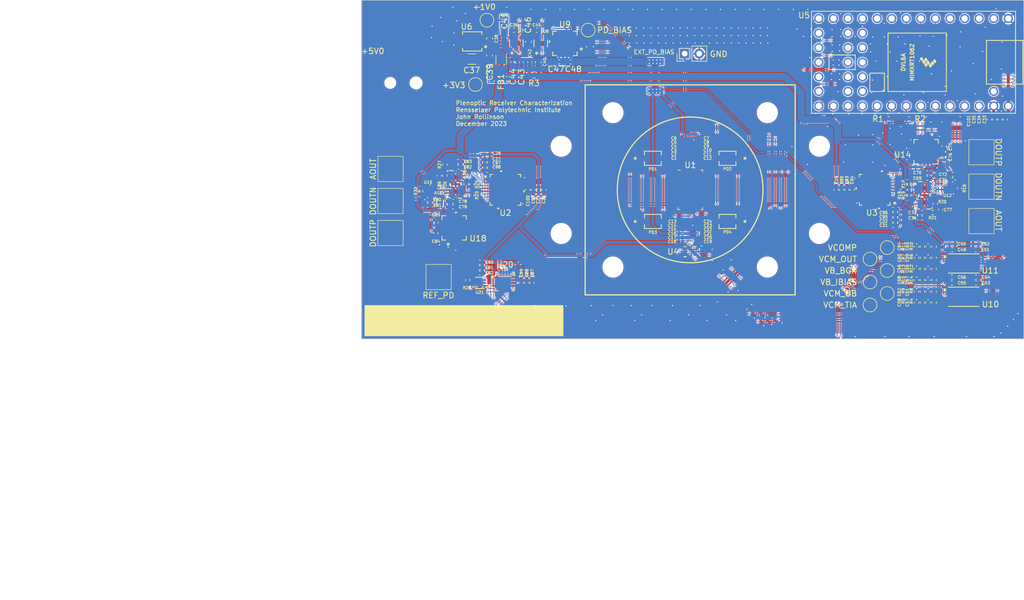
<source format=kicad_pcb>
(kicad_pcb (version 20221018) (generator pcbnew)
  (layers (0 "F.Cu" signal) (31 "B.Cu" signal) (34 "B.Paste" user) (35 "F.Paste" user) (36 "B.SilkS" user "B.Silkscreen") (37 "F.SilkS" user "F.Silkscreen") (38 "B.Mask" user) (39 "F.Mask" user) (44 "Edge.Cuts" user))
  (net 0 "")
  (net 1 "+1V0")
  (net 2 "GND")
  (net 3 "+5V")
  (net 4 "+3V3")
  (net 5 "/AMP_EN")
  (net 6 "/SCL")
  (net 7 "/SDA")
  (net 8 "/1V0_EN")
  (net 9 "/VCM_TIA")
  (net 10 "/VCM_OB")
  (net 11 "/VB_BGR")
  (net 12 "/VB_IBIAS")
  (net 14 "Net-(U7-BYP)")
  (net 15 "/VP8")
  (net 16 "/VN8")
  (net 17 "/VP9")
  (net 18 "/VN9")
  (net 19 "/PD_BIAS")
  (net 20 "/VP10")
  (net 21 "/VN10")
  (net 22 "/VP11")
  (net 23 "/VN11")
  (net 24 "/VP12")
  (net 25 "/VN12")
  (net 26 "/VP13")
  (net 27 "/VN13")
  (net 28 "/VP14")
  (net 29 "/VN14")
  (net 30 "/VP15")
  (net 31 "/VA_BGR")
  (net 32 "/VP7")
  (net 33 "/VN6")
  (net 34 "/VP6")
  (net 35 "/VN5")
  (net 36 "/VP5")
  (net 37 "/VN4")
  (net 38 "/VP4")
  (net 39 "/VN3")
  (net 40 "/VP3")
  (net 41 "/VN2")
  (net 42 "/VP2")
  (net 43 "/VN1")
  (net 44 "/VP1")
  (net 45 "/VN0")
  (net 46 "/VP0")
  (net 47 "/PD_BIAS_EN")
  (net 48 "/VB_IBIAS_DAC")
  (net 49 "/EN_IBIAS")
  (net 50 "/EN_BGR")
  (net 51 "/MP_EN")
  (net 52 "/C0")
  (net 53 "/C1")
  (net 54 "/C2")
  (net 55 "/VCOMP")
  (net 56 "Net-(U6-SENSE{slash}ADJ)")
  (net 57 "Net-(C40-Pad2)")
  (net 58 "/MP_OUTPL")
  (net 59 "/MP_OUTNL")
  (net 60 "/MP_OUTPR")
  (net 61 "/MP_OUTNR")
  (net 62 "Net-(U8-BYP)")
  (net 63 "Net-(C57-Pad1)")
  (net 64 "Net-(C59-Pad1)")
  (net 65 "/VCM_OUT_DAC")
  (net 66 "Net-(C61-Pad1)")
  (net 67 "Net-(C63-Pad1)")
  (net 68 "Net-(C65-Pad1)")
  (net 69 "Net-(C67-Pad1)")
  (net 70 "Net-(U15-IN-)")
  (net 71 "Net-(U15-FB)")
  (net 72 "Net-(U19-IN-)")
  (net 73 "Net-(U19-FB)")
  (net 74 "/Photodiodes/TIA_OUT")
  (net 75 "/Photodiodes/EXT_PD_BIAS")
  (net 76 "/Left Signal Chain/DOUTP")
  (net 77 "/Right Signal Chain/DOUTP")
  (net 78 "/Left Signal Chain/DOUTN")
  (net 79 "/Right Signal Chain/DOUTN")
  (net 80 "/Left Signal Chain/AOUT")
  (net 81 "/Right Signal Chain/AOUT")
  (net 82 "/Photodiodes/PD1")
  (net 83 "/Photodiodes/PD2")
  (net 84 "/Photodiodes/PD3")
  (net 85 "/Photodiodes/PD4")
  (net 86 "Net-(U10-DAC0)")
  (net 87 "Net-(U11-DAC0)")
  (net 88 "Net-(U10-DAC1)")
  (net 89 "Net-(U11-DAC1)")
  (net 90 "Net-(U10-DAC2)")
  (net 91 "Net-(U10-DAC3)")
  (net 92 "/Right Signal Chain/VINN")
  (net 93 "/Right Signal Chain/VINP")
  (net 94 "Net-(U15-OUT)")
  (net 95 "/Left Signal Chain/VINN")
  (net 96 "/Left Signal Chain/VINP")
  (net 97 "Net-(U19-OUT)")
  (net 98 "/VN15")
  (net 99 "/VN7")
  (net 107 "/TIA_IDC_EN")
  (net 108 "/TIA_EN")
  (net 109 "/PD4_EN")
  (net 110 "/PD3_EN")
  (net 111 "/PD2_EN")
  (net 112 "/PD1_EN")
  (net 113 "/3V3_EN")
  (net 124 "/Power Management/1V0_FB")
  (net 126 "/Power Management/PD_BIAS_FB")
  (net 133 "/Right Signal Chain/FB")
  (net 134 "/Left Signal Chain/FB")
  (net 135 "/Photodiodes/TIA_IN")
  (footprint "Capacitor_SMD:C_0402_1005Metric" (layer "F.Cu") (at 104.45 100.125 90)
    (fp_text reference "C86")
    (fp_text value locked "1u")
  )
  (footprint "imported_footprints:RF12-41-T-00-50-G" (layer "F.Cu") (at 198.925 102.025)
    (fp_text reference "J6" hide)
    (fp_text value locked "MMCX")
  )
  (footprint "imported_footprints:21-0140_T3255+4_MXM" (layer "F.Cu") (at 115.975 102.575)
    (fp_text reference "U2")
    (fp_text value locked "max4999etj+")
  )
  (footprint "Resistor_SMD:R_0402_1005Metric" (layer "F.Cu") (at 190.875 105.035 90)
    (fp_text reference "R20")
    (fp_text value locked "1k")
  )
  (footprint "Capacitor_SMD:C_0402_1005Metric" (layer "F.Cu") (at 111.5 116.15 180)
    (fp_text reference "C91")
    (fp_text value locked "10n")
  )
  (footprint "Capacitor_SMD:C_0402_1005Metric" (layer "F.Cu") (at 189.625 122.21 90)
    (fp_text reference "C57")
    (fp_text value "1u" hide)
  )
  (footprint "Capacitor_SMD:C_0402_1005Metric" (layer "F.Cu") (at 119.682 118.775001 -90)
    (fp_text reference "C88")
    (fp_text value locked "10n")
  )
  (footprint "Capacitor_SMD:C_0402_1005Metric" (layer "F.Cu") (at 193.905 100.85)
    (fp_text reference "C71")
    (fp_text value locked "10n")
  )
  (footprint "imported_footprints:ADC-028-1-TR-PA10T" (layer "F.Cu") (at 95.9 83.95)
    (fp_text reference "J9" hide)
    (fp_text value locked "Barrel_Jack")
  )
  (footprint "Resistor_SMD:R_0402_1005Metric" (layer "F.Cu") (at 186.31 90.225 180)
    (fp_text reference "R2")
    (fp_text value locked "4.7k")
  )
  (footprint "imported_footprints:RF12-41-T-00-50-G" (layer "F.Cu") (at 95.95 98.9375 180)
    (fp_text reference "J7" hide)
    (fp_text value locked "MMCX")
  )
  (footprint "Capacitor_SMD:C_0402_1005Metric" (layer "F.Cu") (at 187.625 118.3 90)
    (fp_text reference "C68")
    (fp_text value "1u" hide)
  )
  (footprint "Capacitor_SMD:C_0201_0603Metric" (layer "F.Cu") (at 149.8145 110.8975)
    (fp_text reference "C20")
    (fp_text value locked "10n")
  )
  (footprint "Resistor_SMD:R_0402_1005Metric" (layer "F.Cu") (at 188.625 122.21 90)
    (fp_text reference "R5")
    (fp_text value "1k" hide)
  )
  (footprint "Capacitor_SMD:C_0402_1005Metric" (layer "F.Cu") (at 197.95985 117.81 180)
    (fp_text reference "C54")
    (fp_text value locked "100n")
  )
  (footprint "TestPoint:TestPoint_Pad_D2.0mm" (layer "F.Cu") (at 130.39 74.75)
    (fp_text reference "TP3" hide)
    (fp_text value locked "PD_BIAS")
  )
  (footprint "Resistor_SMD:R_0402_1005Metric" (layer "F.Cu") (at 188.625 112.47 90)
    (fp_text reference "R11")
    (fp_text value locked "1k")
  )
  (footprint "imported_footprints:DSG0008A" (layer "F.Cu") (at 107.3 100.375)
    (fp_text reference "U19")
    (fp_text value locked "OPA858IDSGR")
  )
  (footprint "imported_footprints:CP_16_3_ADI" (layer "F.Cu") (at 115.9 118.55)
    (fp_text reference "U20")
    (fp_text value locked "ADG811YCPZ-REEL7")
  )
  (footprint "Capacitor_SMD:C_0402_1005Metric" (layer "F.Cu") (at 111.5 117.075 180)
    (fp_text reference "C92")
    (fp_text value locked "1n")
  )
  (footprint "Capacitor_SMD:C_0402_1005Metric" (layer "F.Cu") (at 197.93 113.01 180)
    (fp_text reference "C51")
    (fp_text value locked "10n")
  )
  (footprint "TestPoint:TestPoint_Pad_D2.0mm" (layer "F.Cu") (at 112.75 73.025)
    (fp_text reference "TP2" hide)
    (fp_text value locked "+1V0")
  )
  (footprint "Resistor_SMD:R_0402_1005Metric" (layer "F.Cu") (at 190.675 122.21 -90)
    (fp_text reference "R4")
    (fp_text value "1k" hide)
  )
  (footprint "Capacitor_SMD:C_0402_1005Metric" (layer "F.Cu") (at 197.95985 118.81 180)
    (fp_text reference "C53")
    (fp_text value locked "10n")
  )
  (footprint "Capacitor_SMD:C_0402_1005Metric" (layer "F.Cu") (at 118.758899 80.3408 -90)
    (fp_text reference "C43")
    (fp_text value locked "10n")
  )
  (footprint "imported_footprints:RF12-41-T-00-50-G" (layer "F.Cu") (at 104.328 117.775001 180)
    (fp_text reference "J1" hide)
    (fp_text value locked "MMCX")
  )
  (footprint "Resistor_SMD:R_0402_1005Metric" (layer "F.Cu") (at 101.2 102.825 -90)
    (fp_text reference "R22")
    (fp_text value locked "100")
  )
  (footprint "Resistor_SMD:R_0402_1005Metric" (layer "F.Cu") (at 110.125 101.615 -90)
    (fp_text reference "R24")
    (fp_text value locked "1k")
  )
  (footprint "Capacitor_SMD:C_0201_0603Metric" (layer "F.Cu") (at 149.8145 95.6725)
    (fp_text reference "C10")
    (fp_text value "1n" hide)
  )
  (footprint "Capacitor_SMD:C_0402_1005Metric" (layer "F.Cu") (at 183.505 105.975 180)
    (fp_text reference "C96")
    (fp_text value locked "1n")
  )
  (footprint "Capacitor_SMD:C_0402_1005Metric" (layer "F.Cu") (at 120.233899 80.3408 -90)
    (fp_text reference "C42")
    (fp_text value locked "47n")
  )
  (footprint "Capacitor_SMD:C_0402_1005Metric" (layer "F.Cu") (at 111.5 115.225 180)
    (fp_text reference "C90")
    (fp_text value locked "100n")
  )
  (footprint "Capacitor_SMD:C_0201_0603Metric" (layer "F.Cu") (at 146.5045 109.4975 180)
    (fp_text reference "C15")
    (fp_text value "1n" hide)
  )
  (footprint "Capacitor_SMD:C_0201_0603Metric" (layer "F.Cu") (at 146.5045 110.1975 180)
    (fp_text reference "C16")
    (fp_text value "2.7n" hide)
  )
  (footprint "Resistor_SMD:R_0402_1005Metric" (layer "F.Cu") (at 187.175 103.535 90)
    (fp_text reference "R19")
    (fp_text value locked "1k")
  )
  (footprint "Capacitor_SMD:C_0402_1005Metric" (layer "F.Cu") (at 201.225 90.33 90)
    (fp_text reference "C35")
    (fp_text value locked "10n")
  )
  (footprint "Capacitor_SMD:C_0402_1005Metric" (layer "F.Cu") (at 192.425 96.87 90)
    (fp_text reference "C76")
    (fp_text value locked "100n")
  )
  (footprint "Capacitor_SMD:C_0201_0603Metric" (layer "F.Cu") (at 149.8145 93.5725)
    (fp_text reference "C7")
    (fp_text value "100n" hide)
  )
  (footprint "Connector_PinHeader_2.54mm:PinHeader_1x02_P2.54mm_Vertical" (layer "F.Cu") (at 147.2 78.85 90)
    (fp_text reference "J2" hide)
    (fp_text value locked "Conn_01x02")
  )
  (footprint "Capacitor_SMD:C_0402_1005Metric" (layer "F.Cu") (at 183.505 108.75 180)
    (fp_text reference "C31")
    (fp_text value locked "100n")
  )
  (footprint "Capacitor_SMD:C_0402_1005Metric" (layer "F.Cu") (at 102.395 105.25 180)
    (fp_text reference "C81")
    (fp_text value locked "100n")
  )
  (footprint "Capacitor_SMD:C_0402_1005Metric" (layer "F.Cu") (at 121.4006 74.7658)
    (fp_text reference "C45")
    (fp_text value locked "100n")
  )
  (footprint "Capacitor_SMD:C_0201_0603Metric" (layer "F.Cu") (at 149.8145 94.2725)
    (fp_text reference "C8")
    (fp_text value "10n" hide)
  )
  (footprint "Resistor_SMD:R_0402_1005Metric" (layer "F.Cu") (at 109.125 101.615 -90)
    (fp_text reference "R25")
    (fp_text value locked "1k")
  )
  (footprint "Resistor_SMD:R_0402_1005Metric" (layer "F.Cu") (at 109.403 118.290001 -90)
    (fp_text reference "R28")
    (fp_text value locked "100")
  )
  (footprint "Capacitor_SMD:C_0402_1005Metric" (layer "F.Cu") (at 187.625 120.31 90)
    (fp_text reference "C62")
    (fp_text value "1u" hide)
  )
  (footprint "Capacitor_SMD:C_0402_1005Metric" (layer "F.Cu") (at 122.675 102.575 90)
    (fp_text reference "C26")
    (fp_text value locked "100n")
  )
  (footprint "Capacitor_SMD:C_0402_1005Metric" (layer "F.Cu") (at 188.58 106.525)
    (fp_text reference "C73")
    (fp_text value locked "10n")
  )
  (footprint "Capacitor_SMD:C_0402_1005Metric" (layer "F.Cu") (at 107.72 98.625 180)
    (fp_text reference "C82")
    (fp_text value locked "10n")
  )
  (footprint "Capacitor_SMD:C_0603_1608Metric" (layer "F.Cu") (at 113.218699 79.1658 -90)
    (fp_text reference "C39")
    (fp_text value locked "10u")
  )
  (footprint "Capacitor_SMD:C_0201_0603Metric" (layer "F.Cu") (at 149.8145 96.3725)
    (fp_text reference "C11")
    (fp_text value "270p" hide)
  )
  (footprint "Resistor_SMD:R_0402_1005Metric" (layer "F.Cu") (at 190.675 120.31 -90)
    (fp_text reference "R8")
    (fp_text value "1k" hide)
  )
  (footprint "Capacitor_SMD:C_0402_1005Metric" (layer "F.Cu") (at 183.505 106.9 180)
    (fp_text reference "C95")
    (fp_text value locked "2.7n")
  )
  (footprint "Capacitor_SMD:C_0402_1005Metric" (layer "F.Cu") (at 193.83 112.025)
    (fp_text reference "C50")
    (fp_text value locked "100n")
  )
  (footprint "imported_footprints:CR_D1020_VIS" (layer "F.Cu") (at 141.6595 97.085)
    (fp_text reference "PD1")
    (fp_text value locked "TEMD1020")
  )
  (footprint "Capacitor_SMD:C_0201_0603Metric" (layer "F.Cu") (at 149.8145 109.4975)
    (fp_text reference "C22")
    (fp_text value locked "1n")
  )
  (footprint "Capacitor_SMD:C_0201_0603Metric" (layer "F.Cu") (at 146.5045 96.3725 180)
    (fp_text reference "C2")
    (fp_text value "270p")
  )
  (footprint "Capacitor_SMD:C_0603_1608Metric" (layer "F.Cu") (at 120 76.775 -90)
    (fp_text reference "C46")
    (fp_text value locked "10u")
  )
  (footprint "Capacitor_SMD:C_0402_1005Metric" (layer "F.Cu") (at 192.425 95.005 90)
    (fp_text reference "C75")
    (fp_text value locked "10n")
  )
  (footprint "Capacitor_SMD:C_0402_1005Metric" (layer "F.Cu") (at 127.3231 80.275001)
    (fp_text reference "C48")
    (fp_text value locked "100n")
  )
  (footprint "Resistor_SMD:R_0402_1005Metric" (layer "F.Cu") (at 186.175 103.535 90)
    (fp_text reference "R18")
    (fp_text value locked "1k")
  )
  (footprint "imported_footprints:RF12-41-T-00-50-G" (layer "F.Cu") (at 198.925 96.025)
    (fp_text reference "J4" hide)
    (fp_text value locked "MMCX")
  )
  (footprint "imported_footprints:21-0168E_T822-3_MXM" (layer "F.Cu") (at 117.875 77.025 90)
    (fp_text reference "U7")
    (fp_text value locked "MAX25300BATA/V+")
  )
  (footprint "Resistor_SMD:R_0402_1005Metric" (layer "F.Cu") (at 188.625 118.3 90)
    (fp_text reference "R15")
    (fp_text value "1k" hide)
  )
  (footprint "imported_footprints:21-100296_W60D1&plus_1_MXM" (layer "F.Cu") (at 193.425 102.325)
    (fp_text reference "U12")
    (fp_text value locked "MAX40025AAWT+")
  )
  (footprint "Capacitor_SMD:C_0402_1005Metric" (layer "F.Cu") (at 189.625 112.47 90)
    (fp_text reference "C63")
    (fp_text value locked "1u")
  )
  (footprint "Resistor_SMD:R_0402_1005Metric" (layer "F.Cu") (at 186.175 101.615 -90)
    (fp_text reference "R17")
    (fp_text value locked "1k")
  )
  (footprint "Capacitor_SMD:C_0402_1005Metric" (layer "F.Cu") (at 106.83 104.6)
    (fp_text reference "C78")
    (fp_text value locked "10n")
  )
  (footprint "MountingHole:MountingHole_3.2mm_M3" (layer "F.Cu") (at 170.686 94.985)
    (fp_text reference "H6" hide)
    (fp_text value "MountingHole")
  )
  (footprint "Capacitor_SMD:C_0402_1005Metric" (layer "F.Cu") (at 187.625 114.42 90)
    (fp_text reference "C60")
    (fp_text value "1u" hide)
  )
  (footprint "Capacitor_SMD:C_0402_1005Metric" (layer "F.Cu") (at 120.607 118.775001 -90)
    (fp_text reference "C87")
    (fp_text value locked "100n")
  )
  (footprint "Capacitor_SMD:C_0402_1005Metric" (layer "F.Cu") (at 112.795 97.325)
    (fp_text reference "C27")
    (fp_text value locked "10n")
  )
  (footprint "Capacitor_SMD:C_0402_1005Metric" (layer "F.Cu") (at 197.93 112.01 180)
    (fp_text reference "C52")
    (fp_text value locked "100n")
  )
  (footprint "MountingHole:MountingHole_3.2mm_M3" (layer "F.Cu") (at 125.686 110.185)
    (fp_text reference "H7" hide)
    (fp_text value "MountingHole")
  )
  (footprint "Capacitor_SMD:C_0201_0603Metric" (layer "F.Cu") (at 146.5045 94.2725 180)
    (fp_text reference "C5")
    (fp_text value "10n")
  )
  (footprint "imported_footprints:QFN16_4x4MC_MCH" (layer "F.Cu") (at 126.3431 77.075001 180)
    (fp_text reference "U9")
    (fp_text value locked "MCP4661T-104E/ML")
  )
  (footprint "Capacitor_SMD:C_0402_1005Metric" (layer "F.Cu") (at 112.795 96.4)
    (fp_text reference "C28")
    (fp_text value locked "100n")
  )
  (footprint "MountingHole:MountingHole_3.2mm_M3" (layer "F.Cu") (at 161.6095 89.135)
    (fp_text reference "H2" hide)
    (fp_text value locked "MountingHole")
  )
  (footprint "imported_footprints:DSG0008A" (layer "F.Cu") (at 189 104.775 180)
    (fp_text reference "U15")
    (fp_text value locked "OPA858IDSGR")
  )
  (footprint "Capacitor_SMD:C_1206_3216Metric" (layer "F.Cu") (at 110.118699 79.7908)
    (fp_text reference "C37")
    (fp_text value locked "100u")
  )
  (footprint "Resistor_SMD:R_0402_1005Metric" (layer "F.Cu") (at 190.675 112.47 -90)
    (fp_text reference "R10")
    (fp_text value locked "1k")
  )
  (footprint "TestPoint:TestPoint_Pad_D2.0mm" (layer "F.Cu") (at 182.5 112.64 180)
    (fp_text reference "TP7" hide)
    (fp_text value "VCOMP")
  )
  (footprint "Capacitor_SMD:C_0402_1005Metric" (layer "F.Cu") (at 193.905 99.9)
    (fp_text reference "C72")
    (fp_text value locked "100n")
  )
  (footprint "Capacitor_SMD:C_0402_1005Metric" (layer "F.Cu") (at 187.625 116.36 90)
    (fp_text reference "C66")
    (fp_text value "1u" hide)
  )
  (footprint "Resistor_SMD:R_0402_1005Metric" (layer "F.Cu") (at 190.42 106.53)
    (fp_text reference "R21")
    (fp_text value locked "1k")
  )
  (footprint "TestPoint:TestPoint_Pad_D2.0mm" (layer "F.Cu") (at 179.5 114.64 180)
    (fp_text reference "TP5" hide)
    (fp_text value "VCM_OUT")
  )
  (footprint "Capacitor_SMD:C_0201_0603Metric" (layer "F.Cu") (at 149.8145 111.5975)
    (fp_text reference "C19")
    (fp_text value locked "100n")
  )
  (footprint "Capacitor_SMD:C_0402_1005Metric" (layer "F.Cu") (at 107.72 97.655 180)
    (fp_text reference "C83")
    (fp_text value locked "100n")
  )
  (footprint "Capacitor_SMD:C_0201_0603Metric" (layer "F.Cu") (at 146.5045 93.5725 180)
    (fp_text reference "C6")
    (fp_text value "100n")
  )
  (footprint "Capacitor_SMD:C_0201_0603Metric" (layer "F.Cu") (at 146.5045 110.8975 180)
    (fp_text reference "C17")
    (fp_text value "10n" hide)
  )
  (footprint "imported_footprints:DFN-8_DD_LIT" (layer "F.Cu") (at 110.193699 76.7158 180)
    (fp_text reference "U6")
    (fp_text value locked "LT1965EDD-3.3-TRPBF")
  )
  (footprint "imported_footprints:21-0140_T3255+4_MXM" (layer "F.Cu") (at 180.325 102.575 180)
    (fp_text reference "U3")
    (fp_text value locked "max4999etj+")
  )
  (footprint "Resistor_SMD:R_0402_1005Metric" (layer "F.Cu") (at 190.675 118.3 -90)
    (fp_text reference "R14")
    (fp_text value "1k" hide)
  )
  (footprint "Capacitor_SMD:C_0402_1005Metric" (layer "F.Cu") (at 188.58 107.495)
    (fp_text reference "C74")
    (fp_text value locked "100n")
  )
  (footprint "Capacitor_SMD:C_0201_0603Metric" (layer "F.Cu") (at 149.8145 108.7975)
    (fp_text reference "C23")
    (fp_text value locked "270p")
  )
  (footprint "Resistor_SMD:R_0402_1005Metric" (layer "F.Cu") (at 105.425 98.19 -90)
    (fp_text reference "R27")
    (fp_text value locked "1k")
  )
  (footprint "imported_footprints:CR_D1020_VIS" (layer "F.Cu") (at 154.6595 108.085 180)
    (fp_text reference "PD4")
    (fp_text value locked "TEMD1020")
  )
  (footprint "Capacitor_SMD:C_0402_1005Metric" (layer "F.Cu") (at 189.625 120.31 90)
    (fp_text reference "C61")
    (fp_text value "1u" hide)
  )
  (footprint "Capacitor_SMD:C_0402_1005Metric" (layer "F.Cu") (at 193.75985 118.81)
    (fp_text reference "C55")
    (fp_text value locked "10n")
  )
  (footprint "imported_footprints:CR_D1020_VIS" (layer "F.Cu") (at 154.6595 97.085 180)
    (fp_text reference "PD2")
    (fp_text value locked "TEMD1020")
  )
  (footprint "Capacitor_SMD:C_0402_1005Metric" (layer "F.Cu") (at 117.450599 74.7625)
    (fp_text reference "C36")
    (fp_text value locked "100n")
  )
  (footprint "Capacitor_SMD:C_0402_1005Metric" (layer "F.Cu") (at 187.625 122.21 90)
    (fp_text reference "C58")
    (fp_text value "1u" hide)
  )
  (footprint "Capacitor_SMD:C_0402_1005Metric" (layer "F.Cu") (at 118.757 118.775001 -90)
    (fp_text reference "C89")
    (fp_text value locked "1n")
  )
  (footprint "Capacitor_SMD:C_0603_1608Metric" (layer "F.Cu") (at 115.75 76.1 -90)
    (fp_text reference "C41")
    (fp_text value locked "10u")
  )
  (footprint "imported_footprints:CR_D1020_VIS" (layer "F.Cu") (at 141.6595 108.085)
    (fp_text reference "PD3")
    (fp_text value locked "TEMD1020")
  )
  (footprint "Capacitor_SMD:C_0402_1005Metric" (layer "F.Cu") (at 103.875 108.28 -90)
    (fp_text reference "C85")
    (fp_text value locked "100n")
  )
  (footprint "imported_footprints:21-0168E_T822-3_MXM" (layer "F.Cu") (at 122.130599 77.0625 90)
    (fp_text reference "U8")
    (fp_text value locked "MAX25300BATA/V+")
  )
  (footprint "imported_footprints:RF12-41-T-00-50-G" (layer "F.Cu") (at 95.95 110.1125 180)
    (fp_text reference "J3" hide)
    (fp_text value locked "MMCX")
  )
  (footprint "Capacitor_SMD:C_0402_1005Metric" (layer "F.Cu") (at 202.15 90.33 90)
    (fp_text reference "C34")
    (fp_text value locked "100n")
  )
  (footprint "Capacitor_SMD:C_0402_1005Metric" (layer "F.Cu") (at 191.82 106.02 90)
    (fp_text reference "C77")
    (fp_text value locked "1u")
  )
  (footprint "Capacitor_SMD:C_0201_0603Metric" (layer "F.Cu") (at 149.8145 94.9725)
    (fp_text reference "C9")
    (fp_text value "2.7n" hide)
  )
  (footprint "Capacitor_SMD:C_0402_1005Metric" (layer "F.Cu") (at 103.875 110.145 -90)
    (fp_text reference "C84")
    (fp_text value locked "10n")
  )
  (footprint "Capacitor_SMD:C_0402_1005Metric" (layer "F.Cu") (at 183.505 107.825 180)
    (fp_text reference "C32")
    (fp_text value locked "10n")
  )
  (footprint "Capacitor_SMD:C_0402_1005Metric" (layer "F.Cu") (at 125.3631 80.275001)
    (fp_text reference "C47")
    (fp_text value locked "10n")
  )
  (footprint "TestPoint:TestPoint_Pad_D2.0mm" (layer "F.Cu") (at 179.5 118.64 180)
    (fp_text reference "TP9" hide)
    (fp_text value "VB_IBIAS")
  )
  (footprint "Capacitor_SMD:C_0402_1005Metric" (layer "F.Cu") (at 189.47 100.55 180)
    (fp_text reference "C69")
    (fp_text value locked "10n")
  )
  (footprint "Capacitor_SMD:C_0402_1005Metric" (layer "F.Cu") (at 120.825 102.575 90)
    (fp_text reference "C99")
    (fp_text value locked "2.7n")
  )
  (footprint "imported_footprints:21-0028C_MXM" (layer "F.Cu") (at 148.1269 113.35 -90)
    (fp_text reference "U4")
    (fp_text value locked "max4992evb+")
  )
  (footprint "Capacitor_SMD:C_0402_1005Metric" (layer "F.Cu") (at 106.83 105.55)
    (fp_text reference "C79")
    (fp_text value locked "100n")
  )
  (footprint "TestPoint:TestPoint_Pad_D2.0mm" (layer "F.Cu") (at 179.5 122.64 180)
    (fp_text reference "TP4" hide)
    (fp_text value "VCM_TIA")
  )
  (footprint "Capacitor_SMD:C_0402_1005Metric" (layer "F.Cu") (at 117.280599 80.3408 -90)
    (fp_text reference "C44")
    (fp_text value locked "1n")
  )
  (footprint "Resistor_SMD:R_0402_1005Metric" (layer "F.Cu") (at 110.125 103.535 90)
    (fp_text reference "R23")
    (fp_text value locked "1k")
  )
  (footprint "Capacitor_SMD:C_0402_1005Metric" (layer "F.Cu") (at 175.475 102.575 -90)
    (fp_text reference "C93")
    (fp_text value locked "2.7n")
  )
  (footprint "Capacitor_SMD:C_0402_1005Metric" (layer "F.Cu") (at 193.76985 117.81)
    (fp_text reference "C56")
    (fp_text value locked "100n")
  )
  (footprint "MountingHole:MountingHole_3.2mm_M3" (layer "F.Cu") (at 134.7095 89.135)
    (fp_text reference "H1" hide)
    (fp_text value locked "MountingHole")
  )
  (footprint "imported_footprints:21-100296_W60D1&plus_1_MXM" (layer "F.Cu") (at 102.875 102.825 180)
    (fp_text reference "U16")
    (fp_text value locked "MAX40025AAWT+")
  )
  (footprint "imported_footprints:DSG0008A" (layer "F.Cu") (at 107.3 102.875 180)
    (fp_text reference "U17")
    (fp_text value locked "OPA858IDSGR")
  )
  (footprint "imported_footprints:QFN16_4x4MC_MCH" (layer "F.Cu") (at 189.275 95.9361 -90)
    (fp_text reference "U14")
    (fp_text value locked "MCP4661T-104E/ML")
  )
  (footprint "Inductor_SMD:L_1206_3216Metric" (layer "F.Cu") (at 115.230599 79.9908 -90)
    (fp_text reference "FB1")
    (fp_text value locked "3.2uH")
  )
  (footprint "Capacitor_SMD:C_0402_1005Metric" (layer "F.Cu") (at 193.825 113.025)
    (fp_text reference "C49")
    (fp_text value locked "10n")
  )
  (footprint "Resistor_SMD:R_0402_1005Metric" (layer "F.Cu") (at 190.675 114.42 -90)
    (fp_text reference "R6")
    (fp_text value "1k" hide)
  )
  (footprint "imported_footprints:QFN16_4x4MC_MCH" (layer "F.Cu") (at 107.025 109.2139 90)
    (fp_text reference "U18")
    (fp_text value locked "MCP4661T-104E/ML")
  )
  (footprint "Capacitor_SMD:C_0402_1005Metric" (layer "F.Cu") (at 173.625 102.575 -90)
    (fp_text reference "C29")
    (fp_text value locked "100n")
  )
  (footprint "imported_footprints:SOT5X3-6_DRL_TEX" (layer "F.Cu") (at 111.5038 118.800001 180)
    (fp_text reference "U21")
    (fp_text value locked "LMH34400IDRLR")
  )
  (footprint "Capacitor_SMD:C_0201_0603Metric" (layer "F.Cu") (at 146.5045 108.0975 180)
    (fp_text reference "C13")
    (fp_text value "100p" hide)
  )
  (footprint "Capacitor_SMD:C_0402_1005Metric" (layer "F.Cu") (at 102.395 104.3 180)
    (fp_text reference "C80")
    (fp_text value locked "10n")
  )
  (footprint "Capacitor_SMD:C_0402_1005Metric" (layer "F.Cu") (at 121.75 102.575 90)
    (fp_text reference "C25")
    (fp_text value locked "10n")
  )
  (footprint "Capacitor_SMD:C_0201_0603Metric" (layer "F.Cu") (at 149.8145 108.0975)
    (fp_text reference "C24")
    (fp_text value locked "100p")
  )
  (footprint "Resistor_SMD:R_0402_1005Metric" (layer "F.Cu") (at 195.1 102.325 90)
    (fp_text reference "R16")
    (fp_text value locked "100")
  )
  (footprint "Resistor_SMD:R_0402_1005Metric" (layer "F.Cu") (at 190.675 116.36 -90)
    (fp_text reference "R12")
    (fp_text value "1k" hide)
  )
  (footprint "Capacitor_SMD:C_0402_1005Metric" (layer "F.Cu") (at 189.625 118.3 90)
    (fp_text reference "C67")
    (fp_text value "1u" hide)
  )
  (footprint "imported_footprints:RF12-41-T-00-50-G" (layer "F.Cu") (at 95.95 104.525 180)
    (fp_text reference "J5" hide)
    (fp_text value locked "MMCX")
  )
  (footprint "Capacitor_SMD:C_0603_1608Metric" (layer "F.Cu") (at 121.708899 80.3408 -90)
    (fp_text reference "C40")
    (fp_text value locked "10u")
  )
  (footprint "Resistor_SMD:R_0402_1005Metric" (layer "F.Cu") (at 182.765 90.225)
    (fp_text reference "R1")
    (fp_text value locked "4.7k")
  )
  (footprint "MountingHole:MountingHole_3.2mm_M3" (layer "F.Cu") (at 125.686 94.985)
    (fp_text reference "H5" hide)
    (fp_text value "MountingHole")
  )
  (footprint "TestPoint:TestPoint_Pad_D2.0mm" (layer "F.Cu") (at 182.5 116.64 180)
    (fp_text reference "TP8" hide)
    (fp_text value "VB_BGR")
  )
  (footprint "Capacitor_SMD:C_0201_0603Metric" (layer "F.Cu") (at 146.5045 108.7975 180)
    (fp_text reference "C14")
    (fp_text value "270p" hide)
  )
  (footprint "Capacitor_SMD:C_0402_1005Metric" (layer "F.Cu") (at 119.9 102.575 90)
    (fp_text reference "C100")
    (fp_text value locked "1n")
  )
  (footprint "custom_footprints:pixel_bondpad" (layer "F.Cu") (at 148.186 102.585)
    (fp_text reference "U1")
    (fp_text value "PIXEL_CHIP" hide)
  )
  (footprint "MountingHole:MountingHole_3.2mm_M3" (layer "F.Cu") (at 161.6095 116.035)
    (fp_text reference "H4" hide)
    (fp_text value locked "MountingHole")
  )
  (footprint "imported_footprints:RF12-41-T-00-50-G" (layer "F.Cu") (at 198.925 108.025)
    (fp_text reference "J8" hide)
    (fp_text value locked "MMCX")
  )
  (footprint "Resistor_SMD:R_0402_1005Metric" (layer "F.Cu") (at 188.625 120.31 90)
    (fp_text reference "R9")
    (fp_text value "1k" hide)
  )
  (footprint "MountingHole:MountingHole_3.2mm_M3" (layer "F.Cu") (at 170.686 110.185)
    (fp_text reference "H8" hide)
    (fp_text value "MountingHole")
  )
  (footprint "Capacitor_SMD:C_0603_1608Metric" (layer "F.Cu") (at 113.218699 76.1908 90)
    (fp_text reference "C38")
    (fp_text value locked "47u")
  )
  (footprint "Capacitor_SMD:C_0402_1005Metric" (layer "F.Cu") (at 189.625 114.42 90)
    (fp_text reference "C59")
    (fp_text value "1u" hide)
  )
  (footprint "Capacitor_SMD:C_0201_0603Metric" (layer "F.Cu") (at 149.8145 110.1975)
    (fp_text reference "C21")
    (fp_text value locked "2.7n")
  )
  (footprint "teensy:Teensy40" (layer "F.Cu") (at 187.09 80.35 180)
    (fp_text reference "U5")
    (fp_text value locked "Teensy4.0")
  )
  (footprint "Capacitor_SMD:C_0402_1005Metric" (layer "F.Cu") (at 203.075 90.33 90)
    (fp_text reference "C33")
    (fp_text value locked "1u")
  )
  (footprint "Capacitor_SMD:C_0402_1005Metric" (layer "F.Cu") (at 174.55 102.575 -90)
    (fp_text reference "C30")
    (fp_text value locked "10n")
  )
  (footprint "Resistor_SMD:R_0402_1005Metric" (layer "F.Cu") (at 188.625 114.42 90)
    (fp_text reference "R7")
    (fp_text value "1k" hide)
  )
  (footprint "Capacitor_SMD:C_0201_0603Metric" (layer "F.Cu") (at 146.5045 94.9725 180)
    (fp_text reference "C4")
    (fp_text value "2.7n")
  )
  (footprint "TestPoint:TestPoint_Pad_D2.0mm" (layer "F.Cu") (at 110.75 84.225)
    (fp_text reference "TP1" hide)
    (fp_text value locked "+3V3")
  )
  (footprint "Capacitor_SMD:C_0402_1005Metric" (layer "F.Cu") (at 176.4 102.575 -90)
    (fp_text reference "C94")
    (fp_text value locked "1n")
  )
  (footprint "Capacitor_SMD:C_0402_1005Metric" (layer "F.Cu") (at 189.625 116.36 90)
    (fp_text reference "C65")
    (fp_text value "1u" hide)
  )
  (footprint "Capacitor_SMD:C_0201_0603Metric" (layer "F.Cu") (at 146.5045 111.5975 180)
    (fp_text reference "C18")
    (fp_text value "100n" hide)
  )
  (footprint "Capacitor_SMD:C_0201_0603Metric" (layer "F.Cu") (at 149.8145 97.0725)
    (fp_text reference "C12")
    (fp_text value "100p" hide)
  )
  (footprint "Capacitor_SMD:C_0402_1005Metric" (layer "F.Cu") (at 200.3 90.33 90)
    (fp_text reference "C101")
    (fp_text value locked "1n")
  )
  (footprint "Capacitor_SMD:C_0402_1005Metric" (layer "F.Cu") (at 112.795 99.175)
    (fp_text reference "C98")
    (fp_text value locked "1n")
  )
  (footprint "imported_footprints:DSG0008A" (layer "F.Cu") (at 189 102.275)
    (fp_text reference "U13")
    (fp_text value locked "OPA858IDSGR")
  )
  (footprint "Capacitor_SMD:C_0201_0603Metric" (layer "F.Cu") (at 146.5045 95.6725 180)
    (fp_text reference "C3")
    (fp_text value "1n")
  )
  (footprint "MountingHole:MountingHole_3.2mm_M3" (layer "F.Cu") (at 134.7095 116.035)
    (fp_text reference "H3" hide)
    (fp_text value locked "MountingHole")
  )
  (footprint "imported_footprints:21-0253_T1435N+1_MXM" (layer "F.Cu") (at 195.85 115.41)
    (fp_text reference "U11")
    (fp_text value locked "DS3911T+")
  )
  (footprint "Resistor_SMD:R_0402_1005Metric" (layer "F.Cu") (at 188.625 116.36 90)
    (fp_text reference "R13")
    (fp_text value "1k" hide)
  )
  (footprint "Capacitor_SMD:C_0201_0603Metric" (layer "F.Cu") (at 146.5045 97.0725 180)
    (fp_text reference "C1")
    (fp_text value "100p")
  )
  (footprint "Capacitor_SMD:C_0402_1005Metric" (layer "F.Cu") (at 112.795 98.25)
    (fp_text reference "C97")
    (fp_text value locked "2.7n")
  )
  (footprint "Resistor_SMD:R_0402_1005Metric" (layer "F.Cu") (at 105.425 100.115 -90)
    (fp_text reference "R26")
    (fp_text value locked "1k")
  )
  (footprint "Capacitor_SMD:C_0402_1005Metric" (layer "F.Cu") (at 189.47 99.6 180)
    (fp_text reference "C70")
    (fp_text value locked "100n")
  )
  (footprint "Capacitor_SMD:C_0402_1005Metric" (layer "F.Cu") (at 187.625 112.47 90)
    (fp_text reference "C64")
    (fp_text value locked "1u")
  )
  (footprint "TestPoint:TestPoint_Pad_D2.0mm" (layer "F.Cu") (at 182.5 120.64 180)
    (fp_text reference "TP6" hide)
    (fp_text value "VCM_OB")
  )
  (footprint "imported_footprints:21-0253_T1435N+1_MXM" (layer "F.Cu") (at 195.83905 121.21)
    (fp_text reference "U10")
    (fp_text value locked "DS3911T+")
  )
  (footprint "Resistor_SMD:R_0603_1608Metric" (layer "F.Cu") (at 120.955599 82.5658 180)
    (fp_text reference "R3")
    (fp_text value locked "2.4")
  )
  (gr_circle (center 148.1595 102.585) (end 160.8595 102.585) (stroke (width 0.2)) (fill none) (layer "F.SilkS"))
  (gr_rect (start 91.5 122.75) (end 126 128) (stroke (width 0.15)) (fill solid) (layer "F.SilkS"))
  (gr_rect (start 129.8595 84.285) (end 166.4595 120.885) (stroke (width 0.2)) (fill none) (layer "F.SilkS"))
  (gr_rect (start 90.9 69.55) (end 206.3 128.55) (stroke (width 0.1)) (fill none) (layer "Edge.Cuts"))
  (gr_text "Plenoptic Receiver Characterization\nRensselaer Polytechnic Institute\nJohn Rollinson\nDecember 2023" (at 107.25 91.5) (layer "F.SilkS") (effects (font (size 0.75 0.75) (thickness 0.125) bold) (justify left bottom)))
  (gr_text "REF_PD" (at 104.3 121.55) (layer "F.SilkS") (effects (font (size 1 1)) (justify bottom)))
  (gr_text "+3V3" (at 106.975 84.35) (layer "F.SilkS") (effects (font (size 1 1))))
  (gr_text "EXT_PD_BIAS" (at 138.25 79) (layer "F.SilkS") (effects (font (size 0.75 0.75) (thickness 0.125) bold) (justify left bottom)))
  (gr_text "+5V0" (at 90.75 79) (layer "F.SilkS") (effects (font (size 1 1)) (justify left bottom)))
  (gr_text "DOUTN" (at 93.5 104.55 90) (layer "F.SilkS") (effects (font (size 1 1)) (justify bottom)))
  (gr_text "*" (at 108.9 103.95) (layer "F.SilkS") (effects (font (size 1 1)) (justify mirror)))
  (gr_text "*" (at 187.7 101.55 90) (layer "F.SilkS") (effects (font (size 1 1))))
  (gr_text "PD_BIAS" (at 135 74.75) (layer "F.SilkS") (effects (font (size 1 1))))
  (gr_text "DOUTP" (at 93.5 110.15 90) (layer "F.SilkS") (effects (font (size 1 1)) (justify bottom)))
  (gr_text "+1V0" (at 112.275 70.7) (layer "F.SilkS") (effects (font (size 1 1))))
  (gr_text "*" (at 190.5 105.75 90) (layer "F.SilkS") (effects (font (size 0.5 0.5) (thickness 0.1) bold)))
  (gr_text "*" (at 105.9 99.45) (layer "F.SilkS") (effects (font (size 0.5 0.5) (thickness 0.1) bold) (justify mirror)))
  (gr_text "GND" (at 151.5 79.5) (layer "F.SilkS") (effects (font (size 1 1)) (justify left bottom)))
  (gr_text "AOUT" (at 201.3 107.95 -90) (layer "F.SilkS") (effects (font (size 1 1)) (justify bottom)))
  (gr_text "DOUTN" (at 201.3 102.025 -90) (layer "F.SilkS") (effects (font (size 1 1)) (justify bottom)))
  (gr_text "AOUT" (at 93.5 98.95 90) (layer "F.SilkS") (effects (font (size 1 1)) (justify bottom)))
  (gr_text "DOUTP" (at 201.3 96.025 -90) (layer "F.SilkS") (effects (font (size 1 1)) (justify bottom)))
  (segment (start 147.05 114.875) (end 148.075 114.875) (width 0.2) (layer "F.Cu") (net 1))
  (segment (start 146.8245 92.9055) (end 146.8245 93.5725) (width 0.508) (layer "F.Cu") (net 1))
  (segment (start 117.124999 75.524999) (end 116.970599 75.370599) (width 0.2) (layer "F.Cu") (net 1))
  (segment (start 142.04 85.19) (end 142.05 85.18) (width 1.27) (layer "F.Cu") (net 1))
  (segment (start 146.8245 106.684) (end 146.8245 108.0975) (width 0.127) (layer "F.Cu") (net 1))
  (segment (start 193.27985 118.81) (end 193.27985 117.82) (width 0.2) (layer "F.Cu") (net 1))
  (segment (start 116.970599 75.370599) (end 116.970599 74.7625) (width 0.2) (layer "F.Cu") (net 1))
  (segment (start 142.05 85.18) (end 142.05 80.29) (width 1.27) (layer "F.Cu") (net 1))
  (segment (start 117.124999 76.0217) (end 116.4467 76.0217) (width 0.2) (layer "F.Cu") (net 1))
  (segment (start 116.970599 74.7625) (end 116.970599 74.1475) (width 0.2) (layer "F.Cu") (net 1))
  (segment (start 192.55 118.81) (end 192.3 119.06) (width 0.2) (layer "F.Cu") (net 1))
  (segment (start 147.551 100.045) (end 147.551 99.2875) (width 0.127) (layer "F.Cu") (net 1))
  (segment (start 146.8245 93.5725) (end 146.8245 97.0725) (width 0.2) (layer "F.Cu") (net 1))
  (segment (start 145.925 112.8) (end 145.925 113.75) (width 0.2) (layer "F.Cu") (net 1))
  (segment (start 145.925 113.75) (end 147.05 114.875) (width 0.2) (layer "F.Cu") (net 1))
  (segment (start 148.567 105.125) (end 148.567 106.617) (width 0.127) (layer "F.Cu") (net 1))
  (segment (start 126.393099 73.55) (end 127.318099 74.475) (width 0.2) (layer "F.Cu") (net 1))
  (segment (start 193.27985 118.81) (end 192.55 118.81) (width 0.2) (layer "F.Cu") (net 1))
  (segment (start 115.75 75.325) (end 115.75 73.325) (width 1.27) (layer "F.Cu") (net 1))
  (segment (start 117.124999 76.0217) (end 117.124999 75.524999) (width 0.2) (layer "F.Cu") (net 1))
  (segment (start 148.821 99.2875) (end 149.4945 98.614) (width 0.127) (layer "F.Cu") (net 1))
  (segment (start 192.624999 120.810001) (end 193.26095 120.810001) (width 0.2) (layer "F.Cu") (net 1))
  (segment (start 148.3269 114.6231) (end 148.3269 114.0231) (width 0.2) (layer "F.Cu") (net 1))
  (segment (start 145.925001 113.749999) (end 145.925 113.75) (width 0.2) (layer "F.Cu") (net 1))
  (segment (start 148.567 106.617) (end 149.4945 107.5445) (width 0.127) (layer "F.Cu") (net 1))
  (segment (start 149.4945 93.5725) (end 149.4945 97.0725) (width 0.2) (layer "F.Cu") (net 1))
  (segment (start 145.925 112.8) (end 146.8245 111.9005) (width 0.2) (layer "F.Cu") (net 1))
  (segment (start 146.8245 111.9005) (end 146.8245 111.5975) (width 0.2) (layer "F.Cu") (net 1))
  (segment (start 148.075 114.875) (end 148.3269 114.6231) (width 0.2) (layer "F.Cu") (net 1))
  (segment (start 116.970599 74.1475) (end 117.568098 73.55) (width 0.2) (layer "F.Cu") (net 1))
  (segment (start 149.5 93.567) (end 149.4945 93.5725) (width 0.508) (layer "F.Cu") (net 1))
  (segment (start 192.525 120.91) (end 192.624999 120.810001) (width 0.2) (layer "F.Cu") (net 1))
  (segment (start 146.8245 98.561) (end 146.8245 97.0725) (width 0.127) (layer "F.Cu") (net 1))
  (segment (start 146.8245 111.5975) (end 146.8245 108.0975) (width 0.2) (layer "F.Cu") (net 1))
  (segment (start 149.4945 107.5445) (end 149.4945 108.0975) (width 0.127) (layer "F.Cu") (net 1))
  (segment (start 117.568098 73.55) (end 126.393099 73.55) (width 0.2) (layer "F.Cu") (net 1))
  (segment (start 149.4945 98.614) (end 149.4945 97.0725) (width 0.127) (layer "F.Cu") (net 1))
  (segment (start 148.821 100.045) (end 148.821 99.2875) (width 0.127) (layer "F.Cu") (net 1))
  (segment (start 116.4467 76.0217) (end 115.75 75.325) (width 0.2) (layer "F.Cu") (net 1))
  (segment (start 115.175 73.025) (end 115.375 72.825) (width 0.254) (layer "F.Cu") (net 1))
  (segment (start 147.551 105.9575) (end 146.8245 106.684) (width 0.127) (layer "F.Cu") (net 1))
  (segment (start 149.5 92.9) (end 149.5 93.567) (width 0.508) (layer "F.Cu") (net 1))
  (segment (start 147.551 105.125) (end 147.551 105.9575) (width 0.127) (layer "F.Cu") (net 1))
  (segment (start 149.4945 111.5975) (end 149.4945 108.0975) (width 0.2) (layer "F.Cu") (net 1))
  (segment (start 147.2506 113.749999) (end 145.925001 113.749999) (width 0.2) (layer "F.Cu") (net 1))
  (segment (start 147.551 99.2875) (end 146.8245 98.561) (width 0.127) (layer "F.Cu") (net 1))
  (segment (start 146.83 92.9) (end 146.8245 92.9055) (width 0.508) (layer "F.Cu") (net 1))
  (segment (start 112.75 73.025) (end 115.175 73.025) (width 0.254) (layer "F.Cu") (net 1))
  (segment (start 127.318099 74.475) (end 127.318099 75.131901) (width 0.2) (layer "F.Cu") (net 1))
  (via (at 115.75 74.25) (size 0.4) (drill 0.2) (layers "F.Cu" "B.Cu") (net 1))
  (via (at 115.375 73.775) (size 0.4) (drill 0.2) (layers "F.Cu" "B.Cu") (net 1))
  (via (at 146.83 92.9) (size 0.4) (drill 0.2) (layers "F.Cu" "B.Cu") (net 1))
  (via (at 141.655 85.66) (size 0.4) (drill 0.2) (layers "F.Cu" "B.Cu") (net 1))
  (via (at 115.375 72.825) (size 0.4) (drill 0.2) (layers "F.Cu" "B.Cu") (net 1))
  (via (at 142.905 85.66) (size 0.4) (drill 0.2) (layers "F.Cu" "B.Cu") (net 1))
  (via (at 149.5 92.9) (size 0.4) (drill 0.2) (layers "F.Cu" "B.Cu") (net 1))
  (via (at 141.005 85.66) (size 0.4) (drill 0.2) (layers "F.Cu" "B.Cu") (net 1))
  (via (at 141.675 79.96) (size 0.4) (drill 0.2) (layers "F.Cu" "B.Cu") (net 1))
  (via (at 141.05 79.96) (size 0.4) (drill 0.2) (layers "F.Cu" "B.Cu") (net 1))
  (via (at 141.695 80.55) (size 0.4) (drill 0.2) (layers "F.Cu" "B.Cu") (net 1))
  (via (at 192.3 119.06) (size 0.4) (drill 0.2) (layers "F.Cu" "B.Cu") (net 1))
  (via (at 141.01 85.07) (size 0.4) (drill 0.2) (layers "F.Cu" "B.Cu") (net 1))
  (via (at 149.4945 110.1975) (size 0.4) (drill 0.2) (layers "F.Cu" "B.Cu") (net 1))
  (via (at 142.31 85.07) (size 0.4) (drill 0.2) (layers "F.Cu" "B.Cu") (net 1))
  (via (at 142.91 85.07) (size 0.4) (drill 0.2) (layers "F.Cu" "B.Cu") (net 1))
  (via (at 115.75 72.4) (size 0.4) (drill 0.2) (layers "F.Cu" "B.Cu") (net 1))
  (via (at 141.045 80.55) (size 0.4) (drill 0.2) (layers "F.Cu" "B.Cu") (net 1))
  (via (at 141.635 85.07) (size 0.4) (drill 0.2) (layers "F.Cu" "B.Cu") (net 1))
  (via (at 142.33 85.66) (size 0.4) (drill 0.2) (layers "F.Cu" "B.Cu") (net 1))
  (via (at 146.85 110.2) (size 0.4) (drill 0.2) (layers "F.Cu" "B.Cu") (net 1))
  (via (at 115.75 73.325) (size 0.4) (drill 0.2) (layers "F.Cu" "B.Cu") (net 1))
  (via (at 192.525 120.91) (size 0.4) (drill 0.2) (layers "F.Cu" "B.Cu") (net 1))
  (via (at 142.35 79.96) (size 0.4) (drill 0.2) (layers "F.Cu" "B.Cu") (net 1))
  (via (at 142.945 80.55) (size 0.4) (drill 0.2) (layers "F.Cu" "B.Cu") (net 1))
  (via (at 142.37 80.55) (size 0.4) (drill 0.2) (layers "F.Cu" "B.Cu") (net 1))
  (via (at 116.125 73.775) (size 0.4) (drill 0.2) (layers "F.Cu" "B.Cu") (net 1))
  (via (at 142.95 79.96) (size 0.4) (drill 0.2) (layers "F.Cu" "B.Cu") (net 1))
  (via (at 116.125 72.825) (size 0.4) (drill 0.2) (layers "F.Cu" "B.Cu") (net 1))
  (segment (start 139.925 80.225) (end 142.9 80.225) (width 1.27) (layer "B.Cu") (net 1))
  (segment (start 159.9 96.1) (end 164.7 96.1) (width 0.254) (layer "B.Cu") (net 1))
  (segment (start 146.83 89.585) (end 142.905 85.66) (width 0.508) (layer "B.Cu") (net 1))
  (segment (start 115.75 74.25) (end 115.75 77.493001) (width 1.27) (layer "B.Cu") (net 1))
  (segment (start 192.3 120.685) (end 192.525 120.91) (width 0.2) (layer "B.Cu") (net 1))
  (segment (start 146.83 92.9) (end 146.83 89.585) (width 0.508) (layer "B.Cu") (net 1))
  (segment (start 146.83 92.9) (end 149.5 92.9) (width 0.508) (layer "B.Cu") (net 1))
  (segment (start 192.06 119.3) (end 192.3 119.06) (width 0.254) (layer "B.Cu") (net 1))
  (segment (start 185.2 118.15) (end 186.35 119.3) (width 0.254) (layer "B.Cu") (net 1))
  (segment (start 177.35 109.85) (end 183 109.85) (width 0.254) (layer "B.Cu") (net 1))
  (segment (start 186.35 119.3) (end 192.06 119.3) (width 0.254) (layer "B.Cu") (net 1))
  (segment (start 185.2 112.05) (end 185.2 118.15) (width 0.254) (layer "B.Cu") (net 1))
  (segment (start 142.91 85.07) (end 150.92 85.07) (width 0.254) (layer "B.Cu") (net 1))
  (segment (start 141.655 108.705) (end 143.15 110.2) (width 0.508) (layer "B.Cu") (net 1))
  (segment (start 164.7 96.1) (end 170.15 101.55) (width 0.254) (layer "B.Cu") (net 1))
  (segment (start 158.35 94.55) (end 159.9 96.1) (width 0.254) (layer "B.Cu") (net 1))
  (segment (start 143.15 110.2) (end 146.85 110.2) (width 0.508) (layer "B.Cu") (net 1))
  (segment (start 192.3 119.06) (end 192.3 120.685) (width 0.2) (layer "B.Cu") (net 1))
  (segment (start 115.75 77.493001) (end 118.481999 80.225) (width 1.27) (layer "B.Cu") (net 1))
  (segment (start 141.655 85.66) (end 141.655 108.705) (width 0.508) (layer "B.Cu") (net 1))
  (segment (start 170.15 102.65) (end 177.35 109.85) (width 0.254) (layer "B.Cu") (net 1))
  (segment (start 170.15 101.55) (end 170.15 102.65) (width 0.254) (layer "B.Cu") (net 1))
  (segment (start 146.85 110.2) (end 149.492 110.2) (width 0.508) (layer "B.Cu") (net 1))
  (segment (start 149.492 110.2) (end 149.4945 110.1975) (width 0.508) (layer "B.Cu") (net 1))
  (segment (start 118.481999 80.225) (end 139.925 80.225) (width 1.27) (layer "B.Cu") (net 1))
  (segment (start 150.92 85.07) (end 158.35 92.5) (width 0.254) (layer "B.Cu") (net 1))
  (segment (start 158.35 92.5) (end 158.35 94.55) (width 0.254) (layer "B.Cu") (net 1))
  (segment (start 183 109.85) (end 185.2 112.05) (width 0.254) (layer "B.Cu") (net 1))
  (segment (start 124.4 77.400002) (end 126.018099 77.400002) (width 0.2) (layer "F.Cu") (net 2))
  (segment (start 176.92 103.055) (end 177.15 102.825) (width 0.2) (layer "F.Cu") (net 2))
  (segment (start 149.075 105.525) (end 150.1345 106.5845) (width 0.127) (layer "F.Cu") (net 2))
  (segment (start 177.8739 104.324999) (end 178.575001 104.324999) (width 0.2) (layer "F.Cu") (net 2))
  (segment (start 194.24985 117.81) (end 194.24985 115.41) (width 0.2) (layer "F.Cu") (net 2))
  (segment (start 107.31 104.6) (end 107.31 103.434996) (width 0.2) (layer "F.Cu") (net 2))
  (segment (start 118.625001 77.575001) (end 118.427299 77.377299) (width 0.2) (layer "F.Cu") (net 2))
  (segment (start 106.349999 100.125) (end 106.961337 100.125) (width 0.2) (layer "F.Cu") (net 2))
  (segment (start 108.733199 75.965799) (end 111.654199 75.965799) (width 0.254) (layer "F.Cu") (net 2))
  (segment (start 150.1345 106.5845) (end 150.1345 108.0975) (width 0.127) (layer "F.Cu") (net 2))
  (segment (start 201.69 89.85) (end 203.025 89.85) (width 0.508) (layer "F.Cu") (net 2))
  (segment (start 106.699999 107.2708) (end 106.699999 108.888899) (width 0.254) (layer "F.Cu") (net 2))
  (segment (start 122.8806 77.5658) (end 122.3773 77.0625) (width 0.2) (layer "F.Cu") (net 2))
  (segment (start 190.249999 97.8792) (end 190.249999 96.911099) (width 0.2) (layer "F.Cu") (net 2))
  (segment (start 182.074999 104.324999) (end 180.325 102.575) (width 0.2) (layer "F.Cu") (net 2))
  (segment (start 113.5239 100.825001) (end 114.225001 100.825001) (width 0.2) (layer "F.Cu") (net 2))
  (segment (start 149.075 105.125) (end 149.075 103.474) (width 0.127) (layer "F.Cu") (net 2))
  (segment (start 114.225001 100.825001) (end 115.975 102.575) (width 0.2) (layer "F.Cu") (net 2))
  (segment (start 118.625001 78.0283) (end 118.625001 77.575001) (width 0.2) (layer "F.Cu") (net 2))
  (segment (start 112.643699 75.4158) (end 113.218699 75.4158) (width 0.254) (layer "F.Cu") (net 2))
  (segment (start 197.47985 118.81) (end 197.47985 121.21) (width 0.2) (layer "F.Cu") (net 2))
  (segment (start 110.7037 118.800001) (end 111.124999 118.800001) (width 0.2) (layer "F.Cu") (net 2))
  (segment (start 126.018099 79.018101) (end 126.018099 77.400002) (width 0.254) (layer "F.Cu") (net 2))
  (segment (start 197.47985 117.81) (end 197.47985 115.41) (width 0.2) (layer "F.Cu") (net 2))
  (segment (start 146.1845 106.874) (end 146.1845 108.0975) (width 0.127) (layer "F.Cu") (net 2))
  (segment (start 121.880599 78.0658) (end 121.880599 77.3125) (width 0.2) (layer "F.Cu") (net 2))
  (segment (start 118.4261 102.325) (end 116.225 102.325) (width 0.2) (layer "F.Cu") (net 2))
  (segment (start 112.0937 75.965799) (end 112.643699 75.4158) (width 0.254) (layer "F.Cu") (net 2))
  (segment (start 122.130599 77.0625) (end 121.0125 77.0625) (width 0.2) (layer "F.Cu") (net 2))
  (segment (start 191.425 94.525) (end 192.425 94.525) (width 0.2) (layer "F.Cu") (net 2))
  (segment (start 120.233899 81.566101) (end 120.233899 80.8208) (width 0.254) (layer "F.Cu") (net 2))
  (segment (start 189.950001 105.025) (end 189.338663 105.025) (width 0.2) (layer "F.Cu") (net 2))
  (segment (start 150.2 112.4) (end 150.15 112.35) (width 0.2) (layer "F.Cu") (net 2))
  (segment (start 127.318099 79.45) (end 127.8031 79.935001) (width 0.254) (layer "F.Cu") (net 2))
  (segment (start 118.4261 104.324999) (end 117.724999 104.324999) (width 0.2) (layer "F.Cu") (net 2))
  (segment (start 198.41715 122.010001) (end 196.639051 122.010001) (width 0.2) (layer "F.Cu") (net 2))
  (segment (start 191.2181 94.961101) (end 191.2181 94.7319) (width 0.2) (layer "F.Cu") (net 2))
  (segment (start 126.018099 79.018101) (end 126.018099 79.600002) (width 0.254) (layer "F.Cu") (net 2))
  (segment (start 110.193699 79.1908) (end 110.193699 76.7158) (width 0.508) (layer "F.Cu") (net 2))
  (segment (start 147.297 100.045) (end 147.297 101.696) (width 0.127) (layer "F.Cu") (net 2))
  (segment (start 149.075 105.125) (end 149.075 105.525) (width 0.127) (layer "F.Cu") (net 2))
  (segment (start 128.2862 76.100002) (end 127.318099 76.100002) (width 0.2) (layer "F.Cu") (net 2))
  (segment (start 118.757 119.255001) (end 120.607 119.255001) (width 0.2) (layer "F.Cu") (net 2))
  (segment (start 117.875 77.025) (end 118.9 77.025) (width 0.2) (layer "F.Cu") (net 2))
  (segment (start 149.075 100.045) (end 149.075 99.4335) (width 0.127) (layer "F.Cu") (net 2))
  (segment (start 101.915 104.3) (end 101.915 105.25) (width 0.2) (layer "F.Cu") (net 2))
  (segment (start 147.297 105.125) (end 147.297 103.474) (width 0.127) (layer "F.Cu") (net 2))
  (segment (start 124.4 78.05) (end 125.368101 78.05) (width 0.2) (layer "F.Cu") (net 2))
  (segment (start 116.725001 105.0261) (end 116.725001 103.325001) (width 0.2) (layer "F.Cu") (net 2))
  (segment (start 189.91 106.53) (end 189.065 106.53) (width 0.254) (layer "F.Cu") (net 2))
  (segment (start 181.075001 105.0261) (end 181.075001 103.325001) (width 0.2) (layer "F.Cu") (net 2))
  (segment (start 111.02 115.225) (end 111.02 117.075) (width 0.508) (layer "F.Cu") (net 2))
  (segment (start 107.3 100.925001) (end 107.3 102.324999) (width 0.2) (layer "F.Cu") (net 2))
  (segment (start 115.224999 100.1239) (end 115.224999 101.824999) (width 0.2) (layer "F.Cu") (net 2))
  (segment (start 107.999999 111.157) (end 107.999999 110.188899) (width 0.254) (layer "F.Cu") (net 2))
  (segment (start 176.4 103.055) (end 176.92 103.055) (width 0.2) (layer "F.Cu") (net 2))
  (segment (start 183.025 105.975) (end 183.025 105.275) (width 0.2) (layer "F.Cu") (net 2))
  (segment (start 147.297 105.125) (end 147.297 105.7615) (width 0.127) (layer "F.Cu") (net 2))
  (segment (start 183.025 108.75) (end 183.025 105.975) (width 0.2) (layer "F.Cu") (net 2))
  (segment (start 111.124999 118.800001) (end 111.35 118.575) (width 0.2) (layer "F.Cu") (net 2))
  (segment (start 110.7037 118.800001) (end 109.403 118.800001) (width 0.2) (layer "F.Cu") (net 2))
  (segment (start 122.675 102.095) (end 119.9 102.095) (width 0.2) (layer "F.Cu") (net 2))
  (segment (start 118.9 77.025) (end 119.425 77.55) (width 0.2) (layer "F.Cu") (net 2))
  (segment (start 149.075 100.045) (end 149.075 101.696) (width 0.127) (layer "F.Cu") (net 2))
  (segment (start 194.23985 118.81) (end 194.23985 121.21) (width 0.2) (layer "F.Cu") (net 2))
  (segment (start 188.049999 102.025) (end 188.661337 102.025) (width 0.2) (layer "F.Cu") (net 2))
  (segment (start 120.130599 81.669401) (end 120.233899 81.566101) (width 0.254) (layer "F.Cu") (net 2))
  (segment (start 107.31 105.55) (end 107.31 104.6) (width 0.2) (layer "F.Cu") (net 2))
  (segment (start 115.224999 105.0261) (end 115.224999 103.325001) (width 0.2) (layer "F.Cu") (net 2))
  (segment (start 189 106.465) (end 189 105.324996) (width 0.2) (layer "F.Cu") (net 2))
  (segment (start 189.600001 97.8792) (end 189.600001 96.261101) (width 0.2) (layer "F.Cu") (net 2))
  (segment (start 146.1845 111.5975) (end 146.1845 108.0975) (width 0.2) (layer "F.Cu") (net 2))
  (segment (start 110.793699 79.7908) (end 110.193699 79.1908) (width 0.508) (layer "F.Cu") (net 2))
  (segment (start 102.875 102.625) (end 102.875 101.75) (width 0.2) (layer "F.Cu") (net 2))
  (segment (start 146.1845 98.296) (end 147.297 99.4085) (width 0.127) (layer "F.Cu") (net 2))
  (segment (start 105.425 97.68) (end 107.215 97.68) (width 0.2) (layer "F.Cu") (net 2))
  (segment (start 189.495001 103.025001) (end 189.295001 102.825001) (width 0.254) (layer "F.Cu") (net 2))
  (segment (start 182.7761 105.0261) (end 182.7761 104.324999) (width 0.2) (layer "F.Cu") (net 2))
  (segment (start 178.575001 104.324999) (end 180.325 102.575) (width 0.2) (layer "F.Cu") (net 2))
  (segment (start 193.26095 121.21) (end 195.83905 121.21) (width 0.2) (layer "F.Cu") (net 2))
  (segment (start 194.385 100.85) (end 194.385 99.9) (width 0.2) (layer "F.Cu") (net 2))
  (segment (start 198.41715 121.609999) (end 196.239049 121.609999) (width 0.2) (layer "F.Cu") (net 2))
  (segment (start 105.0819 110.188899) (end 106.050001 110.188899) (width 0.254) (layer "F.Cu") (net 2))
  (segment (start 126.018099 75.131901) (end 126.018099 76.75) (width 0.2) (layer "F.Cu") (net 2))
  (segment (start 119.15 102.325) (end 118.4261 102.325) (width 0.2) (layer "F.Cu") (net 2))
  (segment (start 198.4281 115.809999) (end 196.249999 115.809999) (width 0.2) (layer "F.Cu") (net 2))
  (segment (start 108.9681 110.188899) (end 107.999999 110.188899) (width 0.254) (layer "F.Cu") (net 2))
  (segment (start 108.250001 101.125001) (end 107.762501 101.125001) (width 0.2) (layer "F.Cu") (net 2))
  (segment (start 149.0032 112.950001) (end 149.924999 112.950001) (width 0.2) (layer "F.Cu") (net 2))
  (segment (start 188.494999 104.024999) (end 188.694999 104.224999) (width 0.254) (layer "F.Cu") (net 2))
  (segment (start 107.3 99.825004) (end 107.3 98.685) (width 0.2) (layer "F.Cu") (net 2))
  (segment (start 116.15 118.8) (end 117.297 118.8) (width 0.2) (layer "F.Cu") (net 2))
  (segment (start 119.425 77.55) (end 120 77.55) (width 0.2) (layer "F.Cu") (net 2))
  (segment (start 178.575001 100.825001) (end 180.325 102.575) (width 0.2) (layer "F.Cu") (net 2))
  (segment (start 106.874999 102.124999) (end 106.349999 102.124999) (width 0.2) (layer "F.Cu") (net 2))
  (segment (start 150.2 112.675) (end 150.2 112.4) (width 0.2) (layer "F.Cu") (net 2))
  (segment (start 193.2719 115.41) (end 195.85 115.41) (width 0.2) (layer "F.Cu") (net 2))
  (segment (start 191.2181 96.261101) (end 189.600001 96.261101) (width 0.2) (layer "F.Cu") (net 2))
  (segment (start 147.297 99.4085) (end 147.297 100.045) (width 0.127) (layer "F.Cu") (net 2))
  (segment (start 194.05 103.3) (end 193.425 102.675) (width 0.2) (layer "F.Cu") (net 2))
  (segment (start 187.3319 94.961101) (end 188.300001 94.961101) (width 0.2) (layer "F.Cu") (net 2))
  (segment (start 150.136 98.3725) (end 150.136 97.074) (width 0.127) (layer "F.Cu") (net 2))
  (segment (start 114.503 118.8) (end 115.65 118.8) (width 0.2) (layer "F.Cu") (net 2))
  (segment (start 108.250001 103.125) (end 107.638663 103.125) (width 0.2) (layer "F.Cu") (net 2))
  (segment (start 179.574999 100.1239) (end 179.574999 101.824999) (width 0.2) (layer "F.Cu") (net 2))
  (segment (start 111.654199 75.965799) (end 112.0937 75.965799) (width 0.254) (layer "F.Cu") (net 2))
  (segment (start 197.45 113.01) (end 197.45 115.41) (width 0.254) (layer "F.Cu") (net 2))
  (segment (start 198.41715 121.21) (end 195.83905 121.21) (width 0.2) (layer "F.Cu") (net 2))
  (segment (start 128.2862 76.75) (end 126.668101 76.75) (width 0.2) (layer "F.Cu") (net 2))
  (segment (start 113.275 96.4) (end 113.275 99.175) (width 0.2) (layer "F.Cu") (net 2))
  (segment (start 189 104.224999) (end 189 102.825001) (width 0.254) (layer "F.Cu") (net 2))
  (segment (start 111.35 118.575) (end 111.35 117.85) (width 0.2) (layer "F.Cu") (net 2))
  (segment (start 146.1845 97.0725) (end 146.1845 98.296) (width 0.127) (layer "F.Cu") (net 2))
  (segment (start 191.2181 96.261101) (end 192.296101 96.261101) (width 0.2) (layer "F.Cu") (net 2))
  (segment (start 177.8739 102.825) (end 180.075 102.825) (width 0.2) (layer "F.Cu") (net 2))
  (segment (start 127.318099 79.018101) (end 127.318099 79.45) (width 0.254) (layer "F.Cu") (net 2))
  (segment (start 181.075001 100.1239) (end 181.075001 101.824999) (width 0.2) (layer "F.Cu") (net 2))
  (segment (start 147.297 105.7615) (end 146.1845 106.874) (width 0.127) (layer "F.Cu") (net 2))
  (segment (start 106.050001 107.2708) (end 106.050001 108.238901) (width 0.254) (layer "F.Cu") (net 2))
  (segment (start 127.318099 79.018101) (end 127.318099 78.05) (width 0.254) (layer "F.Cu") (net 2))
  (segment (start 107.350001 111.157) (end 107.350001 109.538901) (width 0.254) (layer "F.Cu") (net 2))
  (segment (start 119.38 102.095) (end 119.15 102.325) (width 0.2) (layer "F.Cu") (net 2))
  (segment (start 121.0125 77.0625) (end 120.525 77.55) (width 0.2) (layer "F.Cu") (net 2))
  (segment (start 105.0819 110.4181) (end 104.875 110.625) (width 0.254) (layer "F.Cu") (net 2))
  (segment (start 150.1345 111.5975) (end 150.1345 108.0975) (width 0.2) (layer "F.Cu") (net 2))
  (segment (start 189.06 106.525) (end 189.06 107.495) (width 0.2) (layer "F.Cu") (net 2))
  (segment (start 188.300001 93.993) (end 188.300001 94.961101) (width 0.2) (layer "F.Cu") (net 2))
  (segment (start 116.230599 77.0625) (end 118.1773 77.0625) (width 0.254) (layer "F.Cu") (net 2))
  (segment (start 188.99 99.6) (end 188.99 100.55) (width 0.2) (layer "F.Cu") (net 2))
  (segment (start 117.724999 100.825001) (end 115.975 102.575) (width 0.2) (layer "F.Cu") (net 2))
  (segment (start 111.02 117.52) (end 111.02 117.075) (width 0.2) (layer "F.Cu") (net 2))
  (segment (start 197.45 112.01) (end 197.45 113.01) (width 0.254) (layer "F.Cu") (net 2))
  (segment (start 200.3 89.85) (end 201.69 89.85) (width 0.508) (layer "F.Cu") (net 2))
  (segment (start 122.8806 78.0658) (end 122.8806 77.5658) (width 0.2) (layer "F.Cu") (net 2))
  (segment (start 147.7 114.25) (end 147.9269 114.0231) (width 0.2) (layer "F.Cu") (net 2))
  (segment (start 188.049999 104.024999) (end 188.494999 104.024999) (width 0.254) (layer "F.Cu") (net 2))
  (segment (start 177.8739 100.825001) (end 178.575001 100.825001) (width 0.2) (layer "F.Cu") (net 2))
  (segment (start 124.4 76.75) (end 126.018099 76.75) (width 0.2) (layer "F.Cu") (net 2))
  (segment (start 117.297 118.8) (end 117.861999 118.8) (width 0.2) (layer "F.Cu") (net 2))
  (segment (start 116.725001 100.1239) (end 116.725001 101.824999) (width 0.2) (layer "F.Cu") (net 2))
  (segment (start 149.075 99.4335) (end 150.136 98.3725) (width 0.127) (layer "F.Cu") (net 2))
  (segment (start 194.24985 117.81) (end 194.24985 118.8) (width 0.2) (layer "F.Cu") (net 2))
  (segment (start 191.2181 94.7319) (end 191.425 94.525) (width 0.2) (layer "F.Cu") (net 2))
  (segment (start 197.47985 117.81) (end 197.47985 118.81) (width 0.2) (layer "F.Cu") (net 2))
  (segment (start 179.574999 105.0261) (end 179.574999 103.325001) (width 0.2) (layer "F.Cu") (net 2))
  (segment (start 146.1845 93.5725) (end 146.1845 97.0725) (width 0.2) (layer "F.Cu") (net 2))
  (segment (start 198.4281 116.210001) (end 196.650001 116.210001) (width 0.2) (layer "F.Cu") (net 2))
  (segment (start 113.218699 79.9408) (end 111.743699 79.9408) (width 0.508) (layer "F.Cu") (net 2))
  (segment (start 188.949999 93.993) (end 188.949999 95.611099) (width 0.2) (layer "F.Cu") (net 2))
  (segment (start 107.24 98.625) (end 107.24 97.655) (width 0.2) (layer "F.Cu") (net 2))
  (segment (start 120.130599 82.5658) (end 120.130599 81.669401) (width 0.254) (layer "F.Cu") (net 2))
  (segment (start 113.275 99.175) (end 113.275 99.875) (width 0.2) (layer "F.Cu") (net 2))
  (segment (start 117.861999 118.8) (end 118.317 119.255001) (width 0.2) (layer "F.Cu") (net 2))
  (segment (start 188.99 100.55) (end 188.99 101.715004) (width 0.2) (layer "F.Cu") (net 2))
  (segment (start 119.9 102.095) (end 119.38 102.095) (width 0.2) (layer "F.Cu") (net 2))
  (segment (start 182.7761 104.324999) (end 182.074999 104.324999) (width 0.2) (layer "F.Cu") (net 2))
  (segment (start 107.762501 101.125001) (end 107.3 100.6625) (width 0.2) (layer "F.Cu") (net 2))
  (segment (start 194.305 113.025) (end 194.305 115.41) (width 0.254) (layer "F.Cu") (net 2))
  (segment (start 193.425 102.675) (end 193.425 102.525) (width 0.2) (layer "F.Cu") (net 2))
  (segment (start 117.724999 104.324999) (end 115.975 102.575) (width 0.2) (layer "F.Cu") (net 2))
  (segment (start 117.625 78.0283) (end 117.625 77.275) (width 0.2) (layer "F.Cu") (net 2))
  (segment (start 118.4261 100.825001) (end 117.724999 100.825001) (width 0.2) (layer "F.Cu") (net 2))
  (segment (start 189.950001 103.025001) (end 189.495001 103.025001) (width 0.254) (layer "F.Cu") (net 2))
  (segment (start 113.275 99.875) (end 113.5239 100.1239) (width 0.2) (layer "F.Cu") (net 2))
  (segment (start 148.567 100.045) (end 148.567 102.204) (width 0.127) (layer "F.Cu") (net 2))
  (segment (start 105.0819 110.188899) (end 105.0819 110.4181) (width 0.254) (layer "F.Cu") (net 2))
  (segment (start 183.025 105.275) (end 182.7761 105.0261) (width 0.2) (layer "F.Cu") (net 2))
  (segment (start 191.2181 94.961101) (end 190.249999 94.961101) (width 0.2) (layer "F.Cu") (net 2))
  (segment (start 126.018099 79.600002) (end 125.8431 79.775001) (width 0.254) (layer "F.Cu") (net 2))
  (segment (start 177.15 102.825) (end 177.8739 102.825) (width 0.2) (layer "F.Cu") (net 2))
  (segment (start 118.427299 77.377299) (end 118.427299 77.0592) (width 0.2) (layer "F.Cu") (net 2))
  (segment (start 125.8431 79.775001) (end 125.8431 80.275001) (width 0.254) (layer "F.Cu") (net 2))
  (segment (start 127.8031 79.935001) (end 127.8031 80.275001) (width 0.254) (layer "F.Cu") (net 2))
  (segment (start 118.317 119.255001) (end 118.757 119.255001) (width 0.2) (layer "F.Cu") (net 2))
  (segment (start 147.325 114.25) (end 147.7 114.25) (width 0.2) (layer "F.Cu") (net 2))
  (segment (start 194.31 112.025) (end 194.31 113.02) (width 0.254) (layer "F.Cu") (net 2))
  (segment (start 111.593699 79.7908) (end 110.793699 79.7908) (width 0.508) (layer "F.Cu") (net 2))
  (segment (start 149.924999 112.950001) (end 150.2 112.675) (width 0.2) (layer "F.Cu") (net 2))
  (segment (start 107.3 102.55) (end 106.874999 102.124999) (width 0.2) (layer "F.Cu") (net 2))
  (segment (start 113.5239 100.1239) (end 113.5239 100.825001) (width 0.2) (layer "F.Cu") (net 2))
  (segment (start 120.525 77.55) (end 120 77.55) (width 0.2) (layer "F.Cu") (net 2))
  (segment (start 104.875 110.625) (end 103.875 110.625) (width 0.254) (layer "F.Cu") (net 2))
  (segment (start 111.35 117.85) (end 111.02 117.52) (width 0.2) (layer "F.Cu") (net 2))
  (segment (start 150.1345 93.5725) (end 150.1345 97.0725) (width 0.2) (layer "F.Cu") (net 2))
  (segment (start 201.06 89.775) (end 201.06 87.97) (width 0.508) (layer "F.Cu") (net 2))
  (segment (start 173.625 103.055) (end 176.4 103.055) (width 0.2) (layer "F.Cu") (net 2))
  (via (at 147.68 74.35) (size 0.4) (drill 0.2) (layers "F.Cu" "B.Cu") (net 2))
  (via (at 151.54 77) (size 0.4) (drill 0.2) (layers "F.Cu" "B.Cu") (net 2))
  (via (at 141.33 74.35) (size 0.4) (drill 0.2) (layers "F.Cu" "B.Cu") (net 2))
  (via (at 119 105) (size 0.4) (drill 0.2) (layers "F.Cu" "B.Cu") (net 2))
  (via (at 182.5 77.15) (size 0.4) (drill 0.2) (layers "F.Cu" "B.Cu") (net 2))
  (via (at 186.3 128.15) (size 0.4) (drill 0.2) (layers "F.Cu" "B.Cu") (net 2))
  (via (at 192.6 84.55) (size 0.4) (drill 0.2) (layers "F.Cu" "B.Cu") (net 2))
  (via (at 139.7 124.35) (size 0.4) (drill 0.2) (layers "F.Cu" "B.Cu") (net 2))
  (via (at 188.8 85.65) (size 0.4) (drill 0.2) (layers "F.Cu" "B.Cu") (net 2))
  (via (at 190.7 128.15) (size 0.4) (drill 0.2) (layers "F.Cu" "B.Cu") (net 2))
  (via (at 186.8 78.55) (size 0.4) (drill 0.2) (layers "F.Cu" "B.Cu") (net 2))
  (via (at 187.625 113.925) (size 0.4) (drill 0.2) (layers "F.Cu" "B.Cu") (net 2))
  (via (at 187.625 117.8) (size 0.4) (drill 0.2) (layers "F.Cu" "B.Cu") (net 2))
  (via (at 138.84 77) (size 0.4) (drill 0.2) (layers "F.Cu" "B.Cu") (net 2))
  (via (at 132.9 124.35) (size 0.4) (drill 0.2) (layers "F.Cu" "B.Cu") (net 2))
  (via (at 190.2 82.35) (size 0.4) (drill 0.2) (layers "F.Cu" "B.Cu") (net 2))
  (via (at 184.9 91.55) (size 0.4) (drill 0.2) (layers "F.Cu" "B.Cu") (net 2))
  (via (at 182 75.95) (size 0.4) (drill 0.2) (layers "F.Cu" "B.Cu") (net 2))
  (via (at 176.9 75.85) (size 0.4) (drill 0.2) (layers "F.Cu" "B.Cu") (net 2))
  (via (at 201.1 128.15) (size 0.4) (drill 0.2) (layers "F.Cu" "B.Cu") (net 2))
  (via (at 180.4 89.45) (size 0.4) (drill 0.2) (layers "F.Cu" "B.Cu") (net 2))
  (via (at 175.8 89.35) (size 0.4) (drill 0.2) (layers "F.Cu" "B.Cu") (net 2))
  (via (at 106 112.55) (size 0.4) (drill 0.2) (layers "F.Cu" "B.Cu") (net 2))
  (via (at 138.795 75.7) (size 0.4) (drill 0.2) (layers "F.Cu" "B.Cu") (net 2))
  (via (at 119.3 100.45) (size 0.4) (drill 0.2) (layers "F.Cu" "B.Cu") (net 2))
  (via (at 192.9 75.65) (size 0.4) (drill 0.2) (layers "F.Cu" "B.Cu") (net 2))
  (via (at 160.385 75.7) (size 0.4) (drill 0.2) (layers "F.Cu" "B.Cu") (net 2))
  (via (at 159.16 77) (size 0.4) (drill 0.2) (layers "F.Cu" "B.Cu") (net 2))
  (via (at 141.38 77) (size 0.4) (drill 0.2) (layers "F.Cu" "B.Cu") (net 2))
  (via (at 181.8 85.25) (size 0.4) (drill 0.2) (layers "F.Cu" "B.Cu") (net 2))
  (via (at 172.8 82.35) (size 0.4) (drill 0.2) (layers "F.Cu" "B.Cu") (net 2))
  (via (at 172.8 83.35) (size 0.4) (drill 0.2) (layers "F.Cu" "B.Cu") (net 2))
  (via (at 120.4 71.15) (size 0.4) (drill 0.2) (layers "F.Cu" "B.Cu") (net 2))
  (via (at 107 75.25) (size 0.4) (drill 0.2) (layers "F.Cu" "B.Cu") (net 2))
  (via (at 188.2 75.75) (size 0.4) (drill 0.2) (layers "F.Cu" "B.Cu") (net 2))
  (via (at 105 76.75) (size 0.4) (drill 0.2) (layers "F.Cu" "B.Cu") (net 2))
  (via (at 116.8 122.8) (size 0.4) (drill 0.2) (layers "F.Cu" "B.Cu") (net 2))
  (via (at 158.05 123.375) (size 0.4) (drill 0.2) (layers "F.Cu" "B.Cu") (net 2))
  (via (at 155.305 75.7) (size 0.4) (drill 0.2) (layers "F.Cu" "B.Cu") (net 2))
  (via (at 191.2 98.75) (size 0.4) (drill 0.2) (layers "F.Cu" "B.Cu") (net 2))
  (via (at 160.43 77) (size 0.4) (drill 0.2) (layers "F.Cu" "B.Cu") (net 2))
  (via (at 156.5 120.15) (size 0.4) (drill 0.2) (layers "F.Cu" "B.Cu") (net 2))
  (via (at 143.92 77) (size 0.4) (drill 0.2) (layers "F.Cu" "B.Cu") (net 2))
  (via (at 169 79.55) (size 0.4) (drill 0.2) (layers "F.Cu" "B.Cu") (net 2))
  (via (at 155.3 114.75) (size 0.4) (drill 0.2) (layers "F.Cu" "B.Cu") (net 2))
  (via (at 149 77) (size 0.4) (drill 0.2) (layers "F.Cu" "B.Cu") (net 2))
  (via (at 151.495 75.7) (size 0.4) (drill 0.2) (layers "F.Cu" "B.Cu") (net 2))
  (via (at 107.5 73.15) (size 0.4) (drill 0.2) (layers "F.Cu" "B.Cu") (net 2))
  (via (at 157.845 75.7) (size 0.4) (drill 0.2) (layers "F.Cu" "B.Cu") (net 2))
  (via (at 179.9 83.45) (size 0.4) (drill 0.2) (layers "F.Cu" "B.Cu") (net 2))
  (via (at 183 91.85) (size 0.4) (drill 0.2) (layers "F.Cu" "B.Cu") (net 2))
  (via (at 189.625 117.825) (size 0.4) (drill 0.2) (layers "F.Cu" "B.Cu") (net 2))
  (via (at 174.4 74.65) (size 0.4) (drill 0.2) (layers "F.Cu" "B.Cu") (net 2))
  (via (at 189.6 87.35) (size 0.4) (drill 0.2) (layers "F.Cu" "B.Cu") (net 2))
  (via (at 154.035 75.7) (size 0.4) (drill 0.2) (layers "F.Cu" "B.Cu") (net 2))
  (via (at 165.9 95.05) (size 0.4) (drill 0.2) (layers "F.Cu" "B.Cu") (net 2))
  (via (at 137.525 75.7) (size 0.4) (drill 0.2) (layers "F.Cu" "B.Cu") (net 2))
  (via (at 184.8 71.75) (size 0.4) (drill 0.2) (layers "F.Cu" "B.Cu") (net 2))
  (via (at 174.2 78.35) (size 0.4) (drill 0.2) (layers "F.Cu" "B.Cu") (net 2))
  (via (at 169.2 75.85) (size 0.4) (drill 0.2) (layers "F.Cu" "B.Cu") (net 2))
  (via (at 145.145 75.7) (size 0.4) (drill 0.2) (layers "F.Cu" "B.Cu") (net 2))
  (via (at 194.7 87.05) (size 0.4) (drill 0.2) (layers "F.Cu" "B.Cu") (net 2))
  (via (at 191.6 93.25) (size 0.4) (drill 0.2) (layers "F.Cu" "B.Cu") (net 2))
  (via (at 198.4 89.85) (size 0.4) (drill 0.2) (layers "F.Cu" "B.Cu") (net 2))
  (via (at 173.1 80.85) (size 0.4) (drill 0.2) (layers "F.Cu" "B.Cu") (net 2))
  (via (at 163.58 71.15) (size 0.4) (drill 0.2) (layers "F.Cu" "B.Cu") (net 2))
  (via (at 190.1 90.75) (size 0.4) (drill 0.2) (layers "F.Cu" "B.Cu") (net 2))
  (via (at 192 90.75) (size 0.4) (drill 0.2) (layers "F.Cu" "B.Cu") (net 2))
  (via (at 119.35 125.425) (size 0.4) (drill 0.2) (layers "F.Cu" "B.Cu") (net 2))
  (via (at 155.96 71.15) (size 0.4) (drill 0.2) (layers "F.Cu" "B.Cu") (net 2))
  (via (at 145.19 77) (size 0.4) (drill 0.2) (layers "F.Cu" "B.Cu") (net 2))
  (via (at 148.955 75.7) (size 0.4) (drill 0.2) (layers "F.Cu" "B.Cu") (net 2))
  (via (at 172.9 77.35) (size 0.4) (drill 0.2) (layers "F.Cu" "B.Cu") (net 2))
  (via (at 153.9 116.55) (size 0.4) (drill 0.2) (layers "F.Cu" "B.Cu") (net 2))
  (via (at 156.62 77) (size 0.4) (drill 0.2) (layers "F.Cu" "B.Cu") (net 2))
  (via (at 174.4 75.85) (size 0.4) (drill 0.2) (layers "F.Cu" "B.Cu") (net 2))
  (via (at 191 89.25) (size 0.4) (drill 0.2) (layers "F.Cu" "B.Cu") (net 2))
  (via (at 152.76 74.35) (size 0.4) (drill 0.2) (layers "F.Cu" "B.Cu") (net 2))
  (via (at 180 75.95) (size 0.4) (drill 0.2) (layers "F.Cu" "B.Cu") (net 2))
  (via (at 147.325 114.25) (size 0.4) (drill 0.2) (layers "F.Cu" "B.Cu") (net 2))
  (via (at 173.1 79.95) (size 0.4) (drill 0.2) (layers "F.Cu" "B.Cu") (net 2))
  (via (at 166.12 71.15) (size 0.4) (drill 0.2) (layers "F.Cu" "B.Cu") (net 2))
  (via (at 178.1 89.35) (size 0.4) (drill 0.2) (layers "F.Cu" "B.Cu") (net 2))
  (via (at 146.415 75.7) (size 0.4) (drill 0.2) (layers "F.Cu" "B.Cu") (net 2))
  (via (at 151.49 74.35) (size 0.4) (drill 0.2) (layers "F.Cu" "B.Cu") (net 2))
  (via (at 104.7 72.55) (size 0.4) (drill 0.2) (layers "F.Cu" "B.Cu") (net 2))
  (via (at 183 78.55) (size 0.4) (drill 0.2) (layers "F.Cu" "B.Cu") (net 2))
  (via (at 148.95 74.35) (size 0.4) (drill 0.2) (layers "F.Cu" "B.Cu") (net 2))
  (via (at 172.9 78.45) (size 0.4) (drill 0.2) (layers "F.Cu" "B.Cu") (net 2))
  (via (at 124.1 124.35) (size 0.4) (drill 0.2) (layers "F.Cu" "B.Cu") (net 2))
  (via (at 161.655 75.7) (size 0.4) (drill 0.2) (layers "F.Cu" "B.Cu") (net 2))
  (via (at 150.22 74.35) (size 0.4) (drill 0.2) (layers "F.Cu" "B.Cu") (net 2))
  (via (at 197.8 85.85) (size 0.4) (drill 0.2) (layers "F.Cu" "B.Cu") (net 2))
  (via (at 189.8 77.55) (size 0.4) (drill 0.2) (layers "F.Cu" "B.Cu") (net 2))
  (via (at 158.5 71.15) (size 0.4) (drill 0.2) (layers "F.Cu" "B.Cu") (net 2))
  (via (at 134.7 122.75) (size 0.4) (drill 0.2) (layers "F.Cu" "B.Cu") (net 2))
  (via (at 101.915 104.3) (size 0.4) (drill 0.2) (layers "F.Cu" "B.Cu") (net 2))
  (via (at 130.56 71.15) (size 0.4) (drill 0.2) (layers "F.Cu" "B.Cu") (net 2))
  (via (at 143.875 75.7) (size 0.4) (drill 0.2) (layers "F.Cu" "B.Cu") (net 2))
  (via (at 177.5 93.05) (size 0.4) (drill 0.2) (layers "F.Cu" "B.Cu") (net 2))
  (via (at 156.575 75.7) (size 0.4) (drill 0.2) (layers "F.Cu" "B.Cu") (net 2))
  (via (at 184.8 98.95) (size 0.4) (drill 0.2) (layers "F.Cu" "B.Cu") (net 2))
  (via (at 183 94.65) (size 0.4) (drill 0.2) (layers "F.Cu" "B.Cu") (net 2))
  (via (at 161.7 77) (size 0.4) (drill 0.2) (layers "F.Cu" "B.Cu") (net 2))
  (via (at 103.1 76.05) (size 0.4) (drill 0.2) (layers "F.Cu" "B.Cu") (net 2))
  (via (at 160.38 74.35) (size 0.4) (drill 0.2) (layers "F.Cu" "B.Cu") (net 2))
  (via (at 202.4 81.55) (size 0.4) (drill 0.2) (layers "F.Cu" "B.Cu") (net 2))
  (via (at 135.64 71.15) (size 0.4) (drill 0.2) (layers "F.Cu" "B.Cu") (net 2))
  (via (at 180 92.95) (size 0.4) (drill 0.2) (layers "F.Cu" "B.Cu") (net 2))
  (via (at 117.625 127.375) (size 0.4) (drill 0.2) (layers "F.Cu" "B.Cu") (net 2))
  (via (at 161.2 124.85) (size 0.4) (drill 0.2) (layers "F.Cu" "B.Cu") (net 2))
  (via (at 189.3 89.85) (size 0.4) (drill 0.2) (layers "F.Cu" "B.Cu") (net 2))
  (via (at 137.9 122.75) (size 0.4) (drill 0.2) (layers "F.Cu" "B.Cu") (net 2))
  (via (at 205.3 124.15) (size 0.4) (drill 0.2) (layers "F.Cu" "B.Cu") (net 2))
  (via (at 195.3 75.05) (size 0.4) (drill 0.2) (layers "F.Cu" "B.Cu") (net 2))
  (via (at 182.1 98.35) (size 0.4) (drill 0.2) (layers "F.Cu" "B.Cu") (net 2))
  (via (at 156.57 74.35) (size 0.4) (drill 0.2) (layers "F.Cu" "B.Cu") (net 2))
  (via (at 111.5 70.75) (size 0.4) (drill 0.2) (layers "F.Cu" "B.Cu") (net 2))
  (via (at 192.6 86.05) (size 0.4) (drill 0.2) (layers "F.Cu" "B.Cu") (net 2))
  (via (at 187.625 115.875) (size 0.4) (drill 0.2) (layers "F.Cu" "B.Cu") (net 2))
  (via (at 157.84 74.35) (size 0.4) (drill 0.2) (layers "F.Cu" "B.Cu") (net 2))
  (via (at 154.03 74.35) (size 0.4) (drill 0.2) (layers "F.Cu" "B.Cu") (net 2))
  (via (at 130.9 122.75) (size 0.4) (drill 0.2) (layers "F.Cu" "B.Cu") (net 2))
  (via (at 196.3 128.15) (size 0.4) (drill 0.2) (layers "F.Cu" "B.Cu") (net 2))
  (via (at 199.1 78.45) (size 0.4) (drill 0.2) (layers "F.Cu" "B.Cu") (net 2))
  (via (at 104.475 112.2) (size 0.4) (drill 0.2) (layers "F.Cu" "B.Cu") (net 2))
  (via (at 148.9 98.05) (size 0.4) (drill 0.2) (layers "F.Cu" "B.Cu") (net 2))
  (via (at 201.5 71.05) (size 0.4) (drill 0.2) (layers "F.Cu" "B.Cu") (net 2))
  (via (at 184.4 75.95) (size 0.4) (drill 0.2) (layers "F.Cu" "B.Cu") (net 2))
  (via (at 174.2 77.35) (size 0.4) (drill 0.2) (layers "F.Cu" "B.Cu") (net 2))
  (via (at 155.3 74.35) (size 0.4) (drill 0.2) (layers "F.Cu" "B.Cu") (net 2))
  (via (at 140.065 75.7) (size 0.4) (drill 0.2) (layers "F.Cu" "B.Cu") (net 2))
  (via (at 145.14 74.35) (size 0.4) (drill 0.2) (layers "F.Cu" "B.Cu") (net 2))
  (via (at 152 112.95) (size 0.4) (drill 0.2) (layers "F.Cu" "B.Cu") (net 2))
  (via (at 151.1 125.35) (size 0.4) (drill 0.2) (layers "F.Cu" "B.Cu") (net 2))
  (via (at 184.2 80.15) (size 0.4) (drill 0.2) (layers "F.Cu" "B.Cu") (net 2))
  (via (at 140.11 77) (size 0.4) (drill 0.2) (layers "F.Cu" "B.Cu") (net 2))
  (via (at 196.6 91.45) (size 0.4) (drill 0.2) (layers "F.Cu" "B.Cu") (net 2))
  (via (at 173.9 85.45) (size 0.4) (drill 0.2) (layers "F.Cu" "B.Cu") (net 2))
  (via (at 186.6 93.85) (size 0.4) (drill 0.2) (layers "F.Cu" "B.Cu") (net 2))
  (via (at 169.2 74.55) (size 0.4) (drill 0.2) (layers "F.Cu" "B.Cu") (net 2))
  (via (at 174.2 83.35) (size 0.4) (drill 0.2) (layers "F.Cu" "B.Cu") (net 2))
  (via (at 196.1 94.05) (size 0.4) (drill 0.2) (layers "F.Cu" "B.Cu") (net 2))
  (via (at 154.5 124.35) (size 0.4) (drill 0.2) (layers "F.Cu" "B.Cu") (net 2))
  (via (at 161 126.25) (size 0.4) (drill 0.2) (layers "F.Cu" "B.Cu") (net 2))
  (via (at 178.2 74.05) (size 0.4) (drill 0.2) (layers "F.Cu" "B.Cu") (net 2))
  (via (at 200.6 83.35) (size 0.4) (drill 0.2) (layers "F.Cu" "B.Cu") (net 2))
  (via (at 103.2 74.05) (size 0.4) (drill 0.2) (layers "F.Cu" "B.Cu") (net 2))
  (via (at 152.9 122.15) (size 0.4) (drill 0.2) (layers "F.Cu" "B.Cu") (net 2))
  (via (at 159.3 124.95) (size 0.4) (drill 0.2) (layers "F.Cu" "B.Cu") (net 2))
  (via (at 154.08 77) (size 0.4) (drill 0.2) (layers "F.Cu" "B.Cu") (net 2))
  (via (at 189.625 111.975) (size 0.4) (drill 0.2) (layers "F.Cu" "B.Cu") (net 2))
  (via (at 184.5 89.15) (size 0.4) (drill 0.2) (layers "F.Cu" "B.Cu") (net 2))
  (via (at 202.4 88.85) (size 0.4) (drill 0.2) (layers "F.Cu" "B.Cu") (net 2))
  (via (at 106.8 70.75) (size 0.4) (drill 0.2) (layers "F.Cu" "B.Cu") (net 2))
  (via (at 185.4 86.05) (size 0.4) (drill 0.2) (layers "F.Cu" "B.Cu") (net 2))
  (via (at 185.9 95.35) (size 0.4) (drill 0.2) (layers "F.Cu" "B.Cu") (net 2))
  (via (at 182.6 89.35) (size 0.4) (drill 0.2) (layers "F.Cu" "B.Cu") (net 2))
  (via (at 147.9 124.35) (size 0.4) (drill 0.2) (layers "F.Cu" "B.Cu") (net 2))
  (via (at 137.52 74.35) (size 0.4) (drill 0.2) (layers "F.Cu" "B.Cu") (net 2))
  (via (at 158.9 122.55) (size 0.4) (drill 0.2) (layers "F.Cu" "B.Cu") (net 2))
  (via (at 138.5 125.35) (size 0.4) (drill 0.2) (layers "F.Cu" "B.Cu") (net 2))
  (via (at 122.94 71.15) (size 0.4) (drill 0.2) (layers "F.Cu" "B.Cu") (net 2))
  (via (at 199.6 74.25) (size 0.4) (drill 0.2) (layers "F.Cu" "B.Cu") (net 2))
  (via (at 204.5 125.15) (size 0.4) (drill 0.2) (layers "F.Cu" "B.Cu") (net 2))
  (via (at 107 77.35) (size 0.4) (drill 0.2) (layers "F.Cu" "B.Cu") (net 2))
  (via (at 164.2 125.75) (size 0.4) (drill 0.2) (layers "F.Cu" "B.Cu") (net 2))
  (via (at 155.35 77) (size 0.4) (drill 0.2) (layers "F.Cu" "B.Cu") (net 2))
  (via (at 118.175 124.225) (size 0.4) (drill 0.2) (layers "F.Cu" "B.Cu") (net 2))
  (via (at 157.89 77) (size 0.4) (drill 0.2) (layers "F.Cu" "B.Cu") (net 2))
  (via (at 140.72 71.15) (size 0.4) (drill 0.2) (layers "F.Cu" "B.Cu") (net 2))
  (via (at 194.05 103.3) (size 0.4) (drill 0.2) (layers "F.Cu" "B.Cu") (net 2))
  (via (at 168.66 71.15) (size 0.4) (drill 0.2) (layers "F.Cu" "B.Cu") (net 2))
  (via (at 202.5 76.85) (size 0.4) (drill 0.2) (layers "F.Cu" "B.Cu") (net 2))
  (via (at 194.385 100.85) (size 0.4) (drill 0.2) (layers "F.Cu" "B.Cu") (net 2))
  (via (at 128.02 71.15) (size 0.4) (drill 0.2) (layers "F.Cu" "B.Cu") (net 2))
  (via (at 193.7 81.85) (size 0.4) (drill 0.2) (layers "F.Cu" "B.Cu") (net 2))
  (via (at 190.5 75.85) (size 0.4) (drill 0.2) (layers "F.Cu" "B.Cu") (net 2))
  (via (at 142.605 75.7) (size 0.4) (drill 0.2) (layers "F.Cu" "B.Cu") (net 2))
  (via (at 172.9 75.85) (size 0.4) (drill 0.2) (layers "F.Cu" "B.Cu") (net 2))
  (via (at 141.5 122.75) (size 0.4) (drill 0.2) (layers "F.Cu" "B.Cu") (net 2))
  (via (at 174.2 82.35) (size 0.4) (drill 0.2) (layers "F.Cu" "B.Cu") (net 2))
  (via (at 107.325 113.125) (size 0.4) (drill 0.2) (layers "F.Cu" "B.Cu") (net 2))
  (via (at 180.5 80.15) (size 0.4) (drill 0.2) (layers "F.Cu" "B.Cu") (net 2))
  (via (at 180 97.75) (size 0.4) (drill 0.2) (layers "F.Cu" "B.Cu") (net 2))
  (via (at 146.46 77) (size 0.4) (drill 0.2) (layers "F.Cu" "B.Cu") (net 2))
  (via (at 197.5 80.55) (size 0.4) (drill 0.2) (layers "F.Cu" "B.Cu") (net 2))
  (via (at 145.8 71.15) (size 0.4) (drill 0.2) (layers "F.Cu" "B.Cu") (net 2))
  (via (at 137.57 77) (size 0.4) (drill 0.2) (layers "F.Cu" "B.Cu") (net 2))
  (via (at 125.48 71.15) (size 0.4) (drill 0.2) (layers "F.Cu" "B.Cu") (net 2))
  (via (at 142.6 74.35) (size 0.4) (drill 0.2) (layers "F.Cu" "B.Cu") (net 2))
  (via (at 159.11 74.35) (size 0.4) (drill 0.2) (layers "F.Cu" "B.Cu") (net 2))
  (via (at 148.6 108.75) (size 0.4) (drill 0.2) (layers "F.Cu" "B.Cu") (net 2))
  (via (at 172.9 74.65) (size 0.4) (drill 0.2) (layers "F.Cu" "B.Cu") (net 2))
  (via (at 185 92.85) (size 0.4) (drill 0.2) (layers "F.Cu" "B.Cu") (net 2))
  (via (at 177.25 104.85) (size 0.4) (drill 0.2) (layers "F.Cu" "B.Cu") (net 2))
  (via (at 179.6 78.55) (size 0.4) (drill 0.2) (layers "F.Cu" "B.Cu") (net 2))
  (via (at 161.65 74.35) (size 0.4) (drill 0.2) (layers "F.Cu" "B.Cu") (net 2))
  (via (at 152.81 77) (size 0.4) (drill 0.2) (layers "F.Cu" "B.Cu") (net 2))
  (via (at 145.1 122.75) (size 0.4) (drill 0.2) (layers "F.Cu" "B.Cu") (net 2))
  (via (at 185.9 97.35) (size 0.4) (drill 0.2) (layers "F.Cu" "B.Cu") (net 2))
  (via (at 189.625 119.825) (size 0.4) (drill 0.2) (layers "F.Cu" "B.Cu") (net 2))
  (via (at 148.34 71.15) (size 0.4) (drill 0.2) (layers "F.Cu" "B.Cu") (net 2))
  (via (at 109 71.85) (size 0.4) (drill 0.2) (layers "F.Cu" "B.Cu") (net 2))
  (via (at 173 89.35) (size 0.4) (drill 0.2) (layers "F.Cu" "B.Cu") (net 2))
  (via (at 102.875 101.75) (size 0.4) (drill 0.2) (layers "F.Cu" "B.Cu") (net 2))
  (via (at 179.8 85.65) (size 0.4) (drill 0.2) (layers "F.Cu" "B.Cu") (net 2))
  (via (at 141.335 75.7) (size 0.4) (drill 0.2) (layers "F.Cu" "B.Cu") (net 2))
  (via (at 187.625 119.825) (size 0.4) (drill 0.2) (layers "F.Cu" "B.Cu") (net 2))
  (via (at 126.525 122.8) (size 0.4) (drill 0.2) (layers "F.Cu" "B.Cu") (net 2))
  (via (at 149.9 122.75) (size 0.4) (drill 0.2) (layers "F.Cu" "B.Cu") (net 2))
  (via (at 184.8 102.55) (size 0.4) (drill 0.2) (layers "F.Cu" "B.Cu") (net 2))
  (via (at 152 114.95) (size 0.4) (drill 0.2) (layers "F.Cu" "B.Cu") (net 2))
  (via (at 140.06 74.35) (size 0.4) (drill 0.2) (layers "F.Cu" "B.Cu") (net 2))
  (via (at 179.6 77.15) (size 0.4) (drill 0.2) (layers "F.Cu" "B.Cu") (net 2))
  (via (at 195.2 77.65) (size 0.4) (drill 0.2) (layers "F.Cu" "B.Cu") (net 2))
  (via (at 147.685 75.7) (size 0.4) (drill 0.2) (layers "F.Cu" "B.Cu") (net 2))
  (via (at 174.4 71.85) (size 0.4) (drill 0.2) (layers "F.Cu" "B.Cu") (net 2))
  (via (at 162.5 124.95) (size 0.4) (drill 0.2) (layers "F.Cu" "B.Cu") (net 2))
  (via (at 166.8 74.55) (size 0.4) (drill 0.2) (layers "F.Cu" "B.Cu") (net 2))
  (via (at 175.2 94.75) (size 0.4) (drill 0.2) (layers "F.Cu" "B.Cu") (net 2))
  (via (at 143.87 74.35) (size 0.4) (drill 0.2) (layers "F.Cu" "B.Cu") (net 2))
  (via (at 156.1 125.35) (size 0.4) (drill 0.2) (layers "F.Cu" "B.Cu") (net 2))
  (via (at 195.2 89.85) (size 0.4) (drill 0.2) (layers "F.Cu" "B.Cu") (net 2))
  (via (at 170 89.25) (size 0.4) (drill 0.2) (layers "F.Cu" "B.Cu") (net 2))
  (via (at 189.625 121.725) (size 0.4) (drill 0.2) (layers "F.Cu" "B.Cu") (net 2))
  (via (at 174.1 79.95) (size 0.4) (drill 0.2) (layers "F.Cu" "B.Cu") (net 2))
  (via (at 182.5 82.85) (size 0.4) (drill 0.2) (layers "F.Cu" "B.Cu") (net 2))
  (via (at 143.26 71.15) (size 0.4) (drill 0.2) (layers "F.Cu" "B.Cu") (net 2))
  (via (at 168.6 98.15) (size 0.4) (drill 0.2) (layers "F.Cu" "B.Cu") (net 2))
  (via (at 125.55 125.425) (size 0.4) (drill 0.2) (layers "F.Cu" "B.Cu") (net 2))
  (via (at 146.41 74.35) (size 0.4) (drill 0.2) (layers "F.Cu" "B.Cu") (net 2))
  (via (at 116.2 70.75) (size 0.4) (drill 0.2) (layers "F.Cu" "B.Cu") (net 2))
  (via (at 203.5 126.35) (size 0.4) (drill 0.2) (layers "F.Cu" "B.Cu") (net 2))
  (via (at 187.625 111.975) (size 0.4) (drill 0.2) (layers "F.Cu" "B.Cu") (net 2))
  (via (at 133.1 71.15) (size 0.4) (drill 0.2) (layers "F.Cu" "B.Cu") (net 2))
  (via (at 189.625 115.875) (size 0.4) (drill 0.2) (layers "F.Cu" "B.Cu") (net 2))
  (via (at 161.04 71.15) (size 0.4) (drill 0.2) (layers "F.Cu" "B.Cu") (net 2))
  (via (at 150.88 71.15) (size 0.4) (drill 0.2) (layers "F.Cu" "B.Cu") (net 2))
  (via (at 167.9 75.85) (size 0.4) (drill 0.2) (layers "F.Cu" "B.Cu") (net 2))
  (via (at 189.625 113.925) (size 0.4) (drill 0.2) (layers "F.Cu" "B.Cu") (net 2))
  (via (at 174.9 97.75) (size 0.4) (drill 0.2) (layers "F.Cu" "B.Cu") (net 2))
  (via (at 176.9 128.15) (size 0.4) (drill 0.2) (layers "F.Cu" "B.Cu") (net 2))
  (via (at 162.4 126.05) (size 0.4) (drill 0.2) (layers "F.Cu" "B.Cu") (net 2))
  (via (at 202.3 127.55) (size 0.4) (drill 0.2) (layers "F.Cu" "B.Cu") (net 2))
  (via (at 121.1 122.75) (size 0.4) (drill 0.2) (layers "F.Cu" "B.Cu") (net 2))
  (via (at 172.1 91.55) (size 0.4) (drill 0.2) (layers "F.Cu" "B.Cu") (net 2))
  (via (at 138.79 74.35) (size 0.4) (drill 0.2) (layers "F.Cu" "B.Cu") (net 2))
  (via (at 159.115 75.7) (size 0.4) (drill 0.2) (layers "F.Cu" "B.Cu") (net 2))
  (via (at 180 94.75) (size 0.4) (drill 0.2) (layers "F.Cu" "B.Cu") (net 2))
  (via (at 138.18 71.15) (size 0.4) (drill 0.2) (layers "F.Cu" "B.Cu") (net 2))
  (via (at 166.4 96.85) (size 0.4) (drill 0.2) (layers "F.Cu" "B.Cu") (net 2))
  (via (at 152.765 75.7) (size 0.4) (drill 0.2) (layers "F.Cu" "B.Cu") (net 2))
  (via (at 202.6 86.25) (size 0.4) (drill 0.2) (layers "F.Cu" "B.Cu") (net 2))
  (via (at 182.1 128.15) (size 0.4) (drill 0.2) (layers "F.Cu" "B.Cu") (net 2))
  (via (at 144.7 125.35) (size 0.4) (drill 0.2) (layers "F.Cu" "B.Cu") (net 2))
  (via (at 153.42 71.15) (size 0.4) (drill 0.2) (layers "F.Cu" "B.Cu") (net 2))
  (via (at 150.27 77) (size 0.4) (drill 0.2) (layers "F.Cu" "B.Cu") (net 2))
  (via (at 150.225 75.7) (size 0.4) (drill 0.2) (layers "F.Cu" "B.Cu") (net 2))
  (via (at 166.5 99.85) (size 0.4) (drill 0.2) (layers "F.Cu" "B.Cu") (net 2))
  (via (at 174.1 80.85) (size 0.4) (drill 0.2) (layers "F.Cu" "B.Cu") (net 2))
  (via (at 148.8 93.85) (size 0.4) (drill 0.2) (layers "F.Cu" "B.Cu") (net 2))
  (via (at 181.7 92.65) (size 0.4) (drill 0.2) (layers "F.Cu" "B.Cu") (net 2))
  (via (at 154.775 120.35) (size 0.4) (drill 0.2) (layers "F.Cu" "B.Cu") (net 2))
  (via (at 142.65 77) (size 0.4) (drill 0.2) (layers "F.Cu" "B.Cu") (net 2))
  (via (at 185.6 77.15) (size 0.4) (drill 0.2) (layers "F.Cu" "B.Cu") (net 2))
  (via (at 131.3 77.65) (size 0.4) (drill 0.2) (layers "F.Cu" "B.Cu") (net 2))
  (via (at 147.73 77) (size 0.4) (drill 0.2) (layers "F.Cu" "B.Cu") (net 2))
  (via (at 187.625 121.725) (size 0.4) (drill 0.2) (layers "F.Cu" "B.Cu") (net 2))
  (via (at 130.1 77.65) (size 0.4) (drill 0.2) (layers "F.Cu" "B.Cu") (net 2))
  (via (at 131.7 125.35) (size 0.4) (drill 0.2) (layers "F.Cu" "B.Cu") (net 2))
  (via (at 176.85 100.55) (size 0.4) (drill 0.2) (layers "F.Cu" "B.Cu") (net 2))
  (via (at 150.15 112.35) (size 0.4) (drill 0.2) (layers "F.Cu" "B.Cu") (net 2))
  (via (at 182 73.55) (size 0.4) (drill 0.2) (layers "F.Cu" "B.Cu") (net 2))
  (via (at 188.1 80.15) (size 0.4) (drill 0.2) (layers "F.Cu" "B.Cu") (net 2))
  (segment (start 108.733199 77.465801) (end 108.733199 79.7013) (width 0.254) (layer "F.Cu") (net 3))
  (segment (start 204 89.36) (end 203.6 88.96) (width 0.508) (layer "F.Cu") (net 3))
  (segment (start 108.843699 77.0908) (end 108.843699 79.8263) (width 0.254) (layer "F.Cu") (net 3))
  (segment (start 106 70.05) (end 203.9 70.05) (width 0.508) (layer "F.Cu") (net 3))
  (segment (start 102.05 74) (end 106 70.05) (width 0.508) (layer "F.Cu") (net 3))
  (segment (start 203.6 88.96) (end 203.6 87.97) (width 0.508) (layer "F.Cu") (net 3))
  (segment (start 108.733199 76.9658) (end 108.643699 77.0553) (width 0.254) (layer "F.Cu") (net 3))
  (segment (start 102.05 78.45) (end 105.1 78.45) (width 1.27) (layer "F.Cu") (net 3))
  (segment (start 200.3 90.81) (end 201.225 90.81) (width 0.508) (layer "F.Cu") (net 3))
  (segment (start 203.025 90.81) (end 203.54 90.81) (width 0.508) (layer "F.Cu") (net 3))
  (segment (start 95.9 78.45) (end 102.05 78.45) (width 1.27) (layer "F.Cu") (net 3))
  (segment (start 108.643699 77.0553) (end 108.643699 79.7908) (width 0.254) (layer "F.Cu") (net 3))
  (segment (start 203.6 75.35) (end 203.6 87.97) (width 0.508) (layer "F.Cu") (net 3))
  (segment (start 205.3 71.45) (end 205.3 73.65) (width 0.508) (layer "F.Cu") (net 3))
  (segment (start 203.54 90.81) (end 204 90.35) (width 0.508) (layer "F.Cu") (net 3))
  (segment (start 102.05 78.45) (end 102.05 74) (width 0.508) (layer "F.Cu") (net 3))
  (segment (start 204 90.35) (end 204 89.36) (width 0.508) (layer "F.Cu") (net 3))
  (segment (start 203.9 70.05) (end 205.3 71.45) (width 0.508) (layer "F.Cu") (net 3))
  (segment (start 105.1 78.45) (end 106.4408 79.7908) (width 1.27) (layer "F.Cu") (net 3))
  (segment (start 201.225 90.81) (end 203.025 90.81) (width 0.508) (layer "F.Cu") (net 3))
  (segment (start 205.3 73.65) (end 203.6 75.35) (width 0.508) (layer "F.Cu") (net 3))
  (segment (start 106.4408 79.7908) (end 108.643699 79.7908) (width 1.27) (layer "F.Cu") (net 3))
  (segment (start 106.35 104.6) (end 105.5 104.6) (width 0.508) (layer "F.Cu") (net 4))
  (segment (start 199.075 117.825) (end 198.45485 117.825) (width 0.508) (layer "F.Cu") (net 4))
  (segment (start 120.8142 79.8608) (end 121.1092 79.5658) (width 0.508) (layer "F.Cu") (net 4))
  (segment (start 117.280599 79.105599) (end 117.280599 79.8608) (width 0.2) (layer "F.Cu") (net 4))
  (segment (start 105.0819 108.888899) (end 105.0819 108.238901) (width 0.25) (layer "F.Cu") (net 4))
  (segment (start 108.250001 100.125) (end 108.95 100.125) (width 0.2) (layer "F.Cu") (net 4))
  (segment (start 109.2125 98.8625) (end 108.95 98.6) (width 0.2) (layer "F.Cu") (net 4))
  (segment (start 192.335 113.025) (end 192.325 113.035) (width 0.508) (layer "F.Cu") (net 4))
  (segment (start 187.37542 105.025) (end 187.073 105.32742) (width 0.254) (layer "F.Cu") (net 4))
  (segment (start 192.965 95.485) (end 192.975 95.475) (width 0.508) (layer "F.Cu") (net 4))
  (segment (start 111.9 99.175) (end 111.675 98.95) (width 0.508) (layer "F.Cu") (net 4))
  (segment (start 174.55 101.4) (end 174.55 102.095) (width 0.508) (layer "F.Cu") (net 4))
  (segment (start 187.45 106.525) (end 188.1 106.525) (width 0.508) (layer "F.Cu") (net 4))
  (segment (start 105.0819 108.888899) (end 105.0819 109.538901) (width 0.25) (layer "F.Cu") (net 4))
  (segment (start 121.380598 78.0658) (end 121.380598 79.237499) (width 0.2) (layer "F.Cu") (net 4))
  (segment (start 184.65 108.75) (end 183.985 108.75) (width 0.508) (layer "F.Cu") (net 4))
  (segment (start 190.6 102.025) (end 190.95 101.675) (width 0.254) (layer "F.Cu") (net 4))
  (segment (start 120.233899 79.8608) (end 120.8142 79.8608) (width 0.508) (layer "F.Cu") (net 4))
  (segment (start 183.985 105.975) (end 184.65 105.975) (width 0.508) (layer "F.Cu") (net 4))
  (segment (start 116.1642 79.8608) (end 115.230599 80.794401) (width 0.508) (layer "F.Cu") (net 4))
  (segment (start 110.75 82.9) (end 111.6 82.05) (width 0.254) (layer "F.Cu") (net 4))
  (segment (start 121.1092 79.5658) (end 121.708899 79.5658) (width 0.508) (layer "F.Cu") (net 4))
  (segment (start 190.95 101.025) (end 190.475 100.55) (width 0.254) (layer "F.Cu") (net 4))
  (segment (start 111.6 82.05) (end 113.2 82.05) (width 0.254) (layer "F.Cu") (net 4))
  (segment (start 120.825 103.055) (end 120.825 103.7) (width 0.508) (layer "F.Cu") (net 4))
  (segment (start 106.35 105.55) (end 105.5 105.55) (width 0.508) (layer "F.Cu") (net 4))
  (segment (start 104.9 107.8) (end 103.875 107.8) (width 0.2) (layer "F.Cu") (net 4))
  (segment (start 108.95 97.65) (end 108.205 97.65) (width 0.508) (layer "F.Cu") (net 4))
  (segment (start 105.45 104.55) (end 105.5 104.6) (width 0.2) (layer "F.Cu") (net 4))
  (segment (start 110.75 84.225) (end 110.75 82.9) (width 0.254) (layer "F.Cu") (net 4))
  (segment (start 183.985 104.335) (end 183.985 108.75) (width 0.2) (layer "F.Cu") (net 4))
  (segment (start 199.085 113.01) (end 199.1 113.025) (width 0.508) (layer "F.Cu") (net 4))
  (segment (start 192.299999 115.010001) (end 193.2719 115.010001) (width 0.2) (layer "F.Cu") (net 4))
  (segment (start 126.430599 81.3625) (end 126.8431 80.949999) (width 0.508) (layer "F.Cu") (net 4))
  (segment (start 105.75 103.125) (end 105.45 103.425) (width 0.2) (layer "F.Cu") (net 4))
  (segment (start 102.875 104.3) (end 103.65 104.3) (width 0.508) (layer "F.Cu") (net 4))
  (segment (start 192.15 115.16) (end 192.299999 115.010001) (width 0.2) (layer "F.Cu") (net 4))
  (segment (start 102.875 104.3) (end 102.875 103.025) (width 0.2) (layer "F.Cu") (net 4))
  (segment (start 191.2181 95.611099) (end 192.298901 95.611099) (width 0.2) (layer "F.Cu") (net 4))
  (segment (start 148.3269 112.3981) (end 148.52 112.205) (width 0.2) (layer "F.Cu") (net 4))
  (segment (start 126.668101 79.018101) (end 126.668101 79.600002) (width 0.254) (layer "F.Cu") (net 4))
  (segment (start 111.98 117.075) (end 112.675 117.075) (width 0.508) (layer "F.Cu") (net 4))
  (segment (start 111.98 115.225) (end 112.675 115.225) (width 0.508) (layer "F.Cu") (net 4))
  (segment (start 126.8431 80.949999) (end 126.8431 80.275001) (width 0.508) (layer "F.Cu") (net 4))
  (segment (start 111.875001 118.800001) (end 111.65 118.575) (width 0.2) (layer "F.Cu") (net 4))
  (segment (start 176.4 102.095) (end 176.92 102.095) (width 0.2) (layer "F.Cu") (net 4))
  (segment (start 193.425 100.85) (end 193.425 102.125) (width 0.2) (layer "F.Cu") (net 4))
  (segment (start 182.255 90.82) (end 182.25 90.825) (width 0.254) (layer "F.Cu") (net 4))
  (segment (start 108.95 100.125) (end 109.2125 99.8625) (width 0.2) (layer "F.Cu") (net 4))
  (segment (start 189.950001 102.025) (end 190.6 102.025) (width 0.254) (layer "F.Cu") (net 4))
  (segment (start 199.06 118.81) (end 199.075 118.825) (width 0.508) (layer "F.Cu") (net 4))
  (segment (start 148.52 112.205) (end 148.52 111.46) (width 0.2) (layer "F.Cu") (net 4))
  (segment (start 124.8831 81.275001) (end 124.8831 80.275001) (width 0.508) (layer "F.Cu") (net 4))
  (segment (start 187.073 105.32742) (end 187.073 106.148) (width 0.254) (layer "F.Cu") (net 4))
  (segment (start 124.795601 81.3625) (end 124.377299 81.3625) (width 0.508) (layer "F.Cu") (net 4))
  (segment (start 122.580599 79.5658) (end 121.708899 79.5658) (width 0.508) (layer "F.Cu") (net 4))
  (segment (start 198.43985 118.81) (end 199.06 118.81) (width 0.508) (layer "F.Cu") (net 4))
  (segment (start 102.875 105.25) (end 102.875 104.3) (width 0.2) (layer "F.Cu") (net 4))
  (segment (start 177.15 102.325) (end 177.8739 102.325) (width 0.2) (layer "F.Cu") (net 4))
  (segment (start 120.607 117.632) (end 120.6 117.625) (width 0.508) (layer "F.Cu") (net 4))
  (segment (start 192.425 95.485) (end 192.965 95.485) (width 0.508) (layer "F.Cu") (net 4))
  (segment (start 124.795601 81.3625) (end 126.430599 81.3625) (width 0.508) (layer "F.Cu") (net 4))
  (segment (start 199.1 112.025) (end 198.425 112.025) (width 0.508) (layer "F.Cu") (net 4))
  (segment (start 124.795601 81.3625) (end 124.8831 81.275001) (width 0.508) (layer "F.Cu") (net 4))
  (segment (start 190.95 101.675) (end 190.95 101.025) (width 0.254) (layer "F.Cu") (net 4))
  (segment (start 188.1 107.495) (end 187.455 107.495) (width 0.508) (layer "F.Cu") (net 4))
  (segment (start 117.280599 79.8608) (end 116.1642 79.8608) (width 0.508) (layer "F.Cu") (net 4))
  (segment (start 108.2 98.625) (end 108.2 97.655) (width 0.2) (layer "F.Cu") (net 4))
  (segment (start 117.280599 79.8608) (end 118.758899 79.8608) (width 0.508) (layer "F.Cu") (net 4))
  (segment (start 105.0819 107.9819) (end 104.9 107.8) (width 0.2) (layer "F.Cu") (net 4))
  (segment (start 102.875 105.25) (end 103.65 105.25) (width 0.508) (layer "F.Cu") (net 4))
  (segment (start 112.3039 118.800001) (end 111.875001 118.800001) (width 0.2) (layer "F.Cu") (net 4))
  (segment (start 112.315 99.175) (end 111.9 99.175) (width 0.508) (layer "F.Cu") (net 4))
  (segment (start 182.7761 103.825) (end 183.475 103.825) (width 0.2) (layer "F.Cu") (net 4))
  (segment (start 111.65 118.575) (end 111.65 117.85) (width 0.2) (layer "F.Cu") (net 4))
  (segment (start 103.875 107.8) (end 103.2 107.8) (width 0.508) (layer "F.Cu") (net 4))
  (segment (start 126.8431 79.775001) (end 126.8431 80.275001) (width 0.254) (layer "F.Cu") (net 4))
  (segment (start 183.985 106.9) (end 184.65 106.9) (width 0.508) (layer "F.Cu") (net 4))
  (segment (start 111.98 117.52) (end 111.98 117.075) (width 0.2) (layer "F.Cu") (net 4))
  (segment (start 176.92 102.095) (end 177.15 102.325) (width 0.2) (layer "F.Cu") (net 4))
  (segment (start 103.215 109.665) (end 103.2 109.65) (width 0.2) (layer "F.Cu") (net 4))
  (segment (start 113.5239 101.325) (end 112.375 101.325) (width 0.2) (layer "F.Cu") (net 4))
  (segment (start 173.625 102.095) (end 176.4 102.095) (width 0.2) (layer "F.Cu") (net 4))
  (segment (start 191.2181 96.911099) (end 191.2181 97.1681) (width 0.2) (layer "F.Cu") (net 4))
  (segment (start 198.41 112.01) (end 198.41 113.01) (width 0.254) (layer "F.Cu") (net 4))
  (segment (start 192.425 97.35) (end 192.975 97.35) (width 0.508) (layer "F.Cu") (net 4))
  (segment (start 183.475 103.825) (end 183.985 104.335) (width 0.2) (layer "F.Cu") (net 4))
  (segment (start 111.675 96.4) (end 112.315 96.4) (width 0.508) (layer "F.Cu") (net 4))
  (segment (start 182.255 90.225) (end 182.255 90.82) (width 0.254) (layer "F.Cu") (net 4))
  (segment (start 189.95 100.55) (end 189.95 99.6) (width 0.2) (layer "F.Cu") (net 4))
  (segment (start 119.38 103.055) (end 119.15 102.825) (width 0.2) (layer "F.Cu") (net 4))
  (segment (start 118.757 118.295001) (end 118.757 117.632) (width 0.508) (layer "F.Cu") (net 4))
  (segment (start 108.925 98.625) (end 108.95 98.6) (width 0.508) (layer "F.Cu") (net 4))
  (segment (start 186.825 90.825) (end 186.825 90.23) (width 0.254) (layer "F.Cu") (net 4))
  (segment (start 118.757 117.632) (end 118.75 117.625) (width 0.508) (layer "F.Cu") (net 4))
  (segment (start 191.4 97.35) (end 192.425 97.35) (width 0.2) (layer "F.Cu") (net 4))
  (segment (start 198.43985 118.81) (end 198.43985 119.9873) (width 0.2) (layer "F.Cu") (net 4))
  (segment (start 193.345 113.025) (end 192.335 113.025) (width 0.508) (layer "F.Cu") (net 4))
  (segment (start 115.230599 80.794401) (end 115.230599 81.5658) (width 0.508) (layer "F.Cu") (net 4))
  (segment (start 112.375 101.325) (end 112.315 101.265) (width 0.2) (layer "F.Cu") (net 4))
  (segment (start 173.625 102.095) (end 173.625 101.4) (width 0.508) (layer "F.Cu") (net 4))
  (segment (start 191.2181 97.1681) (end 191.4 97.35) (width 0.2) (layer "F.Cu") (net 4))
  (segment (start 121.75 103.7) (end 121.75 103.055) (width 0.508) (layer "F.Cu") (net 4))
  (segment (start 112.315 101.265) (end 112.315 96.4) (width 0.2) (layer "F.Cu") (net 4))
  (segment (start 119.9 103.055) (end 119.38 103.055) (width 0.2) (layer "F.Cu") (net 4))
  (segment (start 103.875 109.665) (end 103.215 109.665) (width 0.508) (layer "F.Cu") (net 4))
  (segment (start 121.380598 79.237499) (end 121.708899 79.5658) (width 0.2) (layer "F.Cu") (net 4))
  (segment (start 120.607 118.295001) (end 120.607 117.632) (width 0.508) (layer "F.Cu") (net 4))
  (segment (start 106.35 104.6) (end 106.35 105.55) (width 0.2) (layer "F.Cu") (net 4))
  (segment (start 111.98 115.225) (end 111.98 117.075) (width 0.508) (layer "F.Cu") (net 4))
  (segment (start 118.758899 79.8608) (end 120.233899 79.8608) (width 0.508) (layer "F.Cu") (net 4))
  (segment (start 188.049999 105.025) (end 187.37542 105.025) (width 0.254) (layer "F.Cu") (net 4))
  (segment (start 190.475 99.6) (end 189.95 99.6) (width 0.508) (layer "F.Cu") (net 4))
  (segment (start 198.41 113.01) (end 199.085 113.01) (width 0.508) (layer "F.Cu") (net 4))
  (segment (start 105.45 103.425) (end 105.45 104.55) (width 0.2) (layer "F.Cu") (net 4))
  (segment (start 124.377299 81.3625) (end 122.580599 79.5658) (width 0.508) (layer "F.Cu") (net 4))
  (segment (start 108.2 98.625) (end 108.925 98.625) (width 0.508) (layer "F.Cu") (net 4))
  (segment (start 117.124999 78.949999) (end 117.280599 79.105599) (width 0.2) (layer "F.Cu") (net 4))
  (segment (start 119.675 117.625) (end 119.675 118.288001) (width 0.508) (layer "F.Cu") (net 4))
  (segment (start 188.1 106.525) (end 188.1 107.495) (width 0.2) (layer "F.Cu") (net 4))
  (segment (start 183.985 107.825) (end 184.65 107.825) (width 0.508) (layer "F.Cu") (net 4))
  (segment (start 193.35 112.025) (end 192.325 112.025) (width 0.508) (layer "F.Cu") (net 4))
  (segment (start 187.455 107.495) (end 187.45 107.5) (width 0.508) (layer "F.Cu") (net 4))
  (segment (start 117.297 118.3) (end 120.602001 118.3) (width 0.2) (layer "F.Cu") (net 4))
  (segment (start 198.43985 117.81) (end 198.43985 118.81) (width 0.2) (layer "F.Cu") (net 4))
  (segment (start 111.65 117.85) (end 111.98 117.52) (width 0.2) (layer "F.Cu") (net 4))
  (segment (start 119.15 102.825) (end 118.4261 102.825) (width 0.2) (layer "F.Cu") (net 4))
  (segment (start 105.0819 108.238901) (end 105.0819 107.9819) (width 0.2) (layer "F.Cu") (net 4))
  (segment (start 122.675 103.055) (end 119.9 103.055) (width 0.2) (layer "F.Cu") (net 4))
  (segment (start 193.425 99.9) (end 193.425 100.85) (width 0.508) (layer "F.Cu") (net 4))
  (segment (start 111.675 98.25) (end 112.315 98.25) (width 0.508) (layer "F.Cu") (net 4))
  (segment (start 189.95 100.55) (end 190.475 100.55) (width 0.508) (layer "F.Cu") (net 4))
  (segment (start 105.0819 109.538901) (end 104.001099 109.538901) (width 0.254) (layer "F.Cu") (net 4))
  (segment (start 193.345 113.025) (end 193.345 112.03) (width 0.254) (layer "F.Cu") (net 4))
  (segment (start 198.835 115.41) (end 198.4281 115.41) (width 0.2) (layer "F.Cu") (net 4))
  (segment (start 117.124999 78.0283) (end 117.124999 78.949999) (width 0.2) (layer "F.Cu") (net 4))
  (segment (start 198.41 113.01) (end 198.41 114.175) (width 0.254) (layer "F.Cu") (net 4))
  (segment (start 199.175 115.75) (end 198.835 115.41) (width 0.2) (layer "F.Cu") (net 4))
  (segment (start 198.43985 119.9873) (end 198.41715 120.01) (width 0.2) (layer "F.Cu") (net 4))
  (segment (start 109.2125 99.8625) (end 109.2125 98.8625) (width 0.2) (layer "F.Cu") (net 4))
  (segment (start 193.425 99.9) (end 193.425 99.175) (width 0.508) (layer "F.Cu") (net 4))
  (segment (start 187.073 106.148) (end 187.45 106.525) (width 0.254) (layer "F.Cu") (net 4))
  (segment (start 106.349999 103.125) (end 105.75 103.125) (width 0.2) (layer "F.Cu") (net 4))
  (segment (start 175.475 102.095) (end 175.475 101.4) (width 0.508) (layer "F.Cu") (net 4))
  (segment (start 112.315 97.325) (end 111.675 97.325) (width 0.508) (layer "F.Cu") (net 4))
  (segment (start 122.675 103.7) (end 122.675 103.055) (width 0.508) (layer "F.Cu") (net 4))
  (segment (start 126.668101 79.600002) (end 126.8431 79.775001) (width 0.254) (layer "F.Cu") (net 4))
  (segment (start 111.98 116.15) (end 112.675 116.15) (width 0.508) (layer "F.Cu") (net 4))
  (via (at 182.25 90.825) (size 0.4) (drill 0.2) (layers "F.Cu" "B.Cu") (net 4))
  (via (at 103.65 105.25) (size 0.4) (drill 0.2) (layers "F.Cu" "B.Cu") (net 4))
  (via (at 174.55 101.4) (size 0.4) (drill 0.2) (layers "F.Cu" "B.Cu") (net 4))
  (via (at 120.825 103.7) (size 0.4) (drill 0.2) (layers "F.Cu" "B.Cu") (net 4))
  (via (at 111.675 98.95) (size 0.4) (drill 0.2) (layers "F.Cu" "B.Cu") (net 4))
  (via (at 184.65 108.75) (size 0.4) (drill 0.2) (layers "F.Cu" "B.Cu") (net 4))
  (via (at 193.425 99.175) (size 0.4) (drill 0.2) (layers "F.Cu" "B.Cu") (net 4))
  (via (at 192.325 113.035) (size 0.4) (drill 0.2) (layers "F.Cu" "B.Cu") (net 4))
  (via (at 199.075 118.825) (size 0.4) (drill 0.2) (layers "F.Cu" "B.Cu") (net 4))
  (via (at 114 83.65) (size 0.4) (drill 0.2) (layers "F.Cu" "B.Cu") (net 4))
  (via (at 120.6 117.625) (size 0.4) (drill 0.2) (layers "F.Cu" "B.Cu") (net 4))
  (via (at 190.475 100.55) (size 0.4) (drill 0.2) (layers "F.Cu" "B.Cu") (net 4))
  (via (at 103.2 107.8) (size 0.4) (drill 0.2) (layers "F.Cu" "B.Cu") (net 4))
  (via (at 192.975 97.35) (size 0.4) (drill 0.2) (layers "F.Cu" "B.Cu") (net 4))
  (via (at 112.675 117.075) (size 0.4) (drill 0.2) (layers "F.Cu" "B.Cu") (net 4))
  (via (at 184.65 107.825) (size 0.4) (drill 0.2) (layers "F.Cu" "B.Cu") (net 4))
  (via (at 148.52 111.46) (size 0.4) (drill 0.2) (layers "F.Cu" "B.Cu") (net 4))
  (via (at 105.5 104.6) (size 0.4) (drill 0.2) (layers "F.Cu" "B.Cu") (net 4))
  (via (at 111.675 98.25) (size 0.4) (drill 0.2) (layers "F.Cu" "B.Cu") (net 4))
  (via (at 115.5 83.65) (size 0.4) (drill 0.2) (layers "F.Cu" "B.Cu") (net 4))
  (via (at 187.45 107.5) (size 0.4) (drill 0.2) (layers "F.Cu" "B.Cu") (net 4))
  (via (at 192.975 95.475) (size 0.4) (drill 0.2) (layers "F.Cu" "B.Cu") (net 4))
  (via (at 105.5 105.55) (size 0.4) (drill 0.2) (layers "F.Cu" "B.Cu") (net 4))
  (via (at 119.675 117.625) (size 0.4) (drill 0.2) (layers "F.Cu" "B.Cu") (net 4))
  (via (at 190.475 99.6) (size 0.4) (drill 0.2) (layers "F.Cu" "B.Cu") (net 4))
  (via (at 108.95 97.65) (size 0.4) (drill 0.2) (layers "F.Cu" "B.Cu") (net 4))
  (via (at 116.2 83.65) (size 0.4) (drill 0.2) (layers "F.Cu" "B.Cu") (net 4))
  (via (at 112.675 115.225) (size 0.4) (drill 0.2) (layers "F.Cu" "B.Cu") (net 4))
  (via (at 187.45 106.525) (size 0.4) (drill 0.2) (layers "F.Cu" "B.Cu") (net 4))
  (via (at 112.675 116.15) (size 0.4) (drill 0.2) (layers "F.Cu" "B.Cu") (net 4))
  (via (at 113.2 83.65) (size 0.4) (drill 0.2) (layers "F.Cu" "B.Cu") (net 4))
  (via (at 111.675 97.325) (size 0.4) (drill 0.2) (layers "F.Cu" "B.Cu") (net 4))
  (via (at 113.2 82.85) (size 0.4) (drill 0.2) (layers "F.Cu" "B.Cu") (net 4))
  (via (at 108.95 98.6) (size 0.4) (drill 0.2) (layers "F.Cu" "B.Cu") (net 4))
  (via (at 122.675 103.7) (size 0.4) (drill 0.2) (layers "F.Cu" "B.Cu") (net 4))
  (via (at 114.8 83.65) (size 0.4) (drill 0.2) (layers "F.Cu" "B.Cu") (net 4))
  (via (at 175.475 101.4) (size 0.4) (drill 0.2) (layers "F.Cu" "B.Cu") (net 4))
  (via (at 184.65 106.9) (size 0.4) (drill 0.2) (layers "F.Cu" "B.Cu") (net 4))
  (via (at 192.15 115.16) (size 0.4) (drill 0.2) (layers "F.Cu" "B.Cu") (net 4))
  (via (at 113.2 81.15) (size 0.4) (drill 0.2) (layers "F.Cu" "B.Cu") (net 4))
  (via (at 199.1 112.025) (size 0.4) (drill 0.2) (layers "F.Cu" "B.Cu") (net 4))
  (via (at 192.325 112.025) (size 0.4) (drill 0.2) (layers "F.Cu" "B.Cu") (net 4))
  (via (at 103.2 109.65) (size 0.4) (drill 0.2) (layers "F.Cu" "B.Cu") (net 4))
  (via (at 118.75 117.625) (size 0.4) (drill 0.2) (layers "F.Cu" "B.Cu") (net 4))
  (via (at 186.825 90.825) (size 0.4) (drill 0.2) (layers "F.Cu" "B.Cu") (net 4))
  (via (at 184.65 105.975) (size 0.4) (drill 0.2) (layers "F.Cu" "B.Cu") (net 4))
  (via (at 121.75 103.7) (size 0.4) (drill 0.2) (layers "F.Cu" "B.Cu") (net 4))
  (via (at 199.1 113.025) (size 0.4) (drill 0.2) (layers "F.Cu" "B.Cu") (net 4))
  (via (at 116.2 82.85) (size 0.4) (drill 0.2) (layers "F.Cu" "B.Cu") (net 4))
  (via (at 199.175 115.75) (size 0.4) (drill 0.2) (layers "F.Cu" "B.Cu") (net 4))
  (via (at 199.075 117.825) (size 0.4) (drill 0.2) (layers "F.Cu" "B.Cu") (net 4))
  (via (at 173.625 101.4) (size 0.4) (drill 0.2) (layers "F.Cu" "B.Cu") (net 4))
  (via (at 111.675 96.4) (size 0.4) (drill 0.2) (layers "F.Cu" "B.Cu") (net 4))
  (via (at 113.2 82.05) (size 0.4) (drill 0.2) (layers "F.Cu" "B.Cu") (net 4))
  (via (at 103.65 104.3) (size 0.4) (drill 0.2) (layers "F.Cu" "B.Cu") (net 4))
  (segment (start 187.725 108.575) (end 188.875 108.575) (width 0.508) (layer "B.Cu") (net 4))
  (segment (start 188.875 108.575) (end 192.325 112.025) (width 0.508) (layer "B.Cu") (net 4))
  (segment (start 118.75 116.175) (end 118.75 117.625) (width 0.508) (layer "B.Cu") (net 4))
  (segment (start 187.45 106.525) (end 185.675 104.75) (width 0.508) (layer "B.Cu") (net 4))
  (segment (start 105.5 104.6) (end 105.5 105.55) (width 0.508) (layer "B.Cu") (net 4))
  (segment (start 190.475 100.55) (end 190.475 99.6) (width 0.508) (layer "B.Cu") (net 4))
  (segment (start 120.825 103.7) (end 121.75 103.7) (width 0.508) (layer "B.Cu") (net 4))
  (segment (start 145 111.75) (end 133.45 111.75) (width 0.508) (layer "B.Cu") (net 4))
  (segment (start 184.7 106.525) (end 184.65 106.475) (width 0.508) (layer "B.Cu") (net 4))
  (segment (start 111.475 96.6) (end 111.675 96.4) (width 0.508) (layer "B.Cu") (net 4))
  (segment (start 118.75 117.625) (end 119.675 117.625) (width 0.508) (layer "B.Cu") (net 4))
  (segment (start 103.65 105.25) (end 103.65 106.1) (width 0.508) (layer "B.Cu") (net 4))
  (segment (start 173.875 93.975) (end 173.625 94.225) (width 0.508) (layer "B.Cu") (net 4))
  (segment (start 199.1 113.025) (end 199.2 112.925) (width 0.508) (layer "B.Cu") (net 4))
  (segment (start 173.875 91.625) (end 172.6 90.35) (width 1.27) (layer "B.Cu") (net 4))
  (segment (start 112.675 116.15) (end 112.675 115.225) (width 0.508) (layer "B.Cu") (net 4))
  (segment (start 184.65 105.975) (end 185.675 104.95) (width 0.508) (layer "B.Cu") (net 4))
  (segment (start 108.1 93.13) (end 114.8 86.43) (width 1.27) (layer "B.Cu") (net 4))
  (segment (start 199.2 112.125) (end 199.1 112.025) (width 0.508) (layer "B.Cu") (net 4))
  (segment (start 112.675 114.425) (end 118.635 108.465) (width 0.508) (layer "B.Cu") (net 4))
  (segment (start 133.45 111.75) (end 131.15 114.05) (width 0.508) (layer "B.Cu") (net 4))
  (segment (start 199.2 115.775) (end 199.2 117.7) (width 0.508) (layer "B.Cu") (net 4))
  (segment (start 199.175 115.75) (end 199.2 115.775) (width 0.508) (layer "B.Cu") (net 4))
  (segment (start 111.675 96.4) (end 120.95 96.4) (width 0.508) (layer "B.Cu") (net 4))
  (segment (start 112.675 115.225) (end 112.675 114.425) (width 0.508) (layer "B.Cu") (net 4))
  (segment (start 108.95 96.6) (end 111.475 96.6) (width 0.508) (layer "B.Cu") (net 4))
  (segment (start 100.7 100.475) (end 105.425 95.75) (width 0.508) (layer "B.Cu") (net 4))
  (segment (start 145.29 111.46) (end 148.52 111.46) (width 0.2) (layer "B.Cu") (net 4))
  (segment (start 167.85 90.35) (end 167.5 90) (width 1.27) (layer "B.Cu") (net 4))
  (segment (start 164.6 82.85) (end 116.2 82.85) (width 1.27) (layer "B.Cu") (net 4))
  (segment (start 173.875 93.975) (end 174.05 93.8) (width 0.508) (layer "B.Cu") (net 4))
  (segment (start 192.975 98.725) (end 193.425 99.175) (width 0.508) (layer "B.Cu") (net 4))
  (segment (start 103.2 107.8) (end 103.2 106.15) (width 0.508) (layer "B.Cu") (net 4))
  (segment (start 190.475 98.575) (end 185.675 98.575) (width 0.508) (layer "B.Cu") (net 4))
  (segment (start 184.65 106.475) (end 184.65 106.9) (width 0.508) (layer "B.Cu") (net 4))
  (segment (start 103.65 104.3) (end 103.65 105.25) (width 0.508) (layer "B.Cu") (net 4))
  (segment (start 192.975 97.35) (end 191.7 97.35) (width 0.508) (layer "B.Cu") (net 4))
  (segment (start 108.1 95.75) (end 108.95 96.6) (width 0.508) (layer "B.Cu") (net 4))
  (segment (start 174.05 93.8) (end 180.9 93.8) (width 0.508) (layer "B.Cu") (net 4))
  (segment (start 185.675 98.575) (end 181.6 94.5) (width 0.508) (layer "B.Cu") (net 4))
  (segment (start 145 111.75) (end 145.29 111.46) (width 0.2) (layer "B.Cu") (net 4))
  (segment (start 192.325 112.025) (end 192.325 113.035) (width 0.508) (layer "B.Cu") (net 4))
  (segment (start 199.075 118.825) (end 199.2 118.7) (width 0.508) (layer "B.Cu") (net 4))
  (segment (start 131.15 114.05) (end 123.45 114.05) (width 0.508) (layer "B.Cu") (net 4))
  (segment (start 100.7 105.35) (end 100.7 100.475) (width 0.508) (layer "B.Cu") (net 4))
  (segment (start 105.5 105.55) (end 104.9 106.15) (width 0.508) (layer "B.Cu") (net 4))
  (segment (start 112.675 115.225) (end 117.8 115.225) (width 0.508) (layer "B.Cu") (net 4))
  (segment (start 192.975 97.35) (end 192.975 98.725) (width 0.508) (layer "B.Cu") (net 4))
  (segment (start 112.675 117.075) (end 112.675 116.15) (width 0.508) (layer "B.Cu") (net 4))
  (segment (start 118.635 109.235) (end 118.635 108.465) (width 0.508) (layer "B.Cu") (net 4))
  (segment (start 184.65 105.975) (end 184.65 106.475) (width 0.508) (layer "B.Cu") (net 4))
  (segment (start 121.75 105.35) (end 121.75 103.7) (width 0.508) (layer "B.Cu") (net 4))
  (segment (start 187.45 107.5) (end 187.45 106.525) (width 0.508) (layer "B.Cu") (net 4))
  (segment (start 180.9 93.8) (end 181.6 94.5) (width 0.508) (layer "B.Cu") (net 4))
  (segment (start 187.45 107.5) (end 187.45 108.3) (width 0.508) (layer "B.Cu") (net 4))
  (segment (start 172.6 90.35) (end 167.85 90.35) (width 1.27) (layer "B.Cu") (net 4))
  (segment (start 182.25 90.825) (end 182.25 93.85) (width 0.254) (layer "B.Cu") (net 4))
  (segment (start 120.95 96.4) (end 121.75 97.2) (width 0.508) (layer "B.Cu") (net 4))
  (segment (start 121.75 97.2) (end 121.75 103.7) (width 0.508) (layer "B.Cu") (net 4))
  (segment (start 182.25 93.85) (end 181.6 94.5) (width 0.254) (layer "B.Cu") (net 4))
  (segment (start 167.5 90) (end 167.5 85.75) (width 1.27) (layer "B.Cu") (net 4))
  (segment (start 111.675 97.325) (end 111.675 98.25) (width 0.508) (layer "B.Cu") (net 4))
  (segment (start 103.65 106.1) (end 103.6 106.15) (width 0.508) (layer "B.Cu") (net 4))
  (segment (start 114.8 86.43) (end 114.8 83.65) (width 1.27) (layer "B.Cu") (net 4))
  (segment (start 199.2 112.925) (end 199.2 112.125) (width 0.508) (layer "B.Cu") (net 4))
  (segment (start 108.95 98.6) (end 108.95 97.65) (width 0.508) (layer "B.Cu") (net 4))
  (segment (start 187.45 108.3) (end 187.725 108.575) (width 0.508) (layer "B.Cu") (net 4))
  (segment (start 192.975 95.475) (end 192.975 97.35) (width 0.508) (layer "B.Cu") (net 4))
  (segment (start 185.675 104.95) (end 185.675 98.575) (width 0.508) (layer "B.Cu") (net 4))
  (segment (start 117.8 115.225) (end 118.75 116.175) (width 0.508) (layer "B.Cu") (net 4))
  (segment (start 182.25 90.825) (end 186.825 90.825) (width 0.254) (layer "B.Cu") (net 4))
  (segment (start 173.625 101.4) (end 174.55 101.4) (width 0.508) (layer "B.Cu") (net 4))
  (segment (start 175.475 101.4) (end 174.55 101.4) (width 0.508) (layer "B.Cu") (net 4))
  (segment (start 184.65 106.9) (end 184.65 107.825) (width 0.508) (layer "B.Cu") (net 4))
  (segment (start 111.675 97.325) (end 111.675 96.4) (width 0.508) (layer "B.Cu") (net 4))
  (segment (start 191.7 97.35) (end 190.475 98.575) (width 0.508) (layer "B.Cu") (net 4))
  (segment (start 111.675 98.95) (end 111.675 98.25) (width 0.508) (layer "B.Cu") (net 4))
  (segment (start 103.6 106.15) (end 103.2 106.15) (width 0.508) (layer "B.Cu") (net 4))
  (segment (start 199.1 112.025) (end 192.325 112.025) (width 0.508) (layer "B.Cu") (net 4))
  (segment (start 199.2 118.7) (end 199.2 117.95) (width 0.508) (layer "B.Cu") (net 4))
  (segment (start 184.65 107.825) (end 184.65 108.75) (width 0.508) (layer "B.Cu") (net 4))
  (segment (start 190.475 98.575) (end 190.475 99.6) (width 0.508) (layer "B.Cu") (net 4))
  (segment (start 104.9 106.15) (end 103.6 106.15) (width 0.508) (layer "B.Cu") (net 4))
  (segment (start 173.625 94.225) (end 173.625 101.4) (width 0.508) (layer "B.Cu") (net 4))
  (segment (start 108.95 96.6) (end 108.95 97.65) (width 0.508) (layer "B.Cu") (net 4))
  (segment (start 185.675 104.75) (end 185.675 104.95) (width 0.508) (layer "B.Cu") (net 4))
  (segment (start 120.6 117.625) (end 119.675 117.625) (width 0.508) (layer "B.Cu") (net 4))
  (segment (start 199.2 115.725) (end 199.2 113.125) (width 0.508) (layer "B.Cu") (net 4))
  (segment (start 192.15 115.16) (end 192.325 114.985) (width 0.254) (layer "B.Cu") (net 4))
  (segment (start 123.45 114.05) (end 118.635 109.235) (width 0.508) (layer "B.Cu") (net 4))
  (segment (start 199.2 113.125) (end 199.1 113.025) (width 0.508) (layer "B.Cu") (net 4))
  (segment (start 108.1 95.75) (end 108.1 93.13) (width 1.27) (layer "B.Cu") (net 4))
  (segment (start 103.2 106.15) (end 101.5 106.15) (width 0.508) (layer "B.Cu") (net 4))
  (segment (start 105.425 95.75) (end 108.1 95.75) (width 0.508) (layer "B.Cu") (net 4))
  (segment (start 121.75 103.7) (end 122.675 103.7) (width 0.508) (layer "B.Cu") (net 4))
  (segment (start 199.2 117.95) (end 199.075 117.825) (width 0.508) (layer "B.Cu") (net 4))
  (segment (start 101.5 106.15) (end 100.7 105.35) (width 0.508) (layer "B.Cu") (net 4))
  (segment (start 167.5 85.75) (end 164.6 82.85) (width 1.27) (layer "B.Cu") (net 4))
  (segment (start 199.175 115.75) (end 199.2 115.725) (width 0.508) (layer "B.Cu") (net 4))
  (segment (start 192.325 114.985) (end 192.325 113.035) (width 0.254) (layer "B.Cu") (net 4))
  (segment (start 103.2 107.8) (end 103.2 109.65) (width 0.508) (layer "B.Cu") (net 4))
  (segment (start 173.875 93.975) (end 173.875 91.625) (width 1.27) (layer "B.Cu") (net 4))
  (segment (start 199.2 117.7) (end 199.075 117.825) (width 0.508) (layer "B.Cu") (net 4))
  (segment (start 118.635 108.465) (end 121.75 105.35) (width 0.508) (layer "B.Cu") (net 4))
  (segment (start 108.250001 99.625002) (end 108.749998 99.625002) (width 0.2) (layer "F.Cu") (net 5))
  (segment (start 195.2 91.075) (end 197.1025 89.1725) (width 0.127) (layer "F.Cu") (net 5))
  (segment (start 195.2 97.9) (end 194.7325 98.3675) (width 0.127) (layer "F.Cu") (net 5))
  (segment (start 109.659501 99.426747) (end 109.846 99.240248) (width 0.127) (layer "F.Cu") (net 5))
  (segment (start 188.049999 105.524998) (end 187.550002 105.524998) (width 0.127) (layer "F.Cu") (net 5))
  (segment (start 180.8335 75.3635) (end 178.2 72.73) (width 0.127) (layer "F.Cu") (net 5))
  (segment (start 192.7 98.72191) (end 192.7 101.15) (width 0.127) (layer "F.Cu") (net 5))
  (segment (start 109.846 99.240248) (end 109.846 95.804) (width 0.127) (layer "F.Cu") (net 5))
  (segment (start 108.749998 99.625002) (end 108.75 99.625) (width 0.2) (layer "F.Cu") (net 5))
  (segment (start 195.2 94.125) (end 195.2 97.9) (width 0.127) (layer "F.Cu") (net 5))
  (segment (start 109.65 100.3) (end 109.659501 100.290499) (width 0.127) (layer "F.Cu") (net 5))
  (segment (start 176.953001 73.976999) (end 178.2 72.73) (width 0.127) (layer "F.Cu") (net 5))
  (segment (start 134.907999 72.842001) (end 168.571077 72.842001) (width 0.127) (layer "F.Cu") (net 5))
  (segment (start 197.1025 87.436604) (end 185.029396 75.3635) (width 0.127) (layer "F.Cu") (net 5))
  (segment (start 193.05441 98.3675) (end 192.7 98.72191) (width 0.127) (layer "F.Cu") (net 5))
  (segment (start 172.626999 73.976999) (end 176.953001 73.976999) (width 0.127) (layer "F.Cu") (net 5))
  (segment (start 187.550002 105.524998) (end 187.55 105.525) (width 0.127) (layer "F.Cu") (net 5))
  (segment (start 109.846 95.804) (end 111.8 93.85) (width 0.127) (layer "F.Cu") (net 5))
  (segment (start 169.882078 71.531) (end 171.281 71.531) (width 0.127) (layer "F.Cu") (net 5))
  (segment (start 197.1025 89.1725) (end 197.1025 87.436604) (width 0.127) (layer "F.Cu") (net 5))
  (segment (start 171.9 72.15) (end 171.9 73.25) (width 0.127) (layer "F.Cu") (net 5))
  (segment (start 194.7325 98.3675) (end 193.05441 98.3675) (width 0.127) (layer "F.Cu") (net 5))
  (segment (start 132.4 80.465896) (end 132.400001 75.349999) (width 0.127) (layer "F.Cu") (net 5))
  (segment (start 106.349999 103.624998) (end 105.900002 103.624998) (width 0.2) (layer "F.Cu") (net 5))
  (segment (start 119.015896 93.85) (end 132.4 80.465896) (width 0.127) (layer "F.Cu") (net 5))
  (segment (start 171.281 71.531) (end 171.9 72.15) (width 0.127) (layer "F.Cu") (net 5))
  (segment (start 190.399998 101.525002) (end 190.4 101.525) (width 0.127) (layer "F.Cu") (net 5))
  (segment (start 111.8 93.85) (end 119.015896 93.85) (width 0.127) (layer "F.Cu") (net 5))
  (segment (start 185.029396 75.3635) (end 180.8335 75.3635) (width 0.127) (layer "F.Cu") (net 5))
  (segment (start 109.659501 100.290499) (end 109.659501 99.426747) (width 0.127) (layer "F.Cu") (net 5))
  (segment (start 189.950001 101.525002) (end 190.399998 101.525002) (width 0.127) (layer "F.Cu") (net 5))
  (segment (start 132.400001 75.349999) (end 134.907999 72.842001) (width 0.127) (layer "F.Cu") (net 5))
  (segment (start 105.900002 103.624998) (end 105.9 103.625) (width 0.2) (layer "F.Cu") (net 5))
  (segment (start 171.9 73.25) (end 172.626999 73.976999) (width 0.127) (layer "F.Cu") (net 5))
  (segment (start 168.571077 72.842001) (end 169.882078 71.531) (width 0.127) (layer "F.Cu") (net 5))
  (via (at 195.2 91.075) (size 0.4) (drill 0.2) (layers "F.Cu" "B.Cu") (net 5))
  (via (at 190.4 101.525) (size 0.4) (drill 0.2) (layers "F.Cu" "B.Cu") (net 5))
  (via (at 187.55 105.525) (size 0.4) (drill 0.2) (layers "F.Cu" "B.Cu") (net 5))
  (via (at 108.75 99.625) (size 0.4) (drill 0.2) (layers "F.Cu" "B.Cu") (net 5))
  (via (at 195.2 94.125) (size 0.4) (drill 0.2) (layers "F.Cu" "B.Cu") (net 5))
  (via (at 105.9 103.625) (size 0.4) (drill 0.2) (layers "F.Cu" "B.Cu") (net 5))
  (via (at 109.65 100.3) (size 0.4) (drill 0.2) (layers "F.Cu" "B.Cu") (net 5))
  (via (at 192.7 101.15) (size 0.4) (drill 0.2) (layers "F.Cu" "B.Cu") (net 5))
  (segment (start 105.9 103.625) (end 105.9 102.65) (width 0.127) (layer "B.Cu") (net 5))
  (segment (start 105.9 102.65) (end 106.9 101.65) (width 0.127) (layer "B.Cu") (net 5))
  (segment (start 108.975 99.625) (end 108.75 99.625) (width 0.127) (layer "B.Cu") (net 5))
  (segment (start 187.55 105.525) (end 187.55 104.4) (width 0.127) (layer "B.Cu") (net 5))
  (segment (start 195.2 91.075) (end 195.2 94.125) (width 0.127) (layer "B.Cu") (net 5))
  (segment (start 190.4 101.25) (end 190.4 101.525) (width 0.127) (layer "B.Cu") (net 5))
  (segment (start 187.55 104.4) (end 188.5 103.45) (width 0.127) (layer "B.Cu") (net 5))
  (segment (start 109.65 100.3) (end 108.975 99.625) (width 0.127) (layer "B.Cu") (net 5))
  (segment (start 106.9 101.65) (end 107.7 101.65) (width 0.127) (layer "B.Cu") (net 5))
  (segment (start 190.4 102.65) (end 190.4 101.525) (width 0.127) (layer "B.Cu") (net 5))
  (segment (start 192.7 101.15) (end 190.5 101.15) (width 0.127) (layer "B.Cu") (net 5))
  (segment (start 107.7 101.65) (end 108.75 100.6) (width 0.127) (layer "B.Cu") (net 5))
  (segment (start 108.75 100.6) (end 108.75 99.625) (width 0.127) (layer "B.Cu") (net 5))
  (segment (start 189.6 103.45) (end 190.4 102.65) (width 0.127) (layer "B.Cu") (net 5))
  (segment (start 188.5 103.45) (end 189.6 103.45) (width 0.127) (layer "B.Cu") (net 5))
  (segment (start 190.5 101.15) (end 190.4 101.25) (width 0.127) (layer "B.Cu") (net 5))
  (segment (start 186.5 91.45) (end 190.3 91.45) (width 0.2) (layer "F.Cu") (net 6))
  (segment (start 104.725 113.025) (end 106.050001 111.699999) (width 0.2) (layer "F.Cu") (net 6))
  (segment (start 198.775 125.175) (end 163.55 125.175) (width 0.2) (layer "F.Cu") (net 6))
  (segment (start 185.8 90.75) (end 186.5 91.45) (width 0.2) (layer "F.Cu") (net 6))
  (segment (start 98.9 120.65) (end 98.9 115.95) (width 0.2) (layer "F.Cu") (net 6))
  (segment (start 129.6 78.55) (end 129.1 78.05) (width 0.2) (layer "F.Cu") (net 6))
  (segment (start 203.025 114.075) (end 203.025 93.425) (width 0.2) (layer "F.Cu") (net 6))
  (segment (start 190.249999 93.993) (end 190.249999 91.500001) (width 0.2) (layer "F.Cu") (net 6))
  (segment (start 104.2 125.95) (end 98.9 120.65) (width 0.2) (layer "F.Cu") (net 6))
  (segment (start 202.05 92.45) (end 193.425 92.45) (width 0.2) (layer "F.Cu") (net 6))
  (segment (start 131.9 78.55) (end 129.6 78.55) (width 0.2) (layer "F.Cu") (net 6))
  (segment (start 193.425 92.45) (end 192.425 91.45) (width 0.2) (layer "F.Cu") (net 6))
  (segment (start 173.2 81.65) (end 179.5 81.65) (width 0.2) (layer "F.Cu") (net 6))
  (segment (start 201.65 115.45) (end 201.65 120.15) (width 0.2) (layer "F.Cu") (net 6))
  (segment (start 199.140001 114.609999) (end 198.4281 114.609999) (width 0.2) (layer "F.Cu") (net 6))
  (segment (start 115.7 125.95) (end 104.2 125.95) (width 0.2) (layer "F.Cu") (net 6))
  (segment (start 179.5 81.65) (end 185.82 87.97) (width 0.2) (layer "F.Cu") (net 6))
  (segment (start 190.249999 91.500001) (end 190.3 91.45) (width 0.2) (layer "F.Cu") (net 6))
  (segment (start 106.050001 111.699999) (end 106.050001 111.157) (width 0.2) (layer "F.Cu") (net 6))
  (segment (start 159.55 125.525) (end 159.95 125.525) (width 0.2) (layer "F.Cu") (net 6))
  (segment (start 199.4 114.35) (end 199.140001 114.609999) (width 0.2) (layer "F.Cu") (net 6))
  (segment (start 199.35 120.15) (end 199.090001 120.409999) (width 0.2) (layer "F.Cu") (net 6))
  (segment (start 201.65 120.15) (end 201.65 122.3) (width 0.2) (layer "F.Cu") (net 6))
  (segment (start 199.090001 120.409999) (end 198.41715 120.409999) (width 0.2) (layer "F.Cu") (net 6))
  (segment (start 185.8 90.225) (end 185.8 90.75) (width 0.2) (layer "F.Cu") (net 6))
  (segment (start 200.075 114.35) (end 199.4 114.35) (width 0.2) (layer "F.Cu") (net 6))
  (segment (start 159.125 125.95) (end 159.55 125.525) (width 0.2) (layer "F.Cu") (net 6))
  (segment (start 192.425 91.45) (end 190.3 91.45) (width 0.2) (layer "F.Cu") (net 6))
  (segment (start 119.7 125.95) (end 159.125 125.95) (width 0.2) (layer "F.Cu") (net 6))
  (segment (start 203.025 93.425) (end 202.05 92.45) (width 0.2) (layer "F.Cu") (net 6))
  (segment (start 101.825 113.025) (end 104.725 113.025) (width 0.2) (layer "F.Cu") (net 6))
  (segment (start 168 81.65) (end 162.7 76.35) (width 0.2) (layer "F.Cu") (net 6))
  (segment (start 202.75 114.35) (end 201.65 115.45) (width 0.2) (layer "F.Cu") (net 6))
  (segment (start 162.7 76.35) (end 137.3 76.35) (width 0.2) (layer "F.Cu") (net 6))
  (segment (start 129.1 78.05) (end 128.2862 78.05) (width 0.2) (layer "F.Cu") (net 6))
  (segment (start 185.82 87.97) (end 185.82 90.205) (width 0.2) (layer "F.Cu") (net 6))
  (segment (start 201.65 122.3) (end 198.775 125.175) (width 0.2) (layer "F.Cu") (net 6))
  (segment (start 135.1 78.55) (end 133.8 78.55) (width 0.2) (layer "F.Cu") (net 6))
  (segment (start 137.3 76.35) (end 135.1 78.55) (width 0.2) (layer "F.Cu") (net 6))
  (segment (start 199.7 120.15) (end 199.35 120.15) (width 0.2) (layer "F.Cu") (net 6))
  (segment (start 98.9 115.95) (end 101.825 113.025) (width 0.2) (layer "F.Cu") (net 6))
  (segment (start 202.75 114.35) (end 203.025 114.075) (width 0.2) (layer "F.Cu") (net 6))
  (via (at 159.95 125.525) (size 0.4) (drill 0.2) (layers "F.Cu" "B.Cu") (net 6))
  (via (at 115.7 125.95) (size 0.4) (drill 0.2) (layers "F.Cu" "B.Cu") (net 6))
  (via (at 168 81.65) (size 0.4) (drill 0.2) (layers "F.Cu" "B.Cu") (net 6))
  (via (at 131.9 78.55) (size 0.4) (drill 0.2) (layers "F.Cu" "B.Cu") (net 6))
  (via (at 163.55 125.175) (size 0.4) (drill 0.2) (layers "F.Cu" "B.Cu") (net 6))
  (via (at 133.8 78.55) (size 0.4) (drill 0.2) (layers "F.Cu" "B.Cu") (net 6))
  (via (at 202.75 114.35) (size 0.4) (drill 0.2) (layers "F.Cu" "B.Cu") (net 6))
  (via (at 201.65 120.15) (size 0.4) (drill 0.2) (layers "F.Cu" "B.Cu") (net 6))
  (via (at 173.2 81.65) (size 0.4) (drill 0.2) (layers "F.Cu" "B.Cu") (net 6))
  (via (at 199.7 120.15) (size 0.4) (drill 0.2) (layers "F.Cu" "B.Cu") (net 6))
  (via (at 200.075 114.35) (size 0.4) (drill 0.2) (layers "F.Cu" "B.Cu") (net 6))
  (via (at 119.7 125.95) (size 0.4) (drill 0.2) (layers "F.Cu" "B.Cu") (net 6))
  (segment (start 201.65 120.15) (end 199.7 120.15) (width 0.2) (layer "B.Cu") (net 6))
  (segment (start 119.7 125.95) (end 115.7 125.95) (width 0.2) (layer "B.Cu") (net 6))
  (segment (start 163.2 125.525) (end 159.95 125.525) (width 0.2) (layer "B.Cu") (net 6))
  (segment (start 202.75 114.35) (end 200.075 114.35) (width 0.2) (layer "B.Cu") (net 6))
  (segment (start 131.9 78.55) (end 133.8 78.55) (width 0.2) (layer "B.Cu") (net 6))
  (segment (start 168 81.65) (end 173.2 81.65) (width 0.2) (layer "B.Cu") (net 6))
  (segment (start 163.55 125.175) (end 163.2 125.525) (width 0.2) (layer "B.Cu") (net 6))
  (segment (start 169.2 83.25) (end 169.2 80.95) (width 0.2) (layer "F.Cu") (net 7))
  (segment (start 200.139999 115.010001) (end 200.2 114.95) (width 0.2) (layer "F.Cu") (net 7))
  (segment (start 202 113.15) (end 200.2 114.95) (width 0.2) (layer "F.Cu") (net 7))
  (segment (start 184.4 92.15) (end 183.28 91.03) (width 0.2) (layer "F.Cu") (net 7))
  (segment (start 201.6 93.2) (end 202 93.6) (width 0.2) (layer "F.Cu") (net 7))
  (segment (start 200.2 120.35) (end 200.2 114.95) (width 0.2) (layer "F.Cu") (net 7))
  (segment (start 190.9 92.15) (end 191.736397 92.15) (width 0.2) (layer "F.Cu") (net 7))
  (segment (start 189.6 92.15) (end 184.4 92.15) (width 0.2) (layer "F.Cu") (net 7))
  (segment (start 100 119.875) (end 100 116.55) (width 0.2) (layer "F.Cu") (net 7))
  (segment (start 158.45 124.175) (end 157.8375 124.175) (width 0.2) (layer "F.Cu") (net 7))
  (segment (start 163.25 75) (end 135.65 75) (width 0.2) (layer "F.Cu") (net 7))
  (segment (start 163.525 124.225) (end 198.325 124.225) (width 0.2) (layer "F.Cu") (net 7))
  (segment (start 170.1 84.15) (end 169.2 83.25) (width 0.2) (layer "F.Cu") (net 7))
  (segment (start 179.46 84.15) (end 183.28 87.97) (width 0.2) (layer "F.Cu") (net 7))
  (segment (start 171.1 84.15) (end 170.1 84.15) (width 0.2) (layer "F.Cu") (net 7))
  (segment (start 157.1375 124.875) (end 118.65 124.875) (width 0.2) (layer "F.Cu") (net 7))
  (segment (start 100 116.55) (end 102.4 114.15) (width 0.2) (layer "F.Cu") (net 7))
  (segment (start 129.049998 77.400002) (end 128.2862 77.400002) (width 0.2) (layer "F.Cu") (net 7))
  (segment (start 131.9 76.85) (end 129.6 76.85) (width 0.2) (layer "F.Cu") (net 7))
  (segment (start 106.699999 112.575001) (end 106.699999 111.157) (width 0.2) (layer "F.Cu") (net 7))
  (segment (start 135.65 75) (end 133.8 76.85) (width 0.2) (layer "F.Cu") (net 7))
  (segment (start 114.725 124.875) (end 105 124.875) (width 0.2) (layer "F.Cu") (net 7))
  (segment (start 105.125 114.15) (end 106.699999 112.575001) (width 0.2) (layer "F.Cu") (net 7))
  (segment (start 198.325 124.225) (end 200.2 122.35) (width 0.2) (layer "F.Cu") (net 7))
  (segment (start 129.6 76.85) (end 129.049998 77.400002) (width 0.2) (layer "F.Cu") (net 7))
  (segment (start 191.736397 92.15) (end 192.786397 93.2) (width 0.2) (layer "F.Cu") (net 7))
  (segment (start 183.28 91.03) (end 183.28 90.22) (width 0.2) (layer "F.Cu") (net 7))
  (segment (start 198.4281 115.010001) (end 200.139999 115.010001) (width 0.2) (layer "F.Cu") (net 7))
  (segment (start 200.2 120.610001) (end 200.2 120.35) (width 0.2) (layer "F.Cu") (net 7))
  (segment (start 105 124.875) (end 100 119.875) (width 0.2) (layer "F.Cu") (net 7))
  (segment (start 157.8375 124.175) (end 157.1375 124.875) (width 0.2) (layer "F.Cu") (net 7))
  (segment (start 200 120.810001) (end 200.2 120.610001) (width 0.2) (layer "F.Cu") (net 7))
  (segment (start 173.4 84.15) (end 179.46 84.15) (width 0.2) (layer "F.Cu") (net 7))
  (segment (start 202 93.6) (end 202 113.15) (width 0.2) (layer "F.Cu") (net 7))
  (segment (start 192.786397 93.2) (end 201.6 93.2) (width 0.2) (layer "F.Cu") (net 7))
  (segment (start 200 120.810001) (end 198.41715 120.810001) (width 0.2) (layer "F.Cu") (net 7))
  (segment (start 189.600001 92.150001) (end 189.600001 93.993) (width 0.2) (layer "F.Cu") (net 7))
  (segment (start 189.6 92.15) (end 189.600001 92.150001) (width 0.2) (layer "F.Cu") (net 7))
  (segment (start 183.28 87.97) (end 183.28 90.22) (width 0.2) (layer "F.Cu") (net 7))
  (segment (start 102.4 114.15) (end 105.125 114.15) (width 0.2) (layer "F.Cu") (net 7))
  (segment (start 200.2 122.35) (end 200.2 120.35) (width 0.2) (layer "F.Cu") (net 7))
  (segment (start 169.2 80.95) (end 163.25 75) (width 0.2) (layer "F.Cu") (net 7))
  (via (at 133.8 76.85) (size 0.4) (drill 0.2) (layers "F.Cu" "B.Cu") (net 7))
  (via (at 163.525 124.225) (size 0.4) (drill 0.2) (layers "F.Cu" "B.Cu") (net 7))
  (via (at 189.6 92.15) (size 0.4) (drill 0.2) (layers "F.Cu" "B.Cu") (net 7))
  (via (at 114.725 124.875) (size 0.4) (drill 0.2) (layers "F.Cu" "B.Cu") (net 7))
  (via (at 173.4 84.15) (size 0.4) (drill 0.2) (layers "F.Cu" "B.Cu") (net 7))
  (via (at 171.1 84.15) (size 0.4) (drill 0.2) (layers "F.Cu" "B.Cu") (net 7))
  (via (at 158.45 124.175) (size 0.4) (drill 0.2) (layers "F.Cu" "B.Cu") (net 7))
  (via (at 118.65 124.875) (size 0.4) (drill 0.2) (layers "F.Cu" "B.Cu") (net 7))
  (via (at 131.9 76.85) (size 0.4) (drill 0.2) (layers "F.Cu" "B.Cu") (net 7))
  (via (at 190.9 92.15) (size 0.4) (drill 0.2) (layers "F.Cu" "B.Cu") (net 7))
  (segment (start 190.9 92.15) (end 189.6 92.15) (width 0.2) (layer "B.Cu") (net 7))
  (segment (start 118.65 124.875) (end 114.725 124.875) (width 0.2) (layer "B.Cu") (net 7))
  (segment (start 173.4 84.15) (end 171.1 84.15) (width 0.2) (layer "B.Cu") (net 7))
  (segment (start 158.45 124.175) (end 158.5 124.225) (width 0.2) (layer "B.Cu") (net 7))
  (segment (start 131.9 76.85) (end 133.8 76.85) (width 0.2) (layer "B.Cu") (net 7))
  (segment (start 158.5 124.225) (end 163.525 124.225) (width 0.2) (layer "B.Cu") (net 7))
  (segment (start 169.694026 71.077) (end 196.867 71.077) (width 0.127) (layer "F.Cu") (net 8))
  (segment (start 118.125 78.475) (end 118.4 78.75) (width 0.2) (layer "F.Cu") (net 8))
  (segment (start 168.383026 72.388) (end 169.694026 71.077) (width 0.127) (layer "F.Cu") (net 8))
  (segment (start 196.867 71.077) (end 198.52 72.73) (width 0.127) (layer "F.Cu") (net 8))
  (segment (start 118.125 78.0283) (end 118.125 78.475) (width 0.2) (layer "F.Cu") (net 8))
  (segment (start 118.4 73.05) (end 119.062 72.388) (width 0.127) (layer "F.Cu") (net 8))
  (segment (start 119.062 72.388) (end 168.383026 72.388) (width 0.127) (layer "F.Cu") (net 8))
  (via (at 118.4 78.75) (size 0.4) (drill 0.2) (layers "F.Cu" "B.Cu") (net 8))
  (via (at 118.4 73.05) (size 0.4) (drill 0.2) (layers "F.Cu" "B.Cu") (net 8))
  (segment (start 118.4 78.75) (end 118.4 73.05) (width 0.127) (layer "B.Cu") (net 8))
  (segment (start 175.65 119.3) (end 178.99 122.64) (width 0.2) (layer "F.Cu") (net 9))
  (segment (start 161.3 93.323) (end 156.773 93.323) (width 0.127) (layer "F.Cu") (net 9))
  (segment (start 187.625 122.69) (end 179.55 122.69) (width 0.2) (layer "F.Cu") (net 9))
  (segment (start 163.246 92.996) (end 163.573 93.323) (width 0.127) (layer "F.Cu") (net 9))
  (segment (start 170.94 90.15) (end 173.12 87.97) (width 0.127) (layer "F.Cu") (net 9))
  (segment (start 147.805 93.245) (end 147.805 100.045) (width 0.127) (layer "F.Cu") (net 9))
  (segment (start 149.5 91.55) (end 147.805 93.245) (width 0.127) (layer "F.Cu") (net 9))
  (segment (start 161.627 92.996) (end 161.3 93.323) (width 0.127) (layer "F.Cu") (net 9))
  (segment (start 162.0875 109.7875) (end 171.6 119.3) (width 0.2) (layer "F.Cu") (net 9))
  (segment (start 163.573 93.323) (end 165.177 93.323) (width 0.127) (layer "F.Cu") (net 9))
  (segment (start 155 91.55) (end 149.5 91.55) (width 0.127) (layer "F.Cu") (net 9))
  (segment (start 161.9 99.45) (end 161.9 94.675) (width 0.2) (layer "F.Cu") (net 9))
  (segment (start 161.9 92.996) (end 163.246 92.996) (width 0.127) (layer "F.Cu") (net 9))
  (segment (start 161.9 92.996) (end 161.627 92.996) (width 0.127) (layer "F.Cu") (net 9))
  (segment (start 156.773 93.323) (end 155 91.55) (width 0.127) (layer "F.Cu") (net 9))
  (segment (start 168.35 90.15) (end 170.94 90.15) (width 0.127) (layer "F.Cu") (net 9))
  (segment (start 162.0875 105.7375) (end 162.0875 109.7875) (width 0.2) (layer "F.Cu") (net 9))
  (segment (start 165.177 93.323) (end 168.35 90.15) (width 0.127) (layer "F.Cu") (net 9))
  (segment (start 188.615 121.7) (end 187.625 122.69) (width 0.2) (layer "F.Cu") (net 9))
  (segment (start 171.6 119.3) (end 175.65 119.3) (width 0.2) (layer "F.Cu") (net 9))
  (via (at 161.9 94.675) (size 0.4) (drill 0.2) (layers "F.Cu" "B.Cu") (net 9))
  (via (at 161.9 92.996) (size 0.4) (drill 0.2) (layers "F.Cu" "B.Cu") (net 9))
  (via (at 161.9 99.45) (size 0.4) (drill 0.2) (layers "F.Cu" "B.Cu") (net 9))
  (via (at 162.0875 105.7375) (size 0.4) (drill 0.2) (layers "F.Cu" "B.Cu") (net 9))
  (segment (start 161.9 105.55) (end 161.9 99.45) (width 0.2) (layer "B.Cu") (net 9))
  (segment (start 161.9 92.996) (end 161.9 94.675) (width 0.2) (layer "B.Cu") (net 9))
  (segment (start 162.0875 105.7375) (end 161.9 105.55) (width 0.2) (layer "B.Cu") (net 9))
  (segment (start 163 93.55) (end 165.271027 93.549999) (width 0.127) (layer "F.Cu") (net 10))
  (segment (start 168.444026 90.377) (end 173.253 90.377) (width 0.127) (layer "F.Cu") (net 10))
  (segment (start 149.594026 91.777) (end 154.905974 91.777) (width 0.127) (layer "F.Cu") (net 10))
  (segment (start 163 105.325) (end 163 110.275736) (width 0.2) (layer "F.Cu") (net 10))
  (segment (start 187.625 120.79) (end 182.65 120.79) (width 0.2) (layer "F.Cu") (net 10))
  (segment (start 163 99.45) (end 163 94.65) (width 0.2) (layer "F.Cu") (net 10))
  (segment (start 175.774264 119) (end 177.414264 120.64) (width 0.2) (layer "F.Cu") (net 10))
  (segment (start 154.905974 91.777) (end 156.678974 93.55) (width 0.127) (layer "F.Cu") (net 10))
  (segment (start 156.678974 93.55) (end 163 93.55) (width 0.127) (layer "F.Cu") (net 10))
  (segment (start 163 110.275736) (end 171.724264 119) (width 0.2) (layer "F.Cu") (net 10))
  (segment (start 171.724264 119) (end 175.774264 119) (width 0.2) (layer "F.Cu") (net 10))
  (segment (start 148.059 100.045) (end 148.059 93.312026) (width 0.127) (layer "F.Cu") (net 10))
  (segment (start 173.253 90.377) (end 175.66 87.97) (width 0.127) (layer "F.Cu") (net 10))
  (segment (start 177.414264 120.64) (end 182.5 120.64) (width 0.2) (layer "F.Cu") (net 10))
  (segment (start 188.615 119.8) (end 187.625 120.79) (width 0.2) (layer "F.Cu") (net 10))
  (segment (start 165.271027 93.549999) (end 168.444026 90.377) (width 0.127) (layer "F.Cu") (net 10))
  (segment (start 148.059 93.312026) (end 149.594026 91.777) (width 0.127) (layer "F.Cu") (net 10))
  (via (at 163 99.45) (size 0.4) (drill 0.2) (layers "F.Cu" "B.Cu") (net 10))
  (via (at 163 105.325) (size 0.4) (drill 0.2) (layers "F.Cu" "B.Cu") (net 10))
  (via (at 163 94.65) (size 0.4) (drill 0.2) (layers "F.Cu" "B.Cu") (net 10))
  (via (at 163 93.55) (size 0.4) (drill 0.2) (layers "F.Cu" "B.Cu") (net 10))
  (segment (start 163 105.325) (end 163 99.45) (width 0.2) (layer "B.Cu") (net 10))
  (segment (start 163 94.65) (end 163 93.55) (width 0.2) (layer "B.Cu") (net 10))
  (segment (start 161.7 94.15) (end 161.327 93.777) (width 0.127) (layer "F.Cu") (net 11))
  (segment (start 163.9 94.05) (end 163.9 99.3) (width 0.2) (layer "F.Cu") (net 11))
  (segment (start 148.313 93.379052) (end 148.313 100.045) (width 0.127) (layer "F.Cu") (net 11))
  (segment (start 188.615 115.85) (end 187.625 116.84) (width 0.2) (layer "F.Cu") (net 11))
  (segment (start 156.584947 93.776999) (end 154.811948 92.004) (width 0.127) (layer "F.Cu") (net 11))
  (segment (start 163.9 110.751472) (end 169.788528 116.64) (width 0.2) (layer "F.Cu") (net 11))
  (segment (start 168.538052 90.604) (end 175.566 90.604) (width 0.127) (layer "F.Cu") (net 11))
  (segment (start 149.688052 92.004) (end 148.313 93.379052) (width 0.127) (layer "F.Cu") (net 11))
  (segment (start 154.811948 92.004) (end 149.688052 92.004) (width 0.127) (layer "F.Cu") (net 11))
  (segment (start 175.566 90.604) (end 178.2 87.97) (width 0.127) (layer "F.Cu") (net 11))
  (segment (start 164.173 93.777) (end 165.365054 93.776998) (width 0.127) (layer "F.Cu") (net 11))
  (segment (start 163.8 94.15) (end 161.7 94.15) (width 0.127) (layer "F.Cu") (net 11))
  (segment (start 169.788528 116.64) (end 182.5 116.64) (width 0.2) (layer "F.Cu") (net 11))
  (segment (start 165.365054 93.776998) (end 168.538052 90.604) (width 0.127) (layer "F.Cu") (net 11))
  (segment (start 161.327 93.777) (end 156.584947 93.776999) (width 0.127) (layer "F.Cu") (net 11))
  (segment (start 163.9 94.05) (end 163.8 94.15) (width 0.127) (layer "F.Cu") (net 11))
  (segment (start 163.9 105.75) (end 163.9 110.751472) (width 0.2) (layer "F.Cu") (net 11))
  (segment (start 163.9 94.05) (end 164.173 93.777) (width 0.127) (layer "F.Cu") (net 11))
  (segment (start 187.625 116.84) (end 182.7 116.84) (width 0.2) (layer "F.Cu") (net 11))
  (segment (start 163.9 99.3) (end 164.05 99.45) (width 0.2) (layer "F.Cu") (net 11))
  (via (at 163.9 105.75) (size 0.4) (drill 0.2) (layers "F.Cu" "B.Cu") (net 11))
  (via (at 164.05 99.45) (size 0.4) (drill 0.2) (layers "F.Cu" "B.Cu") (net 11))
  (segment (start 164.05 99.45) (end 163.9 99.6) (width 0.2) (layer "B.Cu") (net 11))
  (segment (start 163.9 99.6) (end 163.9 105.75) (width 0.2) (layer "B.Cu") (net 11))
  (segment (start 147.2506 112.0994) (end 147.805 111.545) (width 0.127) (layer "F.Cu") (net 12))
  (segment (start 147.805 111.545) (end 147.805 105.125) (width 0.127) (layer "F.Cu") (net 12))
  (segment (start 147.2506 112.950001) (end 147.2506 112.0994) (width 0.127) (layer "F.Cu") (net 12))
  (segment (start 117.625 76.0217) (end 117.625 75.45) (width 0.2) (layer "F.Cu") (net 14))
  (segment (start 117.625 75.45) (end 117.930599 75.144401) (width 0.2) (layer "F.Cu") (net 14))
  (segment (start 117.930599 75.144401) (end 117.930599 74.7625) (width 0.2) (layer "F.Cu") (net 14))
  (segment (start 129.227182 100.68) (end 127.189185 98.642003) (width 0.127) (layer "F.Cu") (net 15))
  (segment (start 127.189185 98.642003) (end 115.282997 98.642003) (width 0.127) (layer "F.Cu") (net 15))
  (segment (start 115.282997 98.642003) (end 114.225001 99.699999) (width 0.127) (layer "F.Cu") (net 15))
  (segment (start 114.225001 99.699999) (end 114.225001 100.1239) (width 0.127) (layer "F.Cu") (net 15))
  (segment (start 146.662 100.68) (end 129.227182 100.68) (width 0.127) (layer "F.Cu") (net 15))
  (segment (start 127.095159 98.869003) (end 129.160156 100.934) (width 0.127) (layer "F.Cu") (net 16))
  (segment (start 114.725 100.1239) (end 114.725 99.7125) (width 0.127) (layer "F.Cu") (net 16))
  (segment (start 115.568497 98.869003) (end 127.095159 98.869003) (width 0.127) (layer "F.Cu") (net 16))
  (segment (start 114.725 99.7125) (end 115.568497 98.869003) (width 0.127) (layer "F.Cu") (net 16))
  (segment (start 129.160156 100.934) (end 146.662 100.934) (width 0.127) (layer "F.Cu") (net 16))
  (segment (start 115.725 99.55) (end 115.875 99.7) (width 0.127) (layer "F.Cu") (net 17))
  (segment (start 115.725 100.1239) (end 115.725 99.55) (width 0.127) (layer "F.Cu") (net 17))
  (segment (start 116.332973 99.096001) (end 127.001132 99.096002) (width 0.127) (layer "F.Cu") (net 17))
  (segment (start 115.875 99.553974) (end 116.332973 99.096001) (width 0.127) (layer "F.Cu") (net 17))
  (segment (start 115.875 99.7) (end 115.875 99.553974) (width 0.127) (layer "F.Cu") (net 17))
  (segment (start 127.001132 99.096002) (end 129.09313 101.188) (width 0.127) (layer "F.Cu") (net 17))
  (segment (start 129.09313 101.188) (end 146.662 101.188) (width 0.127) (layer "F.Cu") (net 17))
  (segment (start 116.426999 99.323001) (end 126.907105 99.323001) (width 0.127) (layer "F.Cu") (net 18))
  (segment (start 116.225 100.1239) (end 116.225 99.525) (width 0.127) (layer "F.Cu") (net 18))
  (segment (start 129.026104 101.442) (end 146.662 101.442) (width 0.127) (layer "F.Cu") (net 18))
  (segment (start 116.225 99.525) (end 116.426999 99.323001) (width 0.127) (layer "F.Cu") (net 18))
  (segment (start 126.907105 99.323001) (end 129.026104 101.442) (width 0.127) (layer "F.Cu") (net 18))
  (segment (start 143.7 105.25) (end 137.7 105.25) (width 0.254) (layer "F.Cu") (net 19))
  (segment (start 121.380598 76.0592) (end 120.227198 76.0592) (width 0.2) (layer "F.Cu") (net 19))
  (segment (start 121.5 74.15) (end 120.9206 74.7294) (width 0.2) (layer "F.Cu") (net 19))
  (segment (start 122.8 74.15) (end 121.5 74.15) (width 0.2) (layer "F.Cu") (net 19))
  (segment (start 148.059 106.909) (end 148.3 107.15) (width 0.127) (layer "F.Cu") (net 19))
  (segment (start 121.380598 76.0592) (end 121.380598 75.565798) (width 0.2) (layer "F.Cu") (net 19))
  (segment (start 124.3 75.131901) (end 123.781901 75.131901) (width 0.2) (layer "F.Cu") (net 19))
  (segment (start 129.175 74.75) (end 130.39 74.75) (width 0.2) (layer "F.Cu") (net 19))
  (segment (start 148.059 105.125) (end 148.059 106.909) (width 0.127) (layer "F.Cu") (net 19))
  (segment (start 137.7 77.975) (end 137.45 77.725) (width 0.254) (layer "F.Cu") (net 19))
  (segment (start 125.368101 75.131901) (end 124.3 75.131901) (width 0.2) (layer "F.Cu") (net 19))
  (segment (start 121.380598 75.565798) (end 120.9206 75.1058) (width 0.2) (layer "F.Cu") (net 19))
  (segment (start 148.313 107.137) (end 148.313 105.125) (width 0.127) (layer "F.Cu") (net 19))
  (segment (start 128.55 74.45) (end 128.875 74.45) (width 0.2) (layer "F.Cu") (net 19))
  (segment (start 128.875 74.45) (end 129.175 74.75) (width 0.2) (layer "F.Cu") (net 19))
  (segment (start 120.9206 75.1058) (end 120.9206 74.7658) (width 0.2) (layer "F.Cu") (net 19))
  (segment (start 145.6 107.15) (end 143.7 105.25) (width 0.254) (layer "F.Cu") (net 19))
  (segment (start 124.3 75.131901) (end 124.3 74.45) (width 0.2) (layer "F.Cu") (net 19))
  (segment (start 131.64 73.5) (end 130.39 74.75) (width 0.254) (layer "F.Cu") (net 19))
  (segment (start 137.7 99.85) (end 137.7 77.975) (width 0.254) (layer "F.Cu") (net 19))
  (segment (start 132.275 73.5) (end 131.64 73.5) (width 0.254) (layer "F.Cu") (net 19))
  (segment (start 148.3 107.15) (end 148.313 107.137) (width 0.254) (layer "F.Cu") (net 19))
  (segment (start 123.781901 75.131901) (end 122.8 74.15) (width 0.2) (layer "F.Cu") (net 19))
  (via (at 137.7 105.25) (size 0.4) (drill 0.2) (layers "F.Cu" "B.Cu") (net 19))
  (via (at 124.3 74.45) (size 0.4) (drill 0.2) (layers "F.Cu" "B.Cu") (net 19))
  (via (at 137.7 99.85) (size 0.4) (drill 0.2) (layers "F.Cu" "B.Cu") (net 19))
  (via (at 145.6 107.15) (size 0.4) (drill 0.2) (layers "F.Cu" "B.Cu") (net 19))
  (via (at 128.55 74.45) (size 0.4) (drill 0.2) (layers "F.Cu" "B.Cu") (net 19))
  (via (at 132.275 73.5) (size 0.4) (drill 0.2) (layers "F.Cu" "B.Cu") (net 19))
  (via (at 148.3 107.15) (size 0.4) (drill 0.2) (layers "F.Cu" "B.Cu") (net 19))
  (via (at 137.45 77.725) (size 0.4) (drill 0.2) (layers "F.Cu" "B.Cu") (net 19))
  (segment (start 137.7 105.25) (end 137.7 99.85) (width 0.254) (layer "B.Cu") (net 19))
  (segment (start 133.225 73.5) (end 132.275 73.5) (width 0.254) (layer "B.Cu") (net 19))
  (segment (start 137.45 77.725) (end 133.225 73.5) (width 0.254) (layer "B.Cu") (net 19))
  (segment (start 148.3 107.15) (end 145.6 107.15) (width 0.254) (layer "B.Cu") (net 19))
  (segment (start 124.3 74.45) (end 128.55 74.45) (width 0.2) (layer "B.Cu") (net 19))
  (segment (start 126.813078 99.55) (end 128.959078 101.696) (width 0.127) (layer "F.Cu") (net 20))
  (segment (start 117.225 100.1239) (end 117.225 99.575) (width 0.127) (layer "F.Cu") (net 20))
  (segment (start 117.225 99.575) (end 117.25 99.55) (width 0.127) (layer "F.Cu") (net 20))
  (segment (start 128.959078 101.696) (end 146.662 101.696) (width 0.127) (layer "F.Cu") (net 20))
  (segment (start 117.25 99.55) (end 126.813078 99.55) (width 0.127) (layer "F.Cu") (net 20))
  (segment (start 126.719052 99.777) (end 128.892052 101.95) (width 0.127) (layer "F.Cu") (net 21))
  (segment (start 118.1761 100.1239) (end 118.523 99.777) (width 0.127) (layer "F.Cu") (net 21))
  (segment (start 117.724999 100.1239) (end 118.1761 100.1239) (width 0.127) (layer "F.Cu") (net 21))
  (segment (start 128.892052 101.95) (end 146.662 101.95) (width 0.127) (layer "F.Cu") (net 21))
  (segment (start 118.523 99.777) (end 126.719052 99.777) (width 0.127) (layer "F.Cu") (net 21))
  (segment (start 119.114963 101.325) (end 118.4261 101.325) (width 0.127) (layer "F.Cu") (net 22))
  (segment (start 146.662 102.204) (end 128.825026 102.204) (width 0.127) (layer "F.Cu") (net 22))
  (segment (start 120.428974 101) (end 119.439963 101) (width 0.127) (layer "F.Cu") (net 22))
  (segment (start 126.625026 100.004) (end 121.424974 100.004) (width 0.127) (layer "F.Cu") (net 22))
  (segment (start 121.424974 100.004) (end 120.428974 101) (width 0.127) (layer "F.Cu") (net 22))
  (segment (start 119.439963 101) (end 119.114963 101.325) (width 0.127) (layer "F.Cu") (net 22))
  (segment (start 128.825026 102.204) (end 126.625026 100.004) (width 0.127) (layer "F.Cu") (net 22))
  (segment (start 119.125954 101.824999) (end 118.4261 101.824999) (width 0.127) (layer "F.Cu") (net 23))
  (segment (start 120.4 101.35) (end 119.600953 101.35) (width 0.127) (layer "F.Cu") (net 23))
  (segment (start 146.662 102.458) (end 128.758 102.458) (width 0.127) (layer "F.Cu") (net 23))
  (segment (start 128.758 102.458) (end 126.531 100.231) (width 0.127) (layer "F.Cu") (net 23))
  (segment (start 121.519 100.231) (end 120.4 101.35) (width 0.127) (layer "F.Cu") (net 23))
  (segment (start 119.600953 101.35) (end 119.125954 101.824999) (width 0.127) (layer "F.Cu") (net 23))
  (segment (start 126.531 100.231) (end 121.519 100.231) (width 0.127) (layer "F.Cu") (net 23))
  (segment (start 119.075001 103.325001) (end 118.4261 103.325001) (width 0.127) (layer "F.Cu") (net 24))
  (segment (start 128.738 102.712) (end 127.15 104.3) (width 0.127) (layer "F.Cu") (net 24))
  (segment (start 120.05 104.3) (end 119.075001 103.325001) (width 0.127) (layer "F.Cu") (net 24))
  (segment (start 146.662 102.712) (end 128.738 102.712) (width 0.127) (layer "F.Cu") (net 24))
  (segment (start 127.15 104.3) (end 120.05 104.3) (width 0.127) (layer "F.Cu") (net 24))
  (segment (start 128.805026 102.966) (end 127.244026 104.527) (width 0.127) (layer "F.Cu") (net 25))
  (segment (start 127.244026 104.527) (end 119.955973 104.526999) (width 0.127) (layer "F.Cu") (net 25))
  (segment (start 119.253974 103.825) (end 118.4261 103.825) (width 0.127) (layer "F.Cu") (net 25))
  (segment (start 146.662 102.966) (end 128.805026 102.966) (width 0.127) (layer "F.Cu") (net 25))
  (segment (start 119.955973 104.526999) (end 119.253974 103.825) (width 0.127) (layer "F.Cu") (net 25))
  (segment (start 120.359752 104.754) (end 119.477252 105.6365) (width 0.127) (layer "F.Cu") (net 26))
  (segment (start 128.872052 103.22) (end 127.338052 104.754) (width 0.127) (layer "F.Cu") (net 26))
  (segment (start 146.662 103.22) (end 128.872052 103.22) (width 0.127) (layer "F.Cu") (net 26))
  (segment (start 117.8865 105.6365) (end 117.724999 105.474999) (width 0.127) (layer "F.Cu") (net 26))
  (segment (start 117.724999 105.474999) (end 117.724999 105.0261) (width 0.127) (layer "F.Cu") (net 26))
  (segment (start 119.477252 105.6365) (end 117.8865 105.6365) (width 0.127) (layer "F.Cu") (net 26))
  (segment (start 127.338052 104.754) (end 120.359752 104.754) (width 0.127) (layer "F.Cu") (net 26))
  (segment (start 120.453779 104.980999) (end 119.571278 105.8635) (width 0.127) (layer "F.Cu") (net 27))
  (segment (start 117.5385 105.8635) (end 117.225 105.55) (width 0.127) (layer "F.Cu") (net 27))
  (segment (start 128.939078 103.474) (end 127.432078 104.981) (width 0.127) (layer "F.Cu") (net 27))
  (segment (start 119.571278 105.8635) (end 117.5385 105.8635) (width 0.127) (layer "F.Cu") (net 27))
  (segment (start 127.432078 104.981) (end 120.453779 104.980999) (width 0.127) (layer "F.Cu") (net 27))
  (segment (start 146.662 103.474) (end 128.939078 103.474) (width 0.127) (layer "F.Cu") (net 27))
  (segment (start 117.225 105.55) (end 117.225 105.0261) (width 0.127) (layer "F.Cu") (net 27))
  (segment (start 146.662 103.728) (end 129.006104 103.728) (width 0.127) (layer "F.Cu") (net 28))
  (segment (start 129.006104 103.728) (end 127.526104 105.208) (width 0.127) (layer "F.Cu") (net 28))
  (segment (start 116.7655 106.0905) (end 116.225 105.55) (width 0.127) (layer "F.Cu") (net 28))
  (segment (start 116.225 105.55) (end 116.225 105.0261) (width 0.127) (layer "F.Cu") (net 28))
  (segment (start 120.547805 105.207999) (end 119.665304 106.0905) (width 0.127) (layer "F.Cu") (net 28))
  (segment (start 127.526104 105.208) (end 120.547805 105.207999) (width 0.127) (layer "F.Cu") (net 28))
  (segment (start 119.665304 106.0905) (end 116.7655 106.0905) (width 0.127) (layer "F.Cu") (net 28))
  (segment (start 120.641831 105.434999) (end 119.75933 106.3175) (width 0.127) (layer "F.Cu") (net 29))
  (segment (start 116.4925 106.3175) (end 115.725 105.55) (width 0.127) (layer "F.Cu") (net 29))
  (segment (start 146.662 103.982) (end 129.07313 103.982) (width 0.127) (layer "F.Cu") (net 29))
  (segment (start 119.75933 106.3175) (end 116.4925 106.3175) (width 0.127) (layer "F.Cu") (net 29))
  (segment (start 115.725 105.55) (end 115.725 105.0261) (width 0.127) (layer "F.Cu") (net 29))
  (segment (start 127.62013 105.435) (end 120.641831 105.434999) (width 0.127) (layer "F.Cu") (net 29))
  (segment (start 129.07313 103.982) (end 127.62013 105.435) (width 0.127) (layer "F.Cu") (net 29))
  (segment (start 146.662 104.236) (end 129.140156 104.236) (width 0.127) (layer "F.Cu") (net 30))
  (segment (start 114.725 105.525) (end 114.725 105.0261) (width 0.127) (layer "F.Cu") (net 30))
  (segment (start 120.735857 105.661999) (end 119.853356 106.5445) (width 0.127) (layer "F.Cu") (net 30))
  (segment (start 127.714156 105.662) (end 120.735857 105.661999) (width 0.127) (layer "F.Cu") (net 30))
  (segment (start 115.7445 106.5445) (end 114.725 105.525) (width 0.127) (layer "F.Cu") (net 30))
  (segment (start 119.853356 106.5445) (end 115.7445 106.5445) (width 0.127) (layer "F.Cu") (net 30))
  (segment (start 129.140156 104.236) (end 127.714156 105.662) (width 0.127) (layer "F.Cu") (net 30))
  (segment (start 150.88 106.75) (end 151.28 107.15) (width 0.2) (layer "F.Cu") (net 31))
  (segment (start 151.28 112.35) (end 150.28 113.35) (width 0.2) (layer "F.Cu") (net 31))
  (segment (start 148.821 106.171) (end 148.821 105.125) (width 0.127) (layer "F.Cu") (net 31))
  (segment (start 151.28 107.15) (end 151.28 112.35) (width 0.2) (layer "F.Cu") (net 31))
  (segment (start 149.4 106.75) (end 148.821 106.171) (width 0.127) (layer "F.Cu") (net 31))
  (segment (start 150.28 113.35) (end 149.0032 113.35) (width 0.2) (layer "F.Cu") (net 31))
  (via (at 149.4 106.75) (size 0.4) (drill 0.2) (layers "F.Cu" "B.Cu") (net 31))
  (via (at 150.88 106.75) (size 0.4) (drill 0.2) (layers "F.Cu" "B.Cu") (net 31))
  (segment (start 150.88 106.75) (end 149.4 106.75) (width 0.2) (layer "B.Cu") (net 31))
  (segment (start 176.623896 106.508) (end 180.542 106.508) (width 0.127) (layer "F.Cu") (net 32))
  (segment (start 180.542 106.508) (end 181.575 105.475) (width 0.127) (layer "F.Cu") (net 32))
  (segment (start 168.119948 105.262) (end 175.377896 105.262) (width 0.127) (layer "F.Cu") (net 32))
  (segment (start 175.377896 105.262) (end 176.623896 106.508) (width 0.127) (layer "F.Cu") (net 32))
  (segment (start 181.575 105.475) (end 181.575 105.0261) (width 0.127) (layer "F.Cu") (net 32))
  (segment (start 167.093948 104.236) (end 168.119948 105.262) (width 0.127) (layer "F.Cu") (net 32))
  (segment (start 149.71 104.236) (end 167.093948 104.236) (width 0.127) (layer "F.Cu") (net 32))
  (segment (start 149.71 103.982) (end 167.160974 103.982) (width 0.127) (layer "F.Cu") (net 33))
  (segment (start 168.213974 105.035) (end 175.471922 105.035) (width 0.127) (layer "F.Cu") (net 33))
  (segment (start 180.575 105.775) (end 180.575 105.0261) (width 0.127) (layer "F.Cu") (net 33))
  (segment (start 180.069 106.281) (end 180.575 105.775) (width 0.127) (layer "F.Cu") (net 33))
  (segment (start 176.717922 106.281) (end 180.069 106.281) (width 0.127) (layer "F.Cu") (net 33))
  (segment (start 167.160974 103.982) (end 168.213974 105.035) (width 0.127) (layer "F.Cu") (net 33))
  (segment (start 175.471922 105.035) (end 176.717922 106.281) (width 0.127) (layer "F.Cu") (net 33))
  (segment (start 180.075 105.475) (end 180.075 105.0261) (width 0.127) (layer "F.Cu") (net 34))
  (segment (start 167.228 103.728) (end 168.308 104.808) (width 0.127) (layer "F.Cu") (net 34))
  (segment (start 179.496 106.054) (end 180.075 105.475) (width 0.127) (layer "F.Cu") (net 34))
  (segment (start 176.811948 106.054) (end 179.496 106.054) (width 0.127) (layer "F.Cu") (net 34))
  (segment (start 175.565948 104.808) (end 176.811948 106.054) (width 0.127) (layer "F.Cu") (net 34))
  (segment (start 168.308 104.808) (end 175.565948 104.808) (width 0.127) (layer "F.Cu") (net 34))
  (segment (start 149.71 103.728) (end 167.228 103.728) (width 0.127) (layer "F.Cu") (net 34))
  (segment (start 167.324 103.474) (end 168.431 104.581) (width 0.127) (layer "F.Cu") (net 35))
  (segment (start 149.71 103.474) (end 167.324 103.474) (width 0.127) (layer "F.Cu") (net 35))
  (segment (start 179.075 105.675) (end 179.075 105.0261) (width 0.127) (layer "F.Cu") (net 35))
  (segment (start 175.659974 104.581) (end 176.905974 105.827) (width 0.127) (layer "F.Cu") (net 35))
  (segment (start 178.923 105.827) (end 179.075 105.675) (width 0.127) (layer "F.Cu") (net 35))
  (segment (start 168.431 104.581) (end 175.659974 104.581) (width 0.127) (layer "F.Cu") (net 35))
  (segment (start 176.905974 105.827) (end 178.923 105.827) (width 0.127) (layer "F.Cu") (net 35))
  (segment (start 177.8 105.6) (end 178.3739 105.0261) (width 0.127) (layer "F.Cu") (net 36))
  (segment (start 167.402948 103.22) (end 168.536948 104.354) (width 0.127) (layer "F.Cu") (net 36))
  (segment (start 149.71 103.22) (end 167.402948 103.22) (width 0.127) (layer "F.Cu") (net 36))
  (segment (start 168.536948 104.354) (end 175.754 104.354) (width 0.127) (layer "F.Cu") (net 36))
  (segment (start 175.754 104.354) (end 177 105.6) (width 0.127) (layer "F.Cu") (net 36))
  (segment (start 177 105.6) (end 177.8 105.6) (width 0.127) (layer "F.Cu") (net 36))
  (segment (start 178.3739 105.0261) (end 178.575001 105.0261) (width 0.127) (layer "F.Cu") (net 36))
  (segment (start 176.446026 103.825) (end 177.8739 103.825) (width 0.127) (layer "F.Cu") (net 37))
  (segment (start 176.144026 104.127) (end 176.446026 103.825) (width 0.127) (layer "F.Cu") (net 37))
  (segment (start 149.71 102.966) (end 167.469974 102.966) (width 0.127) (layer "F.Cu") (net 37))
  (segment (start 167.469974 102.966) (end 168.630974 104.127) (width 0.127) (layer "F.Cu") (net 37))
  (segment (start 168.630974 104.127) (end 176.144026 104.127) (width 0.127) (layer "F.Cu") (net 37))
  (segment (start 149.71 102.712) (end 167.537 102.712) (width 0.127) (layer "F.Cu") (net 38))
  (segment (start 176.352 103.598) (end 176.952 103.598) (width 0.127) (layer "F.Cu") (net 38))
  (segment (start 176.05 103.9) (end 176.352 103.598) (width 0.127) (layer "F.Cu") (net 38))
  (segment (start 176.952 103.598) (end 177.224999 103.325001) (width 0.127) (layer "F.Cu") (net 38))
  (segment (start 177.224999 103.325001) (end 177.8739 103.325001) (width 0.127) (layer "F.Cu") (net 38))
  (segment (start 167.537 102.712) (end 168.725 103.9) (width 0.127) (layer "F.Cu") (net 38))
  (segment (start 168.725 103.9) (end 176.05 103.9) (width 0.127) (layer "F.Cu") (net 38))
  (segment (start 176.4 101.55) (end 177 101.55) (width 0.127) (layer "F.Cu") (net 39))
  (segment (start 177.274999 101.824999) (end 177.8739 101.824999) (width 0.127) (layer "F.Cu") (net 39))
  (segment (start 169.719 100.181) (end 175.031 100.181) (width 0.127) (layer "F.Cu") (net 39))
  (segment (start 175.031 100.181) (end 176.4 101.55) (width 0.127) (layer "F.Cu") (net 39))
  (segment (start 149.71 102.458) (end 167.442 102.458) (width 0.127) (layer "F.Cu") (net 39))
  (segment (start 167.442 102.458) (end 169.719 100.181) (width 0.127) (layer "F.Cu") (net 39))
  (segment (start 177 101.55) (end 177.274999 101.824999) (width 0.127) (layer "F.Cu") (net 39))
  (segment (start 176.494026 101.323) (end 177.094026 101.323) (width 0.127) (layer "F.Cu") (net 40))
  (segment (start 169.624974 99.954) (end 175.125026 99.954) (width 0.127) (layer "F.Cu") (net 40))
  (segment (start 175.125026 99.954) (end 176.494026 101.323) (width 0.127) (layer "F.Cu") (net 40))
  (segment (start 177.096026 101.325) (end 177.8739 101.325) (width 0.127) (layer "F.Cu") (net 40))
  (segment (start 149.71 102.204) (end 167.374974 102.204) (width 0.127) (layer "F.Cu") (net 40))
  (segment (start 167.374974 102.204) (end 169.624974 99.954) (width 0.127) (layer "F.Cu") (net 40))
  (segment (start 177.094026 101.323) (end 177.096026 101.325) (width 0.127) (layer "F.Cu") (net 40))
  (segment (start 167.3 101.95) (end 169.523 99.727) (width 0.127) (layer "F.Cu") (net 41))
  (segment (start 149.71 101.95) (end 167.3 101.95) (width 0.127) (layer "F.Cu") (net 41))
  (segment (start 177.677 99.727) (end 178.0739 100.1239) (width 0.127) (layer "F.Cu") (net 41))
  (segment (start 178.0739 100.1239) (end 178.575001 100.1239) (width 0.127) (layer "F.Cu") (net 41))
  (segment (start 169.523 99.727) (end 177.677 99.727) (width 0.127) (layer "F.Cu") (net 41))
  (segment (start 149.71 101.696) (end 167.232974 101.696) (width 0.127) (layer "F.Cu") (net 42))
  (segment (start 169.428974 99.5) (end 179 99.5) (width 0.127) (layer "F.Cu") (net 42))
  (segment (start 179.075 99.575) (end 179.075 100.1239) (width 0.127) (layer "F.Cu") (net 42))
  (segment (start 179 99.5) (end 179.075 99.575) (width 0.127) (layer "F.Cu") (net 42))
  (segment (start 167.232974 101.696) (end 169.428974 99.5) (width 0.127) (layer "F.Cu") (net 42))
  (segment (start 169.334948 99.273) (end 179.498 99.273) (width 0.127) (layer "F.Cu") (net 43))
  (segment (start 179.498 99.273) (end 180.075 99.85) (width 0.127) (layer "F.Cu") (net 43))
  (segment (start 149.71 101.442) (end 167.165948 101.442) (width 0.127) (layer "F.Cu") (net 43))
  (segment (start 167.165948 101.442) (end 169.334948 99.273) (width 0.127) (layer "F.Cu") (net 43))
  (segment (start 149.71 101.188) (end 167.098922 101.188) (width 0.127) (layer "F.Cu") (net 44))
  (segment (start 169.240922 99.046) (end 180.071 99.046) (width 0.127) (layer "F.Cu") (net 44))
  (segment (start 180.575 99.55) (end 180.575 100.1239) (width 0.127) (layer "F.Cu") (net 44))
  (segment (start 180.071 99.046) (end 180.575 99.55) (width 0.127) (layer "F.Cu") (net 44))
  (segment (start 167.098922 101.188) (end 169.240922 99.046) (width 0.127) (layer "F.Cu") (net 44))
  (segment (start 180.819 98.819) (end 181.575 99.575) (width 0.127) (layer "F.Cu") (net 45))
  (segment (start 181.575 99.575) (end 181.575 100.1239) (width 0.127) (layer "F.Cu") (net 45))
  (segment (start 167.031896 100.934) (end 169.146896 98.819) (width 0.127) (layer "F.Cu") (net 45))
  (segment (start 149.71 100.934) (end 167.031896 100.934) (width 0.127) (layer "F.Cu") (net 45))
  (segment (start 169.146896 98.819) (end 180.819 98.819) (width 0.127) (layer "F.Cu") (net 45))
  (segment (start 181.092 98.592) (end 182.074999 99.574999) (width 0.127) (layer "F.Cu") (net 46))
  (segment (start 182.074999 99.574999) (end 182.074999 100.1239) (width 0.127) (layer "F.Cu") (net 46))
  (segment (start 169.05287 98.592) (end 181.092 98.592) (width 0.127) (layer "F.Cu") (net 46))
  (segment (start 149.71 100.68) (end 166.96487 100.68) (width 0.127) (layer "F.Cu") (net 46))
  (segment (start 166.96487 100.68) (end 169.05287 98.592) (width 0.127) (layer "F.Cu") (net 46))
  (segment (start 122.380599 78.730599) (end 122.4 78.75) (width 0.127) (layer "F.Cu") (net 47))
  (segment (start 194.554 71.304) (end 195.98 72.73) (width 0.127) (layer "F.Cu") (net 47))
  (segment (start 122.835001 72.614999) (end 168.477053 72.614999) (width 0.127) (layer "F.Cu") (net 47))
  (segment (start 122.4 73.05) (end 122.835001 72.614999) (width 0.127) (layer "F.Cu") (net 47))
  (segment (start 169.788052 71.304) (end 194.554 71.304) (width 0.127) (layer "F.Cu") (net 47))
  (segment (start 122.380599 78.0658) (end 122.380599 78.730599) (width 0.127) (layer "F.Cu") (net 47))
  (segment (start 168.477053 72.614999) (end 169.788052 71.304) (width 0.127) (layer "F.Cu") (net 47))
  (via (at 122.4 73.05) (size 0.4) (drill 0.2) (layers "F.Cu" "B.Cu") (net 47))
  (via (at 122.4 78.75) (size 0.4) (drill 0.2) (layers "F.Cu" "B.Cu") (net 47))
  (segment (start 122.4 73.05) (end 122.4 78.75) (width 0.127) (layer "B.Cu") (net 47))
  (segment (start 164.8 111.227208) (end 169.522792 115.95) (width 0.2) (layer "F.Cu") (net 48))
  (segment (start 165.15 99.45) (end 164.8 99.1) (width 0.2) (layer "F.Cu") (net 48))
  (segment (start 164.8 94.45) (end 165.1 94.15) (width 0.2) (layer "F.Cu") (net 48))
  (segment (start 147.9269 112.0231) (end 148 111.95) (width 0.127) (layer "F.Cu") (net 48))
  (segment (start 176.69 118.64) (end 179.5 118.64) (width 0.127) (layer "F.Cu") (net 48))
  (segment (start 174.4 120.15) (end 174.8 119.75) (width 0.127) (layer "F.Cu") (net 48))
  (segment (start 159.2 120.15) (end 174.4 120.15) (width 0.127) (layer "F.Cu") (net 48))
  (segment (start 187.625 118.78) (end 179.64 118.78) (width 0.2) (layer "F.Cu") (net 48))
  (segment (start 165.459081 94.003997) (end 168.632078 90.831) (width 0.127) (layer "F.Cu") (net 48))
  (segment (start 168.632078 90.831) (end 177.879 90.831) (width 0.127) (layer "F.Cu") (net 48))
  (segment (start 169.522792 115.95) (end 176.3 115.95) (width 0.2) (layer "F.Cu") (net 48))
  (segment (start 164.8 99.1) (end 164.8 94.45) (width 0.2) (layer "F.Cu") (net 48))
  (segment (start 177.879 90.831) (end 180.74 87.97) (width 0.127) (layer "F.Cu") (net 48))
  (segment (start 164.8 105.35) (end 164.8 111.227208) (width 0.2) (layer "F.Cu") (net 48))
  (segment (start 153 113.95) (end 155.3 116.25) (width 0.127) (layer "F.Cu") (net 48))
  (segment (start 176.3 118.25) (end 176.69 118.64) (width 0.127) (layer "F.Cu") (net 48))
  (segment (start 188.615 117.79) (end 187.625 118.78) (width 0.2) (layer "F.Cu") (net 48))
  (segment (start 165.1 94.15) (end 165.246 94.003998) (width 0.127) (layer "F.Cu") (net 48))
  (segment (start 157 117.95) (end 159.2 120.15) (width 0.127) (layer "F.Cu") (net 48))
  (segment (start 165.246 94.003998) (end 165.459081 94.003997) (width 0.127) (layer "F.Cu") (net 48))
  (segment (start 151.5 113.95) (end 153 113.95) (width 0.127) (layer "F.Cu") (net 48))
  (segment (start 147.9269 112.6769) (end 147.9269 112.0231) (width 0.127) (layer "F.Cu") (net 48))
  (via (at 176.3 118.25) (size 0.4) (drill 0.2) (layers "F.Cu" "B.Cu") (net 48))
  (via (at 151.5 113.95) (size 0.4) (drill 0.2) (layers "F.Cu" "B.Cu") (net 48))
  (via (at 174.8 119.75) (size 0.4) (drill 0.2) (layers "F.Cu" "B.Cu") (net 48))
  (via (at 148 111.95) (size 0.4) (drill 0.2) (layers "F.Cu" "B.Cu") (net 48))
  (via (at 176.3 115.95) (size 0.4) (drill 0.2) (layers "F.Cu" "B.Cu") (net 48))
  (via (at 165.15 99.45) (size 0.4) (drill 0.2) (layers "F.Cu" "B.Cu") (net 48))
  (via (at 164.8 105.35) (size 0.4) (drill 0.2) (layers "F.Cu" "B.Cu") (net 48))
  (via (at 155.3 116.25) (size 0.4) (drill 0.2) (layers "F.Cu" "B.Cu") (net 48))
  (via (at 157 117.95) (size 0.4) (drill 0.2) (layers "F.Cu" "B.Cu") (net 48))
  (segment (start 151.5 113.95) (end 150 113.95) (width 0.127) (layer "B.Cu") (net 48))
  (segment (start 174.8 119.75) (end 176.3 118.25) (width 0.127) (layer "B.Cu") (net 48))
  (segment (start 176.3 118.25) (end 176.3 115.95) (width 0.127) (layer "B.Cu") (net 48))
  (segment (start 150 113.95) (end 148 111.95) (width 0.127) (layer "B.Cu") (net 48))
  (segment (start 155.3 116.25) (end 157 117.95) (width 0.127) (layer "B.Cu") (net 48))
  (segment (start 164.8 99.8) (end 165.15 99.45) (width 0.2) (layer "B.Cu") (net 48))
  (segment (start 164.8 105.35) (end 164.8 99.8) (width 0.2) (layer "B.Cu") (net 48))
  (segment (start 180.8 74.95) (end 184.936922 74.95) (width 0.127) (layer "F.Cu") (net 49))
  (segment (start 179.4 72.271026) (end 179.4 73.55) (width 0.127) (layer "F.Cu") (net 49))
  (segment (start 162.0865 125.0365) (end 156.2 119.15) (width 0.127) (layer "F.Cu") (net 49))
  (segment (start 178.886974 71.758) (end 179.4 72.271026) (width 0.127) (layer "F.Cu") (net 49))
  (segment (start 177.292 71.758) (end 178.886974 71.758) (width 0.127) (layer "F.Cu") (net 49))
  (segment (start 203.215474 92.1865) (end 203.911 92.882026) (width 0.127) (layer "F.Cu") (net 49))
  (segment (start 199.592818 125.91) (end 172.717815 125.910003) (width 0.127) (layer "F.Cu") (net 49))
  (segment (start 174.14 73.75) (end 176.4 73.75) (width 0.127) (layer "F.Cu") (net 49))
  (segment (start 146.4 113.15) (end 146.6 113.35) (width 0.127) (layer "F.Cu") (net 49))
  (segment (start 146.6 113.35) (end 147.2506 113.35) (width 0.127) (layer "F.Cu") (net 49))
  (segment (start 198.773422 92.1865) (end 203.215474 92.1865) (width 0.127) (layer "F.Cu") (net 49))
  (segment (start 172.717815 125.910003) (end 172.320818 126.307) (width 0.127) (layer "F.Cu") (net 49))
  (segment (start 197.3295 87.342578) (end 197.3295 90.742578) (width 0.127) (layer "F.Cu") (net 49))
  (segment (start 162.0865 125.121278) (end 162.0865 125.0365) (width 0.127) (layer "F.Cu") (net 49))
  (segment (start 152.6 118.15) (end 149.1 114.65) (width 0.127) (layer "F.Cu") (net 49))
  (segment (start 172.320818 126.307) (end 163.272222 126.307) (width 0.127) (layer "F.Cu") (net 49))
  (segment (start 176.9 72.15) (end 177.292 71.758) (width 0.127) (layer "F.Cu") (net 49))
  (segment (start 163.272222 126.307) (end 162.0865 125.121278) (width 0.127) (layer "F.Cu") (net 49))
  (segment (start 173.12 72.73) (end 174.14 73.75) (width 0.127) (layer "F.Cu") (net 49))
  (segment (start 203.911 92.882026) (end 203.911 121.591818) (width 0.127) (layer "F.Cu") (net 49))
  (segment (start 154 117.55) (end 153.4 118.15) (width 0.127) (layer "F.Cu") (net 49))
  (segment (start 197.3295 90.742578) (end 198.773422 92.1865) (width 0.127) (layer "F.Cu") (net 49))
  (segment (start 203.911 121.591818) (end 199.592818 125.91) (width 0.127) (layer "F.Cu") (net 49))
  (segment (start 152.6 118.15) (end 153.4 118.15) (width 0.127) (layer "F.Cu") (net 49))
  (segment (start 179.4 73.55) (end 180.8 74.95) (width 0.127) (layer "F.Cu") (net 49))
  (segment (start 176.9 73.25) (end 176.9 72.15) (width 0.127) (layer "F.Cu") (net 49))
  (segment (start 176.4 73.75) (end 176.9 73.25) (width 0.127) (layer "F.Cu") (net 49))
  (segment (start 184.936922 74.95) (end 197.3295 87.342578) (width 0.127) (layer "F.Cu") (net 49))
  (segment (start 156.2 119.15) (end 155.9 119.15) (width 0.127) (layer "F.Cu") (net 49))
  (via (at 146.4 113.15) (size 0.4) (drill 0.2) (layers "F.Cu" "B.Cu") (net 49))
  (via (at 155.9 119.15) (size 0.4) (drill 0.2) (layers "F.Cu" "B.Cu") (net 49))
  (via (at 149.1 114.65) (size 0.4) (drill 0.2) (layers "F.Cu" "B.Cu") (net 49))
  (via (at 154 117.55) (size 0.4) (drill 0.2) (layers "F.Cu" "B.Cu") (net 49))
  (segment (start 147.6 113.15) (end 149.1 114.65) (width 0.127) (layer "B.Cu") (net 49))
  (segment (start 155.9 119.15) (end 154.3 117.55) (width 0.127) (layer "B.Cu") (net 49))
  (segment (start 146.4 113.15) (end 147.6 113.15) (width 0.127) (layer "B.Cu") (net 49))
  (segment (start 154.3 117.55) (end 154 117.55) (width 0.127) (layer "B.Cu") (net 49))
  (segment (start 149.399999 113.749999) (end 153.2 117.55) (width 0.127) (layer "F.Cu") (net 50))
  (segment (start 179.627 72.177) (end 179.627 73.377) (width 0.127) (layer "F.Cu") (net 50))
  (segment (start 172.414844 126.534) (end 162.184 126.534) (width 0.127) (layer "F.Cu") (net 50))
  (segment (start 204.137999 121.685845) (end 199.686844 126.137) (width 0.127) (layer "F.Cu") (net 50))
  (segment (start 179.627 73.377) (end 180.726999 74.476999) (width 0.127) (layer "F.Cu") (net 50))
  (segment (start 172.811842 126.137002) (end 172.414844 126.534) (width 0.127) (layer "F.Cu") (net 50))
  (segment (start 204.138 92.788) (end 204.137999 121.685845) (width 0.127) (layer "F.Cu") (net 50))
  (segment (start 184.784947 74.476999) (end 197.5565 87.248552) (width 0.127) (layer "F.Cu") (net 50))
  (segment (start 162.184 126.534) (end 155.3 119.65) (width 0.127) (layer "F.Cu") (net 50))
  (segment (start 178.981 71.531) (end 179.627 72.177) (width 0.127) (layer "F.Cu") (net 50))
  (segment (start 180.726999 74.476999) (end 184.784947 74.476999) (width 0.127) (layer "F.Cu") (net 50))
  (segment (start 176.859 71.531) (end 178.981 71.531) (width 0.127) (layer "F.Cu") (net 50))
  (segment (start 198.857948 91.95) (end 203.3 91.95) (width 0.127) (layer "F.Cu") (net 50))
  (segment (start 203.3 91.95) (end 204.138 92.788) (width 0.127) (layer "F.Cu") (net 50))
  (segment (start 149.0032 113.749999) (end 149.399999 113.749999) (width 0.127) (layer "F.Cu") (net 50))
  (segment (start 197.5565 87.248552) (end 197.5565 90.648552) (width 0.127) (layer "F.Cu") (net 50))
  (segment (start 197.5565 90.648552) (end 198.857948 91.95) (width 0.127) (layer "F.Cu") (net 50))
  (segment (start 175.66 72.73) (end 176.859 71.531) (width 0.127) (layer "F.Cu") (net 50))
  (segment (start 199.686844 126.137) (end 172.811842 126.137002) (width 0.127) (layer "F.Cu") (net 50))
  (via (at 155.3 119.65) (size 0.4) (drill 0.2) (layers "F.Cu" "B.Cu") (net 50))
  (via (at 153.2 117.55) (size 0.4) (drill 0.2) (layers "F.Cu" "B.Cu") (net 50))
  (segment (start 153.2 117.55) (end 155.3 119.65) (width 0.127) (layer "B.Cu") (net 50))
  (segment (start 182.2 88.871026) (end 181.073 89.998026) (width 0.127) (layer "F.Cu") (net 51))
  (segment (start 170.58 72.73) (end 172.1 74.25) (width 0.127) (layer "F.Cu") (net 51))
  (segment (start 110.073 95.898026) (end 110.073 99.334274) (width 0.127) (layer "F.Cu") (net 51))
  (segment (start 181.2 86.55) (end 182.2 87.55) (width 0.127) (layer "F.Cu") (net 51))
  (segment (start 119.036922 94.15) (end 111.821026 94.15) (width 0.127) (layer "F.Cu") (net 51))
  (segment (start 183.5135 98.1635) (end 183.5135 100.2365) (width 0.127) (layer "F.Cu") (net 51))
  (segment (start 109.8865 99.8865) (end 111.824999 101.824999) (width 0.127) (layer "F.Cu") (net 51))
  (segment (start 173.494026 86.55) (end 181.2 86.55) (width 0.127) (layer "F.Cu") (net 51))
  (segment (start 172.1 85.155974) (end 173.494026 86.55) (width 0.127) (layer "F.Cu") (net 51))
  (segment (start 182.2 87.55) (end 182.2 88.871026) (width 0.127) (layer "F.Cu") (net 51))
  (segment (start 111.821026 94.15) (end 110.073 95.898026) (width 0.127) (layer "F.Cu") (net 51))
  (segment (start 132.627 75.444026) (end 132.627 80.559922) (width 0.127) (layer "F.Cu") (net 51))
  (segment (start 183.5135 100.2365) (end 183.5 100.25) (width 0.127) (layer "F.Cu") (net 51))
  (segment (start 135.002025 73.069001) (end 132.627 75.444026) (width 0.127) (layer "F.Cu") (net 51))
  (segment (start 170.240999 73.069001) (end 135.002025 73.069001) (width 0.127) (layer "F.Cu") (net 51))
  (segment (start 110.073 99.334274) (end 109.8865 99.520774) (width 0.127) (layer "F.Cu") (net 51))
  (segment (start 109.8865 99.520774) (end 109.8865 99.8865) (width 0.127) (layer "F.Cu") (net 51))
  (segment (start 181.073 89.998026) (end 181.073 95.723) (width 0.127) (layer "F.Cu") (net 51))
  (segment (start 132.627 80.559922) (end 119.036922 94.15) (width 0.127) (layer "F.Cu") (net 51))
  (segment (start 172.1 74.25) (end 172.1 85.155974) (width 0.127) (layer "F.Cu") (net 51))
  (segment (start 181.073 95.723) (end 183.5135 98.1635) (width 0.127) (layer "F.Cu") (net 51))
  (segment (start 183.5 103.325001) (end 182.7761 103.325001) (width 0.127) (layer "F.Cu") (net 51))
  (segment (start 111.824999 101.824999) (end 113.5239 101.824999) (width 0.127) (layer "F.Cu") (net 51))
  (via (at 183.5 103.325001) (size 0.4) (drill 0.2) (layers "F.Cu" "B.Cu") (net 51))
  (via (at 183.5 100.25) (size 0.4) (drill 0.2) (layers "F.Cu" "B.Cu") (net 51))
  (segment (start 183.5 103.325001) (end 183.5 100.25) (width 0.127) (layer "B.Cu") (net 51))
  (segment (start 135.096051 73.296001) (end 164.688053 73.296001) (width 0.127) (layer "F.Cu") (net 52))
  (segment (start 181.939487 87.610513) (end 181.939487 88.810513) (width 0.127) (layer "F.Cu") (net 52))
  (segment (start 183.625001 101.824999) (end 182.7761 101.824999) (width 0.127) (layer "F.Cu") (net 52))
  (segment (start 181.939487 88.810513) (end 180.846 89.904) (width 0.127) (layer "F.Cu") (net 52))
  (segment (start 112 103.35) (end 112.024999 103.325001) (width 0.127) (layer "F.Cu") (net 52))
  (segment (start 110.3 95.992052) (end 111.915052 94.377) (width 0.127) (layer "F.Cu") (net 52))
  (segment (start 132.854 80.653948) (end 132.854001 75.538051) (width 0.127) (layer "F.Cu") (net 52))
  (segment (start 171.873 85.25) (end 171.873 86.677) (width 0.127) (layer "F.Cu") (net 52))
  (segment (start 183.1 98.071026) (end 183.1 99.75) (width 0.127) (layer "F.Cu") (net 52))
  (segment (start 171.873 86.677) (end 170.58 87.97) (width 0.127) (layer "F.Cu") (net 52))
  (segment (start 119.130948 94.377) (end 132.854 80.653948) (width 0.127) (layer "F.Cu") (net 52))
  (segment (start 184.7 100.75) (end 183.625001 101.824999) (width 0.127) (layer "F.Cu") (net 52))
  (segment (start 164.688053 73.296001) (end 165.342052 73.95) (width 0.127) (layer "F.Cu") (net 52))
  (segment (start 171.873 85.25) (end 173.473 86.85) (width 0.127) (layer "F.Cu") (net 52))
  (segment (start 111.915052 94.377) (end 119.130948 94.377) (width 0.127) (layer "F.Cu") (net 52))
  (segment (start 171.873 74.523) (end 171.873 85.25) (width 0.127) (layer "F.Cu") (net 52))
  (segment (start 165.342052 73.95) (end 171.3 73.95) (width 0.127) (layer "F.Cu") (net 52))
  (segment (start 181.178974 86.85) (end 181.939487 87.610513) (width 0.127) (layer "F.Cu") (net 52))
  (segment (start 180.846 89.904) (end 180.846 95.817026) (width 0.127) (layer "F.Cu") (net 52))
  (segment (start 112.024999 103.325001) (end 113.5239 103.325001) (width 0.127) (layer "F.Cu") (net 52))
  (segment (start 110.3 99.692052) (end 110.3 95.992052) (width 0.127) (layer "F.Cu") (net 52))
  (segment (start 173.473 86.85) (end 181.178974 86.85) (width 0.127) (layer "F.Cu") (net 52))
  (segment (start 180.846 95.817026) (end 183.1 98.071026) (width 0.127) (layer "F.Cu") (net 52))
  (segment (start 171.3 73.95) (end 171.873 74.523) (width 0.127) (layer "F.Cu") (net 52))
  (segment (start 184.7 99.75) (end 184.7 100.75) (width 0.127) (layer "F.Cu") (net 52))
  (segment (start 132.854001 75.538051) (end 135.096051 73.296001) (width 0.127) (layer "F.Cu") (net 52))
  (via (at 184.7 99.75) (size 0.4) (drill 0.2) (layers "F.Cu" "B.Cu") (net 52))
  (via (at 112 103.35) (size 0.4) (drill 0.2) (layers "F.Cu" "B.Cu") (net 52))
  (via (at 110.3 99.692052) (size 0.4) (drill 0.2) (layers "F.Cu" "B.Cu") (net 52))
  (via (at 183.1 99.75) (size 0.4) (drill 0.2) (layers "F.Cu" "B.Cu") (net 52))
  (segment (start 184.7 99.75) (end 183.1 99.75) (width 0.127) (layer "B.Cu") (net 52))
  (segment (start 112 101.392052) (end 112 103.35) (width 0.127) (layer "B.Cu") (net 52))
  (segment (start 110.3 99.692052) (end 112 101.392052) (width 0.127) (layer "B.Cu") (net 52))
  (segment (start 187.2 87.15) (end 187.2 88.528974) (width 0.127) (layer "F.Cu") (net 53))
  (segment (start 184.273 95.198026) (end 184.273 100.677) (width 0.127) (layer "F.Cu") (net 53))
  (segment (start 111.025 99.825) (end 110.573001 99.373001) (width 0.127) (layer "F.Cu") (net 53))
  (segment (start 111.973591 94.639487) (end 119.189487 94.639487) (width 0.127) (layer "F.Cu") (net 53))
  (segment (start 187.2 88.528974) (end 188.6 89.928974) (width 0.127) (layer "F.Cu") (net 53))
  (segment (start 167.621026 76.55) (end 171.3 76.55) (width 0.127) (layer "F.Cu") (net 53))
  (segment (start 110.573001 96.040077) (end 111.973591 94.639487) (width 0.127) (layer "F.Cu") (net 53))
  (segment (start 112.4 103.85) (end 112.425 103.825) (width 0.127) (layer "F.Cu") (net 53))
  (segment (start 188.6 92.65) (end 188.1865 93.0635) (width 0.127) (layer "F.Cu") (net 53))
  (segment (start 112.425 103.825) (end 113.5239 103.825) (width 0.127) (layer "F.Cu") (net 53))
  (segment (start 195.98 86.63513) (end 195.98 87.97) (width 0.127) (layer "F.Cu") (net 53))
  (segment (start 110.573001 99.373001) (end 110.573001 96.040077) (width 0.127) (layer "F.Cu") (net 53))
  (segment (start 188.6 89.928974) (end 188.6 90.85) (width 0.127) (layer "F.Cu") (net 53))
  (segment (start 191.3 86.65) (end 187.7 86.65) (width 0.127) (layer "F.Cu") (net 53))
  (segment (start 186.407526 93.0635) (end 184.273 95.198026) (width 0.127) (layer "F.Cu") (net 53))
  (segment (start 187.7 86.65) (end 187.2 87.15) (width 0.127) (layer "F.Cu") (net 53))
  (segment (start 119.189487 94.639487) (end 133.081 80.747974) (width 0.127) (layer "F.Cu") (net 53))
  (segment (start 192.1 88.35) (end 192.1 87.45) (width 0.127) (layer "F.Cu") (net 53))
  (segment (start 172.7 76.55) (end 185.89487 76.55) (width 0.127) (layer "F.Cu") (net 53))
  (segment (start 183.625 101.325) (end 182.7761 101.325) (width 0.127) (layer "F.Cu") (net 53))
  (segment (start 164.594026 73.523) (end 167.621026 76.55) (width 0.127) (layer "F.Cu") (net 53))
  (segment (start 133.081 75.632078) (end 135.190077 73.523001) (width 0.127) (layer "F.Cu") (net 53))
  (segment (start 188.1865 93.0635) (end 186.407526 93.0635) (width 0.127) (layer "F.Cu") (net 53))
  (segment (start 194.9 89.05) (end 192.8 89.05) (width 0.127) (layer "F.Cu") (net 53))
  (segment (start 184.273 100.677) (end 183.625 101.325) (width 0.127) (layer "F.Cu") (net 53))
  (segment (start 135.190077 73.523001) (end 164.594026 73.523) (width 0.127) (layer "F.Cu") (net 53))
  (segment (start 133.081 80.747974) (end 133.081 75.632078) (width 0.127) (layer "F.Cu") (net 53))
  (segment (start 185.89487 76.55) (end 195.98 86.63513) (width 0.127) (layer "F.Cu") (net 53))
  (segment (start 192.1 87.45) (end 191.3 86.65) (width 0.127) (layer "F.Cu") (net 53))
  (segment (start 195.98 87.97) (end 194.9 89.05) (width 0.127) (layer "F.Cu") (net 53))
  (segment (start 192.8 89.05) (end 192.1 88.35) (width 0.127) (layer "F.Cu") (net 53))
  (via (at 188.6 92.65) (size 0.4) (drill 0.2) (layers "F.Cu" "B.Cu") (net 53))
  (via (at 112.4 103.85) (size 0.4) (drill 0.2) (layers "F.Cu" "B.Cu") (net 53))
  (via (at 111.025 99.825) (size 0.4) (drill 0.2) (layers "F.Cu" "B.Cu") (net 53))
  (via (at 188.6 90.85) (size 0.4) (drill 0.2) (layers "F.Cu" "B.Cu") (net 53))
  (via (at 171.3 76.55) (size 0.4) (drill 0.2) (layers "F.Cu" "B.Cu") (net 53))
  (via (at 172.7 76.55) (size 0.4) (drill 0.2) (layers "F.Cu" "B.Cu") (net 53))
  (segment (start 112.4135 103.8365) (end 112.4 103.85) (width 0.127) (layer "B.Cu") (net 53))
  (segment (start 111.025 100.096026) (end 112.4135 101.484526) (width 0.127) (layer "B.Cu") (net 53))
  (segment (start 188.6 92.65) (end 188.6 90.85) (width 0.127) (layer "B.Cu") (net 53))
  (segment (start 111.025 99.825) (end 111.025 100.096026) (width 0.127) (layer "B.Cu") (net 53))
  (segment (start 112.4135 101.484526) (end 112.4135 103.8365) (width 0.127) (layer "B.Cu") (net 53))
  (segment (start 172.7 76.55) (end 171.3 76.55) (width 0.127) (layer "B.Cu") (net 53))
  (segment (start 187.605973 86.423001) (end 186.973 87.055974) (width 0.127) (layer "F.Cu") (net 54))
  (segment (start 187.9 89.55) (end 187.9 90.85) (width 0.127) (layer "F.Cu") (net 54))
  (segment (start 169.9 79.15) (end 171.3 79.15) (width 0.127) (layer "F.Cu") (net 54))
  (segment (start 188.173844 79.15) (end 193.44 84.416156) (width 0.127) (layer "F.Cu") (net 54))
  (segment (start 183.674999 100.825001) (end 182.7761 100.825001) (width 0.127) (layer "F.Cu") (net 54))
  (segment (start 135.284104 73.75) (end 164.5 73.75) (width 0.127) (layer "F.Cu") (net 54))
  (segment (start 186.973 88.623) (end 187.9 89.55) (width 0.127) (layer "F.Cu") (net 54))
  (segment (start 133.308 80.842) (end 133.308 75.726104) (width 0.127) (layer "F.Cu") (net 54))
  (segment (start 184 100.5) (end 183.674999 100.825001) (width 0.127) (layer "F.Cu") (net 54))
  (segment (start 112.8 104.324999) (end 113.5239 104.324999) (width 0.127) (layer "F.Cu") (net 54))
  (segment (start 110.8 98.965719) (end 110.8 96.134104) (width 0.127) (layer "F.Cu") (net 54))
  (segment (start 193.44 84.416156) (end 193.44 87.97) (width 0.127) (layer "F.Cu") (net 54))
  (segment (start 187.9 92.65) (end 186.5 92.65) (width 0.127) (layer "F.Cu") (net 54))
  (segment (start 172.7 79.15) (end 188.173844 79.15) (width 0.127) (layer "F.Cu") (net 54))
  (segment (start 110.8 96.134104) (end 112.067618 94.866486) (width 0.127) (layer "F.Cu") (net 54))
  (segment (start 111.75 99.975) (end 111.75 99.915719) (width 0.127) (layer "F.Cu") (net 54))
  (segment (start 186.5 92.65) (end 184 95.15) (width 0.127) (layer "F.Cu") (net 54))
  (segment (start 184 95.15) (end 184 100.5) (width 0.127) (layer "F.Cu") (net 54))
  (segment (start 191.893001 86.423001) (end 187.605973 86.423001) (width 0.127) (layer "F.Cu") (net 54))
  (segment (start 186.973 87.055974) (end 186.973 88.623) (width 0.127) (layer "F.Cu") (net 54))
  (segment (start 164.5 73.75) (end 169.9 79.15) (width 0.127) (layer "F.Cu") (net 54))
  (segment (start 133.308 75.726104) (end 135.284104 73.75) (width 0.127) (layer "F.Cu") (net 54))
  (segment (start 111.75 99.915719) (end 110.8 98.965719) (width 0.127) (layer "F.Cu") (net 54))
  (segment (start 193.44 87.97) (end 191.893001 86.423001) (width 0.127) (layer "F.Cu") (net 54))
  (segment (start 112.067618 94.866486) (end 119.283514 94.866486) (width 0.127) (layer "F.Cu") (net 54))
  (segment (start 119.283514 94.866486) (end 133.308 80.842) (width 0.127) (layer "F.Cu") (net 54))
  (via (at 112.8 104.324999) (size 0.4) (drill 0.2) (layers "F.Cu" "B.Cu") (net 54))
  (via (at 171.3 79.15) (size 0.4) (drill 0.2) (layers "F.Cu" "B.Cu") (net 54))
  (via (at 187.9 92.65) (size 0.4) (drill 0.2) (layers "F.Cu" "B.Cu") (net 54))
  (via (at 172.7 79.15) (size 0.4) (drill 0.2) (layers "F.Cu" "B.Cu") (net 54))
  (via (at 187.9 90.85) (size 0.4) (drill 0.2) (layers "F.Cu" "B.Cu") (net 54))
  (via (at 111.75 99.975) (size 0.4) (drill 0.2) (layers "F.Cu" "B.Cu") (net 54))
  (segment (start 187.9 92.65) (end 187.9 90.85) (width 0.127) (layer "B.Cu") (net 54))
  (segment (start 112.8135 104.311499) (end 112.8 104.324999) (width 0.127) (layer "B.Cu") (net 54))
  (segment (start 172.7 79.15) (end 171.3 79.15) (width 0.127) (layer "B.Cu") (net 54))
  (segment (start 111.75 100.5) (end 112.8135 101.5635) (width 0.127) (layer "B.Cu") (net 54))
  (segment (start 111.75 99.975) (end 111.75 100.5) (width 0.127) (layer "B.Cu") (net 54))
  (segment (start 112.8135 101.5635) (end 112.8135 104.311499) (width 0.127) (layer "B.Cu") (net 54))
  (segment (start 174.4 122.575) (end 174.4 122.15) (width 0.127) (layer "F.Cu") (net 55))
  (segment (start 194.175 90.275) (end 193.205 90.275) (width 0.2) (layer "F.Cu") (net 55))
  (segment (start 192.945264 98.104) (end 192 99.049264) (width 0.2) (layer "F.Cu") (net 55))
  (segment (start 192 99.049264) (end 192 101.95) (width 0.2) (layer "F.Cu") (net 55))
  (segment (start 193.205 90.275) (end 190.9 87.97) (width 0.2) (layer "F.Cu") (net 55))
  (segment (start 174.1 128.35) (end 104.1 128.35) (width 0.127) (layer "F.Cu") (net 55))
  (segment (start 192 101.95) (end 192.85 101.95) (width 0.2) (layer "F.Cu") (net 55))
  (segment (start 103.805974 106.648) (end 104.4 106.053974) (width 0.127) (layer "F.Cu") (net 55))
  (segment (start 100.823001 107.626999) (end 101.802 106.648) (width 0.127) (layer "F.Cu") (net 55))
  (segment (start 194.6 94.125) (end 194.6 97.55) (width 0.2) (layer "F.Cu") (net 55))
  (segment (start 194.046 98.104) (end 192.945264 98.104) (width 0.2) (layer "F.Cu") (net 55))
  (segment (start 104.1 128.35) (end 96.4 120.65) (width 0.127) (layer "F.Cu") (net 55))
  (segment (start 104.4 104.15) (end 103.275 103.025) (width 0.127) (layer "F.Cu") (net 55))
  (segment (start 101.802 106.648) (end 103.805974 106.648) (width 0.127) (layer "F.Cu") (net 55))
  (segment (start 104.4 106.053974) (end 104.4 104.15) (width 0.127) (layer "F.Cu") (net 55))
  (segment (start 192.85 101.95) (end 193.025 102.125) (width 0.2) (layer "F.Cu") (net 55))
  (segment (start 193.7 104.85) (end 192 103.15) (width 0.2) (layer "F.Cu") (net 55))
  (segment (start 194.6 91.075) (end 194.6 90.7) (width 0.2) (layer "F.Cu") (net 55))
  (segment (start 188.615 111.96) (end 187.625 112.95) (width 0.2) (layer "F.Cu") (net 55))
  (segment (start 194.6 97.55) (end 194.046 98.104) (width 0.2) (layer "F.Cu") (net 55))
  (segment (start 188.625 111.425) (end 193.7 106.35) (width 0.2) (layer "F.Cu") (net 55))
  (segment (start 188.625 111.96) (end 188.625 111.425) (width 0.2) (layer "F.Cu") (net 55))
  (segment (start 181.3 114.25) (end 181.3 113.84) (width 0.127) (layer "F.Cu") (net 55))
  (segment (start 187.625 112.95) (end 182.81 112.95) (width 0.2) (layer "F.Cu") (net 55))
  (segment (start 96.4 120.65) (end 96.4 116.4) (width 0.127) (layer "F.Cu") (net 55))
  (segment (start 194.6 90.7) (end 194.175 90.275) (width 0.2) (layer "F.Cu") (net 55))
  (segment (start 100.823001 111.976999) (end 100.823001 107.626999) (width 0.127) (layer "F.Cu") (net 55))
  (segment (start 174.4 128.05) (end 174.1 128.35) (width 0.127) (layer "F.Cu") (net 55))
  (segment (start 174.4 122.15) (end 175.8 120.75) (width 0.127) (layer "F.Cu") (net 55))
  (segment (start 96.4 116.4) (end 100.823001 111.976999) (width 0.127) (layer "F.Cu") (net 55))
  (segment (start 193.7 106.35) (end 193.7 104.85) (width 0.2) (layer "F.Cu") (net 55))
  (segment (start 181.3 113.84) (end 182.5 112.64) (width 0.127) (layer "F.Cu") (net 55))
  (via (at 175.8 120.75) (size 0.4) (drill 0.2) (layers "F.Cu" "B.Cu") (net 55))
  (via (at 192 101.95) (size 0.4) (drill 0.2) (layers "F.Cu" "B.Cu") (net 55))
  (via (at 174.4 122.575) (size 0.4) (drill 0.2) (layers "F.Cu" "B.Cu") (net 55))
  (via (at 174.4 128.05) (size 0.4) (drill 0.2) (layers "F.Cu" "B.Cu") (net 55))
  (via (at 194.6 91.075) (size 0.4) (drill 0.2) (layers "F.Cu" "B.Cu") (net 55))
  (via (at 181.3 114.25) (size 0.4) (drill 0.2) (layers "F.Cu" "B.Cu") (net 55))
  (via (at 194.6 94.125) (size 0.4) (drill 0.2) (layers "F.Cu" "B.Cu") (net 55))
  (via (at 192 103.15) (size 0.4) (drill 0.2) (layers "F.Cu" "B.Cu") (net 55))
  (segment (start 194.6 94.125) (end 194.6 91.075) (width 0.2) (layer "B.Cu") (net 55))
  (segment (start 174.4 128.05) (end 174.4 122.575) (width 0.127) (layer "B.Cu") (net 55))
  (segment (start 192 103.15) (end 192 101.95) (width 0.2) (layer "B.Cu") (net 55))
  (segment (start 175.8 120.75) (end 181.3 115.25) (width 0.127) (layer "B.Cu") (net 55))
  (segment (start 181.3 115.25) (end 181.3 114.25) (width 0.127) (layer "B.Cu") (net 55))
  (segment (start 111.654199 76.9658) (end 113.218699 76.9658) (width 0.254) (layer "F.Cu") (net 56))
  (segment (start 113.218699 78.3908) (end 115.205599 78.3908) (width 0.508) (layer "F.Cu") (net 56))
  (segment (start 111.654199 77.465801) (end 111.654199 76.4658) (width 0.254) (layer "F.Cu") (net 56))
  (segment (start 113.218699 78.3908) (end 113.218699 76.9658) (width 0.508) (layer "F.Cu") (net 56))
  (segment (start 121.780599 82.5658) (end 121.780599 81.1875) (width 0.508) (layer "F.Cu") (net 57))
  (segment (start 113.5239 102.325) (end 111.875 102.325) (width 0.2) (layer "F.Cu") (net 58))
  (segment (start 111.875 102.325) (end 110.655 101.105) (width 0.2) (layer "F.Cu") (net 58))
  (segment (start 110.655 101.105) (end 110.125 101.105) (width 0.2) (layer "F.Cu") (net 58))
  (segment (start 113.5239 102.825) (end 111.825 102.825) (width 0.2) (layer "F.Cu") (net 59))
  (segment (start 111.825 102.825) (end 110.605 104.045) (width 0.2) (layer "F.Cu") (net 59))
  (segment (start 110.605 104.045) (end 110.125 104.045) (width 0.2) (layer "F.Cu") (net 59))
  (segment (start 182.7761 102.825) (end 183.9 102.825) (width 0.2) (layer "F.Cu") (net 60))
  (segment (start 183.9 102.825) (end 185.12 104.045) (width 0.2) (layer "F.Cu") (net 60))
  (segment (start 185.12 104.045) (end 186.175 104.045) (width 0.2) (layer "F.Cu") (net 60))
  (segment (start 182.7761 102.325) (end 183.9 102.325) (width 0.2) (layer "F.Cu") (net 61))
  (segment (start 185.12 101.105) (end 186.175 101.105) (width 0.2) (layer "F.Cu") (net 61))
  (segment (start 183.9 102.325) (end 185.12 101.105) (width 0.2) (layer "F.Cu") (net 61))
  (segment (start 121.880599 76.0592) (end 121.8806 74.7658) (width 0.2) (layer "F.Cu") (net 62))
  (segment (start 189.625 122.69) (end 188.655 122.69) (width 0.2) (layer "F.Cu") (net 63))
  (segment (start 190.675 122.72) (end 189.655 122.72) (width 0.2) (layer "F.Cu") (net 63))
  (segment (start 190.675 114.93) (end 188.625 114.93) (width 0.2) (layer "F.Cu") (net 64))
  (segment (start 179.5 112.85) (end 181.6 110.75) (width 0.2) (layer "F.Cu") (net 65))
  (segment (start 192.821 97.804) (end 191.4 99.225) (width 0.2) (layer "F.Cu") (net 65))
  (segment (start 104.194026 128.123) (end 96.660513 120.589487) (width 0.127) (layer "F.Cu") (net 65))
  (segment (start 188.615 113.91) (end 187.625 114.9) (width 0.2) (layer "F.Cu") (net 65))
  (segment (start 178.21 114.64) (end 179.5 114.64) (width 0.127) (layer "F.Cu") (net 65))
  (segment (start 173.9 122.275) (end 173.9 121.65) (width 0.127) (layer "F.Cu") (net 65))
  (segment (start 104.9 102.025) (end 105.799999 101.125001) (width 0.127) (layer "F.Cu") (net 65))
  (segment (start 191.4 99.225) (end 191.4 101.95) (width 0.2) (layer "F.Cu") (net 65))
  (segment (start 105.799999 101.125001) (end 106.349999 101.125001) (width 0.127) (layer "F.Cu") (net 65))
  (segment (start 193.2 106.225736) (end 193.2 104.95) (width 0.2) (layer "F.Cu") (net 65))
  (segment (start 173.7375 127.9125) (end 173.527 128.123) (width 0.127) (layer "F.Cu") (net 65))
  (segment (start 173.527 128.123) (end 104.194026 128.123) (width 0.127) (layer "F.Cu") (net 65))
  (segment (start 173.9 121.65) (end 175.3 120.25) (width 0.127) (layer "F.Cu") (net 65))
  (segment (start 191.4 104.024999) (end 191.4 103.15) (width 0.2) (layer "F.Cu") (net 65))
  (segment (start 192.274999 104.024999) (end 191.5 104.024999) (width 0.2) (layer "F.Cu") (net 65))
  (segment (start 188.675736 110.75) (end 193.2 106.225736) (width 0.2) (layer "F.Cu") (net 65))
  (segment (start 191.5 104.024999) (end 189.950001 104.024999) (width 0.2) (layer "F.Cu") (net 65))
  (segment (start 101.05 107.721026) (end 101.896026 106.875) (width 0.127) (layer "F.Cu") (net 65))
  (segment (start 96.660513 116.460513) (end 101.050001 112.071025) (width 0.127) (layer "F.Cu") (net 65))
  (segment (start 96.660513 120.589487) (end 96.660513 116.460513) (width 0.127) (layer "F.Cu") (net 65))
  (segment (start 103.9 106.875) (end 104.9 105.875) (width 0.127) (layer "F.Cu") (net 65))
  (segment (start 193.2 104.95) (end 192.274999 104.024999) (width 0.2) (layer "F.Cu") (net 65))
  (segment (start 181.6 110.75) (end 188.675736 110.75) (width 0.2) (layer "F.Cu") (net 65))
  (segment (start 177 115.85) (end 178.21 114.64) (width 0.127) (layer "F.Cu") (net 65))
  (segment (start 179.5 114.64) (end 179.5 112.85) (width 0.2) (layer "F.Cu") (net 65))
  (segment (start 101.896026 106.875) (end 103.9 106.875) (width 0.127) (layer "F.Cu") (net 65))
  (segment (start 192.225 90) (end 190.39 90) (width 0.2) (layer "F.Cu") (net 65))
  (segment (start 194 97.5) (end 193.696 97.804) (width 0.2) (layer "F.Cu") (net 65))
  (segment (start 104.9 102.05) (end 104.9 102.025) (width 0.127) (layer "F.Cu") (net 65))
  (segment (start 193.3 91.075) (end 192.225 90) (width 0.2) (layer "F.Cu") (net 65))
  (segment (start 101.050001 112.071025) (end 101.05 107.721026) (width 0.127) (layer "F.Cu") (net 65))
  (segment (start 190.39 90) (end 188.36 87.97) (width 0.2) (layer "F.Cu") (net 65))
  (segment (start 194 94.125) (end 194 97.5) (width 0.2) (layer "F.Cu") (net 65))
  (segment (start 187.625 114.9) (end 179.76 114.9) (width 0.2) (layer "F.Cu") (net 65))
  (segment (start 193.696 97.804) (end 192.821 97.804) (width 0.2) (layer "F.Cu") (net 65))
  (segment (start 194 91.075) (end 193.3 91.075) (width 0.2) (layer "F.Cu") (net 65))
  (segment (start 104.9 105.875) (end 104.9 103.15) (width 0.127) (layer "F.Cu") (net 65))
  (via (at 177 115.85) (size 0.4) (drill 0.2) (layers "F.Cu" "B.Cu") (net 65))
  (via (at 173.9 122.275) (size 0.4) (drill 0.2) (layers "F.Cu" "B.Cu") (net 65))
  (via (at 173.7375 127.9125) (size 0.4) (drill 0.2) (layers "F.Cu" "B.Cu") (net 65))
  (via (at 104.9 102.05) (size 0.4) (drill 0.2) (layers "F.Cu" "B.Cu") (net 65))
  (via (at 191.4 103.15) (size 0.4) (drill 0.2) (layers "F.Cu" "B.Cu") (net 65))
  (via (at 194 94.125) (size 0.4) (drill 0.2) (layers "F.Cu" "B.Cu") (net 65))
  (via (at 191.4 101.95) (size 0.4) (drill 0.2) (layers "F.Cu" "B.Cu") (net 65))
  (via (at 194 91.075) (size 0.4) (drill 0.2) (layers "F.Cu" "B.Cu") (net 65))
  (via (at 175.3 120.25) (size 0.4) (drill 0.2) (layers "F.Cu" "B.Cu") (net 65))
  (via (at 104.9 103.15) (size 0.4) (drill 0.2) (layers "F.Cu" "B.Cu") (net 65))
  (segment (start 194 91.075) (end 194 94.125) (width 0.2) (layer "B.Cu") (net 65))
  (segment (start 173.9 122.275) (end 173.9 127.75) (width 0.127) (layer "B.Cu") (net 65))
  (segment (start 175.3 120.25) (end 177 118.55) (width 0.127) (layer "B.Cu") (net 65))
  (segment (start 104.9 102.05) (end 104.9 103.15) (width 0.127) (layer "B.Cu") (net 65))
  (segment (start 177 118.55) (end 177 115.85) (width 0.127) (layer "B.Cu") (net 65))
  (segment (start 173.9 127.75) (end 173.7375 127.9125) (width 0.127) (layer "B.Cu") (net 65))
  (segment (start 191.4 103.15) (end 191.4 101.95) (width 0.2) (layer "B.Cu") (net 65))
  (segment (start 190.675 120.82) (end 188.625 120.82) (width 0.2) (layer "F.Cu") (net 66))
  (segment (start 190.675 112.98) (end 188.625 112.98) (width 0.2) (layer "F.Cu") (net 67))
  (segment (start 190.675 116.87) (end 188.625 116.87) (width 0.2) (layer "F.Cu") (net 68))
  (segment (start 190.675 118.81) (end 188.625 118.81) (width 0.2) (layer "F.Cu") (net 69))
  (segment (start 190.93 106.53) (end 191.79 106.53) (width 0.254) (layer "F.Cu") (net 70))
  (segment (start 192.52 106.18) (end 192.52 105.07) (width 0.254) (layer "F.Cu") (net 70))
  (segment (start 192.52 105.07) (end 191.975 104.525) (width 0.254) (layer "F.Cu") (net 70))
  (segment (start 189.950001 104.524998) (end 190.874998 104.524998) (width 0.2) (layer "F.Cu") (net 70))
  (segment (start 191.82 106.5) (end 192.2 106.5) (width 0.254) (layer "F.Cu") (net 70))
  (segment (start 192.2 106.5) (end 192.52 106.18) (width 0.254) (layer "F.Cu") (net 70))
  (segment (start 191.975 104.525) (end 190.875 104.525) (width 0.254) (layer "F.Cu") (net 70))
  (segment (start 189.950001 105.524998) (end 190.854998 105.524998) (width 0.2) (layer "F.Cu") (net 71))
  (segment (start 190.875 105.545) (end 191.81 105.545) (width 0.2) (layer "F.Cu") (net 71))
  (segment (start 104.1 98.7) (end 103.65 99.15) (width 0.2) (layer "F.Cu") (net 72))
  (segment (start 103.65 100.275) (end 103.98 100.605) (width 0.2) (layer "F.Cu") (net 72))
  (segment (start 106.349999 100.625002) (end 105.425002 100.625002) (width 0.2) (layer "F.Cu") (net 72))
  (segment (start 105.425 98.7) (end 104.1 98.7) (width 0.2) (layer "F.Cu") (net 72))
  (segment (start 103.65 99.15) (end 103.65 100.275) (width 0.2) (layer "F.Cu") (net 72))
  (segment (start 105.425 100.625) (end 104.47 100.625) (width 0.2) (layer "F.Cu") (net 72))
  (segment (start 103.98 100.605) (end 104.45 100.605) (width 0.2) (layer "F.Cu") (net 72))
  (segment (start 106.349999 99.625002) (end 105.445002 99.625002) (width 0.2) (layer "F.Cu") (net 73))
  (segment (start 105.425 99.605) (end 104.49 99.605) (width 0.2) (layer "F.Cu") (net 73))
  (segment (start 109.403 117.780001) (end 104.333 117.780001) (width 0.2) (layer "F.Cu") (net 74))
  (segment (start 109.458 117.780001) (end 109.978001 118.300002) (width 0.2) (layer "F.Cu") (net 74))
  (segment (start 109.978001 118.300002) (end 110.7037 118.300002) (width 0.2) (layer "F.Cu") (net 74))
  (segment (start 143.5 97.084) (end 143.5 89.15) (width 0.254) (layer "F.Cu") (net 75))
  (segment (start 143.501 100.149) (end 143.501 97.085) (width 0.254) (layer "F.Cu") (net 75))
  (segment (start 152.8 92.55) (end 152.818 92.568) (width 0.254) (layer "F.Cu") (net 75))
  (segment (start 143.501 106.05) (end 143.501 108.085) (width 0.254) (layer "F.Cu") (net 75))
  (segment (start 147.2 85.45) (end 147.2 78.85) (width 0.254) (layer "F.Cu") (net 75))
  (segment (start 152.8 105.05) (end 152.818 105.068) (width 0.254) (layer "F.Cu") (net 75))
  (segment (start 152.818 100.132) (end 152.818 97.085) (width 0.254) (layer "F.Cu") (net 75))
  (segment (start 152.818 92.568) (end 152.818 97.085) (width 0.254) (layer "F.Cu") (net 75))
  (segment (start 147.2 85.45) (end 152.8 91.05) (width 0.254) (layer "F.Cu") (net 75))
  (segment (start 143.5 89.15) (end 147.2 85.45) (width 0.254) (layer "F.Cu") (net 75))
  (segment (start 152.818 105.068) (end 152.818 108.085) (width 0.254) (layer "F.Cu") (net 75))
  (segment (start 152.8 100.15) (end 152.818 100.132) (width 0.254) (layer "F.Cu") (net 75))
  (segment (start 143.5 100.15) (end 143.501 100.149) (width 0.254) (layer "F.Cu") (net 75))
  (via (at 152.8 92.55) (size 0.4) (drill 0.2) (layers "F.Cu" "B.Cu") (net 75))
  (via (at 143.501 106.05) (size 0.4) (drill 0.2) (layers "F.Cu" "B.Cu") (net 75))
  (via (at 143.5 100.15) (size 0.4) (drill 0.2) (layers "F.Cu" "B.Cu") (net 75))
  (via (at 152.8 100.15) (size 0.4) (drill 0.2) (layers "F.Cu" "B.Cu") (net 75))
  (via (at 152.8 105.05) (size 0.4) (drill 0.2) (layers "F.Cu" "B.Cu") (net 75))
  (via (at 152.8 91.05) (size 0.4) (drill 0.2) (layers "F.Cu" "B.Cu") (net 75))
  (segment (start 143.501 106.05) (end 143.5 106.049) (width 0.254) (layer "B.Cu") (net 75))
  (segment (start 152.8 91.05) (end 152.8 92.55) (width 0.254) (layer "B.Cu") (net 75))
  (segment (start 152.8 105.05) (end 152.8 100.15) (width 0.254) (layer "B.Cu") (net 75))
  (segment (start 143.5 106.049) (end 143.5 100.15) (width 0.254) (layer "B.Cu") (net 75))
  (segment (start 102.15 103.35) (end 101.215 103.35) (width 0.2) (layer "F.Cu") (net 76))
  (segment (start 98.925 109.4) (end 98.2125 110.1125) (width 0.2) (layer "F.Cu") (net 76))
  (segment (start 98.2125 110.1125) (end 95.95 110.1125) (width 0.2) (layer "F.Cu") (net 76))
  (segment (start 98.925 105.61) (end 98.925 109.4) (width 0.2) (layer "F.Cu") (net 76))
  (segment (start 102.475 103.025) (end 102.15 103.35) (width 0.2) (layer "F.Cu") (net 76))
  (segment (start 101.2 103.335) (end 98.925 105.61) (width 0.2) (layer "F.Cu") (net 76))
  (segment (start 194.15 101.8) (end 195.085 101.8) (width 0.2) (layer "F.Cu") (net 77))
  (segment (start 198.3 99.075) (end 198.925 98.45) (width 0.2) (layer "F.Cu") (net 77))
  (segment (start 196.125 101.325) (end 196.125 99.75) (width 0.2) (layer "F.Cu") (net 77))
  (segment (start 195.1 101.815) (end 195.635 101.815) (width 0.2) (layer "F.Cu") (net 77))
  (segment (start 198.925 98.45) (end 198.925 96.025) (width 0.2) (layer "F.Cu") (net 77))
  (segment (start 196.8 99.075) (end 198.3 99.075) (width 0.2) (layer "F.Cu") (net 77))
  (segment (start 196.125 99.75) (end 196.8 99.075) (width 0.2) (layer "F.Cu") (net 77))
  (segment (start 195.635 101.815) (end 196.125 101.325) (width 0.2) (layer "F.Cu") (net 77))
  (segment (start 193.825 102.125) (end 194.15 101.8) (width 0.2) (layer "F.Cu") (net 77))
  (segment (start 102.475 102.625) (end 102.15 102.3) (width 0.2) (layer "F.Cu") (net 78))
  (segment (start 98.15 104.525) (end 95.95 104.525) (width 0.2) (layer "F.Cu") (net 78))
  (segment (start 100.36 102.315) (end 98.15 104.525) (width 0.2) (layer "F.Cu") (net 78))
  (segment (start 102.15 102.3) (end 101.215 102.3) (width 0.2) (layer "F.Cu") (net 78))
  (segment (start 101.2 102.315) (end 100.36 102.315) (width 0.2) (layer "F.Cu") (net 78))
  (segment (start 195.1 102.835) (end 195.74 102.835) (width 0.2) (layer "F.Cu") (net 79))
  (segment (start 194.15 102.85) (end 195.085 102.85) (width 0.2) (layer "F.Cu") (net 79))
  (segment (start 196.55 102.025) (end 198.925 102.025) (width 0.2) (layer "F.Cu") (net 79))
  (segment (start 193.825 102.525) (end 194.15 102.85) (width 0.2) (layer "F.Cu") (net 79))
  (segment (start 195.74 102.835) (end 196.55 102.025) (width 0.2) (layer "F.Cu") (net 79))
  (segment (start 104.2 102.075) (end 101.0625 98.9375) (width 0.2) (layer "F.Cu") (net 80))
  (segment (start 104.2 102.624998) (end 103.275002 102.624998) (width 0.2) (layer "F.Cu") (net 80))
  (segment (start 106.349999 102.624998) (end 104.2 102.624998) (width 0.2) (layer "F.Cu") (net 80))
  (segment (start 101.0625 98.9375) (end 95.95 98.9375) (width 0.2) (layer "F.Cu") (net 80))
  (segment (start 104.2 102.624998) (end 104.2 102.075) (width 0.2) (layer "F.Cu") (net 80))
  (segment (start 193.025 102.525002) (end 193.025 103.075) (width 0.2) (layer "F.Cu") (net 81))
  (segment (start 196.475 108.025) (end 198.925 108.025) (width 0.2) (layer "F.Cu") (net 81))
  (segment (start 195.375 105.425) (end 195.375 106.925) (width 0.2) (layer "F.Cu") (net 81))
  (segment (start 192.1 102.525002) (end 193.025 102.525002) (width 0.2) (layer "F.Cu") (net 81))
  (segment (start 192.1 102.525002) (end 193.024998 102.525002) (width 0.2) (layer "F.Cu") (net 81))
  (segment (start 193.025 103.075) (end 195.375 105.425) (width 0.2) (layer "F.Cu") (net 81))
  (segment (start 195.375 106.925) (end 196.475 108.025) (width 0.2) (layer "F.Cu") (net 81))
  (segment (start 189.950001 102.525002) (end 192.1 102.525002) (width 0.2) (layer "F.Cu") (net 81))
  (segment (start 114.8 115) (end 114.8 116.25) (width 0.254) (layer "F.Cu") (net 82))
  (segment (start 128.35 114.15) (end 115.65 114.15) (width 0.254) (layer "F.Cu") (net 82))
  (segment (start 115.65 114.15) (end 114.8 115) (width 0.254) (layer "F.Cu") (net 82))
  (segment (start 139.1 106.75) (end 135.75 106.75) (width 0.254) (layer "F.Cu") (net 82))
  (segment (start 114.8 116.25) (end 115.149999 116.599999) (width 0.254) (layer "F.Cu") (net 82))
  (segment (start 115.149999 116.599999) (end 115.149999 117.153) (width 0.254) (layer "F.Cu") (net 82))
  (segment (start 139.8 100.15) (end 139.8 97.103) (width 0.254) (layer "F.Cu") (net 82))
  (segment (start 139.8 106.05) (end 139.1 106.75) (width 0.254) (layer "F.Cu") (net 82))
  (segment (start 135.75 106.75) (end 128.35 114.15) (width 0.254) (layer "F.Cu") (net 82))
  (via (at 139.8 100.15) (size 0.4) (drill 0.2) (layers "F.Cu" "B.Cu") (net 82))
  (via (at 139.8 106.05) (size 0.4) (drill 0.2) (layers "F.Cu" "B.Cu") (net 82))
  (segment (start 139.8 106.05) (end 139.8 100.15) (width 0.254) (layer "B.Cu") (net 82))
  (segment (start 151.8 122.15) (end 116 122.15) (width 0.254) (layer "F.Cu") (net 83))
  (segment (start 158.6 107.45) (end 158.6 112.15) (width 0.254) (layer "F.Cu") (net 83))
  (segment (start 157.6 113.15) (end 157.6 116.35) (width 0.254) (layer "F.Cu") (net 83))
  (segment (start 158.6 112.15) (end 157.6 113.15) (width 0.254) (layer "F.Cu") (net 83))
  (segment (start 156.5 105.35) (end 158.6 107.45) (width 0.254) (layer "F.Cu") (net 83))
  (segment (start 115.149999 121.299999) (end 115.149999 119.947) (width 0.254) (layer "F.Cu") (net 83))
  (segment (start 116 122.15) (end 115.149999 121.299999) (width 0.254) (layer "F.Cu") (net 83))
  (segment (start 157.6 116.35) (end 151.8 122.15) (width 0.254) (layer "F.Cu") (net 83))
  (segment (start 156.501 97.085) (end 156.501 100.149) (width 0.254) (layer "F.Cu") (net 83))
  (segment (start 156.5 105.05) (end 156.5 105.35) (width 0.254) (layer "F.Cu") (net 83))
  (segment (start 156.501 100.149) (end 156.5 100.15) (width 0.254) (layer "F.Cu") (net 83))
  (via (at 156.5 100.15) (size 0.4) (drill 0.2) (layers "F.Cu" "B.Cu") (net 83))
  (via (at 156.5 105.05) (size 0.4) (drill 0.2) (layers "F.Cu" "B.Cu") (net 83))
  (segment (start 156.5 100.15) (end 156.5 105.05) (width 0.254) (layer "B.Cu") (net 83))
  (segment (start 117.5 115.4) (end 116.650001 116.249999) (width 0.254) (layer "F.Cu") (net 84))
  (segment (start 128.85 115.4) (end 117.5 115.4) (width 0.254) (layer "F.Cu") (net 84))
  (segment (start 136.165 108.085) (end 128.85 115.4) (width 0.254) (layer "F.Cu") (net 84))
  (segment (start 116.650001 116.249999) (end 116.650001 117.153) (width 0.254) (layer "F.Cu") (net 84))
  (segment (start 139.818 108.085) (end 136.165 108.085) (width 0.254) (layer "F.Cu") (net 84))
  (segment (start 156.501 116.049) (end 151 121.55) (width 0.254) (layer "F.Cu") (net 85))
  (segment (start 117.8 121.55) (end 116.650001 120.400001) (width 0.254) (layer "F.Cu") (net 85))
  (segment (start 151 121.55) (end 117.8 121.55) (width 0.254) (layer "F.Cu") (net 85))
  (segment (start 156.501 108.085) (end 156.501 116.049) (width 0.254) (layer "F.Cu") (net 85))
  (segment (start 116.650001 120.400001) (end 116.650001 119.947) (width 0.254) (layer "F.Cu") (net 85))
  (segment (start 191.65 116.35) (end 191.15 115.85) (width 0.2) (layer "F.Cu") (net 86))
  (segment (start 193.26095 120.01) (end 192.075 120.01) (width 0.2) (layer "F.Cu") (net 86))
  (segment (start 191.15 115.85) (end 190.675 115.85) (width 0.2) (layer "F.Cu") (net 86))
  (segment (start 192.075 120.01) (end 191.65 119.585) (width 0.2) (layer "F.Cu") (net 86))
  (segment (start 191.65 119.585) (end 191.65 116.35) (width 0.2) (layer "F.Cu") (net 86))
  (segment (start 191.35 113.585) (end 191.35 112.1) (width 0.2) (layer "F.Cu") (net 87))
  (segment (start 191.21 111.96) (end 190.675 111.96) (width 0.2) (layer "F.Cu") (net 87))
  (segment (start 191.975 114.21) (end 191.35 113.585) (width 0.2) (layer "F.Cu") (net 87))
  (segment (start 193.2719 114.21) (end 191.975 114.21) (width 0.2) (layer "F.Cu") (net 87))
  (segment (start 191.35 112.1) (end 191.21 111.96) (width 0.2) (layer "F.Cu") (net 87))
  (segment (start 191.105 117.79) (end 190.675 117.79) (width 0.2) (layer "F.Cu") (net 88))
  (segment (start 191.3 119.835) (end 191.3 117.985) (width 0.2) (layer "F.Cu") (net 88))
  (segment (start 191.874999 120.409999) (end 191.3 119.835) (width 0.2) (layer "F.Cu") (net 88))
  (segment (start 191.3 117.985) (end 191.105 117.79) (width 0.2) (layer "F.Cu") (net 88))
  (segment (start 193.26095 120.409999) (end 191.874999 120.409999) (width 0.2) (layer "F.Cu") (net 88))
  (segment (start 191.824999 114.609999) (end 191.125 113.91) (width 0.2) (layer "F.Cu") (net 89))
  (segment (start 191.125 113.91) (end 190.675 113.91) (width 0.2) (layer "F.Cu") (net 89))
  (segment (start 193.2719 114.609999) (end 191.824999 114.609999) (width 0.2) (layer "F.Cu") (net 89))
  (segment (start 192.474999 121.609999) (end 190.675 119.81) (width 0.2) (layer "F.Cu") (net 90))
  (segment (start 193.26095 121.609999) (end 192.474999 121.609999) (width 0.2) (layer "F.Cu") (net 90))
  (segment (start 193.26095 122.010001) (end 192.185001 122.010001) (width 0.2) (layer "F.Cu") (net 91))
  (segment (start 192.185001 122.010001) (end 191.875 121.7) (width 0.2) (layer "F.Cu") (net 91))
  (segment (start 191.875 121.7) (end 190.675 121.7) (width 0.2) (layer "F.Cu") (net 91))
  (segment (start 187.45 97.029199) (end 187.45 97.875) (width 0.2) (layer "F.Cu") (net 92))
  (segment (start 187.3319 96.911099) (end 187.45 97.029199) (width 0.2) (layer "F.Cu") (net 92))
  (segment (start 187.45 102.125) (end 187.45 102.375002) (width 0.2) (layer "F.Cu") (net 92))
  (segment (start 187.6 102.525002) (end 188.049999 102.525002) (width 0.2) (layer "F.Cu") (net 92))
  (segment (start 187.4542 97.8792) (end 187.45 97.875) (width 0.2) (layer "F.Cu") (net 92))
  (segment (start 186.175 102.125) (end 187.45 102.125) (width 0.2) (layer "F.Cu") (net 92))
  (segment (start 187.45 97.875) (end 187.45 102.125) (width 0.2) (layer "F.Cu") (net 92))
  (segment (start 187.45 102.375002) (end 187.6 102.525002) (width 0.2) (layer "F.Cu") (net 92))
  (segment (start 188.300001 97.8792) (end 187.4542 97.8792) (width 0.2) (layer "F.Cu") (net 92))
  (segment (start 186.625 100.25) (end 186.625 96.275) (width 0.2) (layer "F.Cu") (net 93))
  (segment (start 187.175 103.025) (end 186.175 103.025) (width 0.2) (layer "F.Cu") (net 93))
  (segment (start 186.625 96.275) (end 186.625 95.85) (width 0.2) (layer "F.Cu") (net 93))
  (segment (start 187.175 103.025) (end 188.049999 103.025001) (width 0.2) (layer "F.Cu") (net 93))
  (segment (start 186.638899 96.261101) (end 186.625 96.275) (width 0.2) (layer "F.Cu") (net 93))
  (segment (start 186.875 101.6) (end 186.875 100.5) (width 0.2) (layer "F.Cu") (net 93))
  (segment (start 186.625 95.85) (end 186.863901 95.611099) (width 0.2) (layer "F.Cu") (net 93))
  (segment (start 186.875 100.5) (end 186.625 100.25) (width 0.2) (layer "F.Cu") (net 93))
  (segment (start 186.863901 95.611099) (end 187.3319 95.611099) (width 0.2) (layer "F.Cu") (net 93))
  (segment (start 187.3319 96.261101) (end 186.638899 96.261101) (width 0.2) (layer "F.Cu") (net 93))
  (via (at 187.175 103.025) (size 0.4) (drill 0.2) (layers "F.Cu" "B.Cu") (net 93))
  (via (at 186.875 101.6) (size 0.4) (drill 0.2) (layers "F.Cu" "B.Cu") (net 93))
  (segment (start 186.875 102.725) (end 186.875 101.6) (width 0.2) (layer "B.Cu") (net 93))
  (segment (start 187.175 103.025) (end 186.875 102.725) (width 0.2) (layer "B.Cu") (net 93))
  (segment (start 187.175 104.045) (end 187.654998 104.524998) (width 0.2) (layer "F.Cu") (net 94))
  (segment (start 187.654998 104.524998) (end 188.049999 104.524998) (width 0.2) (layer "F.Cu") (net 94))
  (segment (start 108.8458 107.2708) (end 108.85 107.275) (width 0.2) (layer "F.Cu") (net 95))
  (segment (start 108.85 108.120801) (end 108.85 107.275) (width 0.2) (layer "F.Cu") (net 95))
  (segment (start 108.85 103.025) (end 108.85 102.774998) (width 0.2) (layer "F.Cu") (net 95))
  (segment (start 108.7 102.624998) (end 108.250001 102.624998) (width 0.2) (layer "F.Cu") (net 95))
  (segment (start 107.999999 107.2708) (end 108.8458 107.2708) (width 0.2) (layer "F.Cu") (net 95))
  (segment (start 108.9681 108.238901) (end 108.85 108.120801) (width 0.2) (layer "F.Cu") (net 95))
  (segment (start 108.85 102.774998) (end 108.7 102.624998) (width 0.2) (layer "F.Cu") (net 95))
  (segment (start 110.125 103.025) (end 108.85 103.025) (width 0.2) (layer "F.Cu") (net 95))
  (segment (start 108.85 107.275) (end 108.85 103.025) (width 0.2) (layer "F.Cu") (net 95))
  (segment (start 109.675 104.9) (end 109.675 108.875) (width 0.2) (layer "F.Cu") (net 96))
  (segment (start 109.425 103.55) (end 109.425 104.65) (width 0.2) (layer "F.Cu") (net 96))
  (segment (start 109.661101 108.888899) (end 109.675 108.875) (width 0.2) (layer "F.Cu") (net 96))
  (segment (start 109.125 102.125) (end 108.250001 102.124999) (width 0.2) (layer "F.Cu") (net 96))
  (segment (start 109.675 108.875) (end 109.675 109.3) (width 0.2) (layer "F.Cu") (net 96))
  (segment (start 109.125 102.125) (end 110.125 102.125) (width 0.2) (layer "F.Cu") (net 96))
  (segment (start 108.9681 108.888899) (end 109.661101 108.888899) (width 0.2) (layer "F.Cu") (net 96))
  (segment (start 109.675 109.3) (end 109.436099 109.538901) (width 0.2) (layer "F.Cu") (net 96))
  (segment (start 109.425 104.65) (end 109.675 104.9) (width 0.2) (layer "F.Cu") (net 96))
  (segment (start 109.436099 109.538901) (end 108.9681 109.538901) (width 0.2) (layer "F.Cu") (net 96))
  (via (at 109.425 103.55) (size 0.4) (drill 0.2) (layers "F.Cu" "B.Cu") (net 96))
  (via (at 109.125 102.125) (size 0.4) (drill 0.2) (layers "F.Cu" "B.Cu") (net 96))
  (segment (start 109.125 102.125) (end 109.425 102.425) (width 0.2) (layer "B.Cu") (net 96))
  (segment (start 109.425 102.425) (end 109.425 103.55) (width 0.2) (layer "B.Cu") (net 96))
  (segment (start 109.125 101.105) (end 108.645002 100.625002) (width 0.2) (layer "F.Cu") (net 97))
  (segment (start 108.645002 100.625002) (end 108.250001 100.625002) (width 0.2) (layer "F.Cu") (net 97))
  (segment (start 120.829883 105.888999) (end 119.947382 106.7715) (width 0.127) (layer "F.Cu") (net 98))
  (segment (start 115.4715 106.7715) (end 114.225001 105.525001) (width 0.127) (layer "F.Cu") (net 98))
  (segment (start 129.207182 104.49) (end 127.808182 105.889) (width 0.127) (layer "F.Cu") (net 98))
  (segment (start 127.808182 105.889) (end 120.829883 105.888999) (width 0.127) (layer "F.Cu") (net 98))
  (segment (start 119.947382 106.7715) (end 115.4715 106.7715) (width 0.127) (layer "F.Cu") (net 98))
  (segment (start 146.662 104.49) (end 129.207182 104.49) (width 0.127) (layer "F.Cu") (net 98))
  (segment (start 114.225001 105.525001) (end 114.225001 105.0261) (width 0.127) (layer "F.Cu") (net 98))
  (segment (start 182.074999 105.475001) (end 182.074999 105.0261) (width 0.127) (layer "F.Cu") (net 99))
  (segment (start 175.28387 105.489) (end 176.52987 106.735) (width 0.127) (layer "F.Cu") (net 99))
  (segment (start 168.025922 105.489) (end 175.28387 105.489) (width 0.127) (layer "F.Cu") (net 99))
  (segment (start 176.52987 106.735) (end 180.815 106.735) (width 0.127) (layer "F.Cu") (net 99))
  (segment (start 167.026922 104.49) (end 168.025922 105.489) (width 0.127) (layer "F.Cu") (net 99))
  (segment (start 149.71 104.49) (end 167.026922 104.49) (width 0.127) (layer "F.Cu") (net 99))
  (segment (start 180.815 106.735) (end 182.074999 105.475001) (width 0.127) (layer "F.Cu") (net 99))
  (segment (start 199.6 91.45) (end 203.5 91.45) (width 0.127) (layer "F.Cu") (net 107))
  (segment (start 204.592 92.542) (end 204.591999 121.873897) (width 0.127) (layer "F.Cu") (net 107))
  (segment (start 114.373 121.723) (end 114.373 120.623) (width 0.127) (layer "F.Cu") (net 107))
  (segment (start 183.8 71.65) (end 184.6 72.45) (width 0.127) (layer "F.Cu") (net 107))
  (segment (start 199.874896 126.591) (end 172.999894 126.591002) (width 0.127) (layer "F.Cu") (net 107))
  (segment (start 172.602896 126.988) (end 119.638 126.988) (width 0.127) (layer "F.Cu") (net 107))
  (segment (start 199.327 91.177) (end 199.6 91.45) (width 0.127) (layer "F.Cu") (net 107))
  (segment (start 199 86.55) (end 199.9 87.45) (width 0.127) (layer "F.Cu") (net 107))
  (segment (start 199.9 87.45) (end 199.9 89.15) (width 0.127) (layer "F.Cu") (net 107))
  (segment (start 180.74 72.73) (end 181.82 71.65) (width 0.127) (layer "F.Cu") (net 107))
  (segment (start 184.6 72.45) (end 184.6 73.65) (width 0.127) (layer "F.Cu") (net 107))
  (segment (start 110.7037 119.3) (end 110.25 119.3) (width 0.127) (layer "F.Cu") (net 107))
  (segment (start 199.9 89.15) (end 199.327 89.723) (width 0.127) (layer "F.Cu") (net 107))
  (segment (start 184.6 73.65) (end 197.5 86.55) (width 0.127) (layer "F.Cu") (net 107))
  (segment (start 114.373 120.623) (end 114.1 120.35) (width 0.127) (layer "F.Cu") (net 107))
  (segment (start 119.638 126.988) (end 114.373 121.723) (width 0.127) (layer "F.Cu") (net 107))
  (segment (start 204.591999 121.873897) (end 199.874896 126.591) (width 0.127) (layer "F.Cu") (net 107))
  (segment (start 203.5 91.45) (end 204.592 92.542) (width 0.127) (layer "F.Cu") (net 107))
  (segment (start 110.25 119.3) (end 109.9 119.65) (width 0.127) (layer "F.Cu") (net 107))
  (segment (start 114.1 120.35) (end 112.9 120.35) (width 0.127) (layer "F.Cu") (net 107))
  (segment (start 197.5 86.55) (end 199 86.55) (width 0.127) (layer "F.Cu") (net 107))
  (segment (start 181.82 71.65) (end 183.8 71.65) (width 0.127) (layer "F.Cu") (net 107))
  (segment (start 172.999894 126.591002) (end 172.602896 126.988) (width 0.127) (layer "F.Cu") (net 107))
  (segment (start 199.327 89.723) (end 199.327 91.177) (width 0.127) (layer "F.Cu") (net 107))
  (via (at 109.9 119.65) (size 0.4) (drill 0.2) (layers "F.Cu" "B.Cu") (net 107))
  (via (at 112.9 120.35) (size 0.4) (drill 0.2) (layers "F.Cu" "B.Cu") (net 107))
  (segment (start 112.9 120.35) (end 112.6 120.35) (width 0.127) (layer "B.Cu") (net 107))
  (segment (start 111.9 119.65) (end 109.9 119.65) (width 0.127) (layer "B.Cu") (net 107))
  (segment (start 112.6 120.35) (end 111.9 119.65) (width 0.127) (layer "B.Cu") (net 107))
  (segment (start 197.405973 86.776999) (end 183.358974 72.73) (width 0.127) (layer "F.Cu") (net 108))
  (segment (start 199.1 89.628974) (end 199.673 89.055974) (width 0.127) (layer "F.Cu") (net 108))
  (segment (start 119.732026 126.761) (end 172.50887 126.761) (width 0.127) (layer "F.Cu") (net 108))
  (segment (start 112.9 119.75) (end 113.9 119.75) (width 0.127) (layer "F.Cu") (net 108))
  (segment (start 199.673 87.544026) (end 198.905973 86.776999) (width 0.127) (layer "F.Cu") (net 108))
  (segment (start 113.9 119.75) (end 114.6 120.45) (width 0.127) (layer "F.Cu") (net 108))
  (segment (start 204.365 92.636026) (end 203.405974 91.677) (width 0.127) (layer "F.Cu") (net 108))
  (segment (start 204.365 121.77987) (end 204.365 92.636026) (width 0.127) (layer "F.Cu") (net 108))
  (segment (start 199.1 91.271026) (end 199.1 89.628974) (width 0.127) (layer "F.Cu") (net 108))
  (segment (start 114.6 121.628974) (end 119.732026 126.761) (width 0.127) (layer "F.Cu") (net 108))
  (segment (start 199.78087 126.364) (end 204.365 121.77987) (width 0.127) (layer "F.Cu") (net 108))
  (segment (start 172.905868 126.364002) (end 199.78087 126.364) (width 0.127) (layer "F.Cu") (net 108))
  (segment (start 203.405974 91.677) (end 199.505973 91.676999) (width 0.127) (layer "F.Cu") (net 108))
  (segment (start 199.673 89.055974) (end 199.673 87.544026) (width 0.127) (layer "F.Cu") (net 108))
  (segment (start 114.6 120.45) (end 114.6 121.628974) (width 0.127) (layer "F.Cu") (net 108))
  (segment (start 198.905973 86.776999) (end 197.405973 86.776999) (width 0.127) (layer "F.Cu") (net 108))
  (segment (start 112.3 117.85) (end 112.3 118.296102) (width 0.127) (layer "F.Cu") (net 108))
  (segment (start 172.50887 126.761) (end 172.905868 126.364002) (width 0.127) (layer "F.Cu") (net 108))
  (segment (start 199.505973 91.676999) (end 199.1 91.271026) (width 0.127) (layer "F.Cu") (net 108))
  (via (at 112.9 119.75) (size 0.4) (drill 0.2) (layers "F.Cu" "B.Cu") (net 108))
  (via (at 112.3 117.85) (size 0.4) (drill 0.2) (layers "F.Cu" "B.Cu") (net 108))
  (segment (start 112.3 119.45) (end 112.3 117.85) (width 0.127) (layer "B.Cu") (net 108))
  (segment (start 112.3 119.45) (end 112.6 119.75) (width 0.127) (layer "B.Cu") (net 108))
  (segment (start 112.6 119.75) (end 112.9 119.75) (width 0.127) (layer "B.Cu") (net 108))
  (segment (start 204.4 84.45) (end 204.819 84.869) (width 0.127) (layer "F.Cu") (net 109))
  (segment (start 115.178974 122.85) (end 114.8 122.85) (width 0.127) (layer "F.Cu") (net 109))
  (segment (start 173.093921 126.818001) (end 172.696922 127.215) (width 0.127) (layer "F.Cu") (net 109))
  (segment (start 115.65 120.9) (end 116.2 121.45) (width 0.127) (layer "F.Cu") (net 109))
  (segment (start 188.321026 77.05) (end 185.82 74.548974) (width 0.127) (layer "F.Cu") (net 109))
  (segment (start 202.8 84.45) (end 195.4 77.05) (width 0.127) (layer "F.Cu") (net 109))
  (segment (start 195.4 77.05) (end 188.321026 77.05) (width 0.127) (layer "F.Cu") (net 109))
  (segment (start 172.696922 127.215) (end 119.543973 127.214999) (width 0.127) (layer "F.Cu") (net 109))
  (segment (start 185.82 74.548974) (end 185.82 72.73) (width 0.127) (layer "F.Cu") (net 109))
  (segment (start 204.819 121.967922) (end 199.968922 126.818) (width 0.127) (layer "F.Cu") (net 109))
  (segment (start 115.65 119.947) (end 115.65 120.9) (width 0.127) (layer "F.Cu") (net 109))
  (segment (start 199.968922 126.818) (end 173.093921 126.818001) (width 0.127) (layer "F.Cu") (net 109))
  (segment (start 204.819 84.869) (end 204.819 121.967922) (width 0.127) (layer "F.Cu") (net 109))
  (segment (start 119.543973 127.214999) (end 115.178974 122.85) (width 0.127) (layer "F.Cu") (net 109))
  (via (at 114.8 122.85) (size 0.4) (drill 0.2) (layers "F.Cu" "B.Cu") (net 109))
  (via (at 202.8 84.45) (size 0.4) (drill 0.2) (layers "F.Cu" "B.Cu") (net 109))
  (via (at 204.4 84.45) (size 0.4) (drill 0.2) (layers "F.Cu" "B.Cu") (net 109))
  (via (at 116.2 121.45) (size 0.4) (drill 0.2) (layers "F.Cu" "B.Cu") (net 109))
  (segment (start 202.8 84.45) (end 204.4 84.45) (width 0.127) (layer "B.Cu") (net 109))
  (segment (start 114.8 122.85) (end 116.2 121.45) (width 0.127) (layer "B.Cu") (net 109))
  (segment (start 114.3865 122.4635) (end 114.4 122.45) (width 0.127) (layer "F.Cu") (net 110))
  (segment (start 190.273 76.823) (end 195.494027 76.823001) (width 0.127) (layer "F.Cu") (net 110))
  (segment (start 173.187948 127.045) (end 172.790948 127.442) (width 0.127) (layer "F.Cu") (net 110))
  (segment (start 188.36 74.91) (end 190.273 76.823) (width 0.127) (layer "F.Cu") (net 110))
  (segment (start 119.449946 127.441998) (end 115.271448 123.2635) (width 0.127) (layer "F.Cu") (net 110))
  (segment (start 195.494027 76.823001) (end 202.521026 83.85) (width 0.127) (layer "F.Cu") (net 110))
  (segment (start 188.36 72.73) (end 188.36 74.91) (width 0.127) (layer "F.Cu") (net 110))
  (segment (start 205.045999 122.061949) (end 200.062948 127.045) (width 0.127) (layer "F.Cu") (net 110))
  (segment (start 116.15 119.947) (end 116.15 120.7) (width 0.127) (layer "F.Cu") (net 110))
  (segment (start 172.790948 127.442) (end 119.449946 127.441998) (width 0.127) (layer "F.Cu") (net 110))
  (segment (start 115.271448 123.2635) (end 114.628722 123.2635) (width 0.127) (layer "F.Cu") (net 110))
  (segment (start 200.062948 127.045) (end 173.187948 127.045) (width 0.127) (layer "F.Cu") (net 110))
  (segment (start 114.3865 123.021278) (end 114.3865 122.4635) (width 0.127) (layer "F.Cu") (net 110))
  (segment (start 205.045999 84.495999) (end 205.045999 122.061949) (width 0.127) (layer "F.Cu") (net 110))
  (segment (start 202.521026 83.85) (end 202.8 83.85) (width 0.127) (layer "F.Cu") (net 110))
  (segment (start 116.15 120.7) (end 116.2 120.75) (width 0.127) (layer "F.Cu") (net 110))
  (segment (start 204.4 83.85) (end 205.045999 84.495999) (width 0.127) (layer "F.Cu") (net 110))
  (segment (start 114.628722 123.2635) (end 114.3865 123.021278) (width 0.127) (layer "F.Cu") (net 110))
  (via (at 114.4 122.45) (size 0.4) (drill 0.2) (layers "F.Cu" "B.Cu") (net 110))
  (via (at 202.8 83.85) (size 0.4) (drill 0.2) (layers "F.Cu" "B.Cu") (net 110))
  (via (at 204.4 83.85) (size 0.4) (drill 0.2) (layers "F.Cu" "B.Cu") (net 110))
  (via (at 116.2 120.75) (size 0.4) (drill 0.2) (layers "F.Cu" "B.Cu") (net 110))
  (segment (start 114.4 122.45) (end 114.5 122.45) (width 0.127) (layer "B.Cu") (net 110))
  (segment (start 114.5 122.45) (end 116.2 120.75) (width 0.127) (layer "B.Cu") (net 110))
  (segment (start 202.8 83.85) (end 204.4 83.85) (width 0.127) (layer "B.Cu") (net 110))
  (segment (start 113.9 121.35) (end 113.9 122.855804) (width 0.127) (layer "F.Cu") (net 111))
  (segment (start 200.156974 127.272) (end 205.272998 122.155976) (width 0.127) (layer "F.Cu") (net 111))
  (segment (start 190.9 74.849487) (end 192.646513 76.596) (width 0.127) (layer "F.Cu") (net 111))
  (segment (start 119.355922 127.669) (end 172.884974 127.669) (width 0.127) (layer "F.Cu") (net 111))
  (segment (start 116.1 116.45) (end 116.15 116.5) (width 0.127) (layer "F.Cu") (net 111))
  (segment (start 114.534696 123.4905) (end 115.177422 123.4905) (width 0.127) (layer "F.Cu") (net 111))
  (segment (start 205.272999 84.122999) (end 204.4 83.25) (width 0.127) (layer "F.Cu") (net 111))
  (segment (start 173.281974 127.272) (end 200.156974 127.272) (width 0.127) (layer "F.Cu") (net 111))
  (segment (start 115.177422 123.4905) (end 119.355922 127.669) (width 0.127) (layer "F.Cu") (net 111))
  (segment (start 195.588054 76.596002) (end 202.242052 83.25) (width 0.127) (layer "F.Cu") (net 111))
  (segment (start 192.646513 76.596) (end 195.588054 76.596002) (width 0.127) (layer "F.Cu") (net 111))
  (segment (start 113.9 122.855804) (end 114.534696 123.4905) (width 0.127) (layer "F.Cu") (net 111))
  (segment (start 172.884974 127.669) (end 173.281974 127.272) (width 0.127) (layer "F.Cu") (net 111))
  (segment (start 116.15 116.5) (end 116.15 117.153) (width 0.127) (layer "F.Cu") (net 111))
  (segment (start 205.272998 122.155976) (end 205.272999 84.122999) (width 0.127) (layer "F.Cu") (net 111))
  (segment (start 190.9 72.73) (end 190.9 74.849487) (width 0.127) (layer "F.Cu") (net 111))
  (segment (start 202.242052 83.25) (end 202.8 83.25) (width 0.127) (layer "F.Cu") (net 111))
  (via (at 204.4 83.25) (size 0.4) (drill 0.2) (layers "F.Cu" "B.Cu") (net 111))
  (via (at 202.8 83.25) (size 0.4) (drill 0.2) (layers "F.Cu" "B.Cu") (net 111))
  (via (at 113.9 121.35) (size 0.4) (drill 0.2) (layers "F.Cu" "B.Cu") (net 111))
  (via (at 116.1 116.45) (size 0.4) (drill 0.2) (layers "F.Cu" "B.Cu") (net 111))
  (segment (start 202.8 83.25) (end 204.4 83.25) (width 0.127) (layer "B.Cu") (net 111))
  (segment (start 113.9 121.35) (end 113.9 116.95) (width 0.127) (layer "B.Cu") (net 111))
  (segment (start 113.9 116.95) (end 114.4 116.45) (width 0.127) (layer "B.Cu") (net 111))
  (segment (start 114.4 116.45) (end 116.1 116.45) (width 0.127) (layer "B.Cu") (net 111))
  (segment (start 193.44 74.89) (end 193.44 72.73) (width 0.127) (layer "F.Cu") (net 112))
  (segment (start 113.4 120.85) (end 113.4 122.67683) (width 0.127) (layer "F.Cu") (net 112))
  (segment (start 202.8 82.65) (end 201.963078 82.65) (width 0.127) (layer "F.Cu") (net 112))
  (segment (start 114.44067 123.7175) (end 115.083396 123.7175) (width 0.127) (layer "F.Cu") (net 112))
  (segment (start 172.979 127.896) (end 173.376 127.499) (width 0.127) (layer "F.Cu") (net 112))
  (segment (start 115.6 115.95) (end 115.65 116) (width 0.127) (layer "F.Cu") (net 112))
  (segment (start 113.4 122.67683) (end 114.44067 123.7175) (width 0.127) (layer "F.Cu") (net 112))
  (segment (start 115.083396 123.7175) (end 119.261896 127.896) (width 0.127) (layer "F.Cu") (net 112))
  (segment (start 195.682078 76.369) (end 194.919 76.369) (width 0.127) (layer "F.Cu") (net 112))
  (segment (start 119.261896 127.896) (end 172.979 127.896) (width 0.127) (layer "F.Cu") (net 112))
  (segment (start 194.919 76.369) (end 193.44 74.89) (width 0.127) (layer "F.Cu") (net 112))
  (segment (start 205.5 122.25) (end 205.5 83.75) (width 0.127) (layer "F.Cu") (net 112))
  (segment (start 201.963078 82.65) (end 195.682078 76.369) (width 0.127) (layer "F.Cu") (net 112))
  (segment (start 200.251 127.499) (end 205.5 122.25) (width 0.127) (layer "F.Cu") (net 112))
  (segment (start 205.5 83.75) (end 204.4 82.65) (width 0.127) (layer "F.Cu") (net 112))
  (segment (start 173.376 127.499) (end 200.251 127.499) (width 0.127) (layer "F.Cu") (net 112))
  (segment (start 115.65 116) (end 115.65 117.153) (width 0.127) (layer "F.Cu") (net 112))
  (via (at 115.6 115.95) (size 0.4) (drill 0.2) (layers "F.Cu" "B.Cu") (net 112))
  (via (at 204.4 82.65) (size 0.4) (drill 0.2) (layers "F.Cu" "B.Cu") (net 112))
  (via (at 113.4 120.85) (size 0.4) (drill 0.2) (layers "F.Cu" "B.Cu") (net 112))
  (via (at 202.8 82.65) (size 0.4) (drill 0.2) (layers "F.Cu" "B.Cu") (net 112))
  (segment (start 113.4 120.85) (end 113.4 116.95) (width 0.127) (layer "B.Cu") (net 112))
  (segment (start 113.4 116.95) (end 114.4 115.95) (width 0.127) (layer "B.Cu") (net 112))
  (segment (start 114.4 115.95) (end 115.6 115.95) (width 0.127) (layer "B.Cu") (net 112))
  (segment (start 202.8 82.65) (end 204.4 82.65) (width 0.127) (layer "B.Cu") (net 112))
  (segment (start 199.18 70.85) (end 201.06 72.73) (width 0.127) (layer "F.Cu") (net 113))
  (segment (start 107.9 74.07) (end 110.73 71.24) (width 0.127) (layer "F.Cu") (net 113))
  (segment (start 168.289 72.161) (end 169.6 70.85) (width 0.127) (layer "F.Cu") (net 113))
  (segment (start 169.6 70.85) (end 199.18 70.85) (width 0.127) (layer "F.Cu") (net 113))
  (segment (start 118.07 71.24) (end 118.991 72.161) (width 0.127) (layer "F.Cu") (net 113))
  (segment (start 108.1158 76.4658) (end 107.9 76.25) (width 0.127) (layer "F.Cu") (net 113))
  (segment (start 110.73 71.24) (end 118.07 71.24) (width 0.127) (layer "F.Cu") (net 113))
  (segment (start 107.9 76.25) (end 107.9 74.07) (width 0.127) (layer "F.Cu") (net 113))
  (segment (start 118.991 72.161) (end 168.289 72.161) (width 0.127) (layer "F.Cu") (net 113))
  (segment (start 108.733199 76.4658) (end 108.1158 76.4658) (width 0.127) (layer "F.Cu") (net 113))
  (segment (start 125.868099 73.85) (end 119.85 73.85) (width 0.2) (layer "F.Cu") (net 124))
  (segment (start 126.668101 74.650002) (end 125.868099 73.85) (width 0.2) (layer "F.Cu") (net 124))
  (segment (start 126.668101 75.131901) (end 126.668101 74.650002) (width 0.2) (layer "F.Cu") (net 124))
  (segment (start 118.125 75.575) (end 118.125 76.0217) (width 0.2) (layer "F.Cu") (net 124))
  (segment (start 119.85 73.85) (end 118.125 75.575) (width 0.2) (layer "F.Cu") (net 124))
  (segment (start 122.630599 75.2625) (end 122.380599 75.5125) (width 0.2) (layer "F.Cu") (net 126))
  (segment (start 123.230599 75.2625) (end 122.630599 75.2625) (width 0.2) (layer "F.Cu") (net 126))
  (segment (start 122.380599 75.5125) (end 122.380599 76.0592) (width 0.2) (layer "F.Cu") (net 126))
  (segment (start 123.530599 75.5625) (end 123.230599 75.2625) (width 0.2) (layer "F.Cu") (net 126))
  (segment (start 123.530599 75.8625) (end 123.530599 75.5625) (width 0.2) (layer "F.Cu") (net 126))
  (segment (start 123.768101 76.100002) (end 123.530599 75.8625) (width 0.2) (layer "F.Cu") (net 126))
  (segment (start 124.4 76.100002) (end 123.768101 76.100002) (width 0.2) (layer "F.Cu") (net 126))
  (segment (start 188.949999 98.400001) (end 188.949999 97.8792) (width 0.2) (layer "F.Cu") (net 133))
  (segment (start 188.049999 99.300001) (end 188.949999 98.400001) (width 0.2) (layer "F.Cu") (net 133))
  (segment (start 188.049999 101.525002) (end 188.049999 99.300001) (width 0.2) (layer "F.Cu") (net 133))
  (segment (start 108.250001 105.849999) (end 107.350001 106.749999) (width 0.2) (layer "F.Cu") (net 134))
  (segment (start 108.250001 103.624998) (end 108.250001 105.849999) (width 0.2) (layer "F.Cu") (net 134))
  (segment (start 107.350001 106.749999) (end 107.350001 107.2708) (width 0.2) (layer "F.Cu") (net 134))
  (segment (start 113.8 119.0304) (end 113.8 118.0696) (width 0.2) (layer "F.Cu") (net 135))
  (segment (start 114.069601 119.300001) (end 113.8 119.0304) (width 0.2) (layer "F.Cu") (net 135))
  (segment (start 114.503 119.300001) (end 114.069601 119.300001) (width 0.2) (layer "F.Cu") (net 135))
  (segment (start 117.297 119.681001) (end 117.297 119.300001) (width 0.2) (layer "F.Cu") (net 135))
  (segment (start 114.069601 117.799999) (end 114.503 117.799999) (width 0.2) (layer "F.Cu") (net 135))
  (segment (start 117.297 117.45) (end 117.297 117.799999) (width 0.2) (layer "F.Cu") (net 135))
  (segment (start 113.8 118.0696) (end 114.069601 117.799999) (width 0.2) (layer "F.Cu") (net 135))
  (segment (start 112.3039 119.3) (end 114.503 119.300001) (width 0.2) (layer "F.Cu") (net 135))
  (segment (start 114.503 117.447) (end 114.503 117.799999) (width 0.2) (layer "F.Cu") (net 135))
  (via (at 117.297 117.45) (size 0.4) (drill 0.2) (layers "F.Cu" "B.Cu") (net 135))
  (via (at 117.297 119.681001) (size 0.4) (drill 0.2) (layers "F.Cu" "B.Cu") (net 135))
  (via (at 114.503 117.447) (size 0.4) (drill 0.2) (layers "F.Cu" "B.Cu") (net 135))
  (segment (start 117.297 117.45) (end 117.294 117.447) (width 0.2) (layer "B.Cu") (net 135))
  (segment (start 117.294 117.447) (end 114.503 117.447) (width 0.2) (layer "B.Cu") (net 135))
  (segment (start 117.297 119.681001) (end 117.297 117.45) (width 0.2) (layer "B.Cu") (net 135))
  (zone (net 1) (net_name "+1V0") (layers "F&B.Cu") (priority 3) (connect_pads (clearance 0.15)) (min_thickness 0.25) (fill yes (thermal_gap 0.25) (thermal_bridge_width 0.25) (island_removal_mode 1) (island_area_min 10))
    (polygon (pts (xy 143.555 79.585) (xy 140.745 79.585) (xy 140.745 80.86) (xy 143.555 80.86)))
  )
  (zone (net 2) (net_name "GND") (layers "F&B.Cu") (connect_pads (clearance 0.15)) (min_thickness 0.25) (fill yes (thermal_gap 0.25) (thermal_bridge_width 0.25) (island_removal_mode 2) (island_area_min 4))
    (polygon (pts (xy 90.9 69.55) (xy 206.3 69.55) (xy 206.3 128.55) (xy 90.9 128.55)))
  )
  (zone (net 1) (net_name "+1V0") (layers "F&B.Cu") (priority 3) (connect_pads (clearance 0.15)) (min_thickness 0.25) (fill yes (thermal_gap 0.25) (thermal_bridge_width 0.25) (island_removal_mode 1) (island_area_min 10))
    (polygon (pts (xy 143.515 84.695) (xy 140.705 84.695) (xy 140.705 85.97) (xy 143.515 85.97)))
  )
  (zone (net 1) (net_name "+1V0") (layers "F&B.Cu") (priority 2) (connect_pads no (clearance 0.15)) (min_thickness 0.25) (fill yes (thermal_gap 0.5) (thermal_bridge_width 0.5))
    (polygon (pts (xy 116.5 72.025) (xy 115 72.025) (xy 115 74.55) (xy 116.5 74.55)))
  )
  (zone (net 4) (net_name "+3V3") (layers "F&B.Cu") (priority 1) (connect_pads (clearance 0.15)) (min_thickness 0.25) (fill yes (thermal_gap 0.5) (thermal_bridge_width 0.5) (island_removal_mode 1) (island_area_min 10))
    (polygon (pts (xy 112.9 80.85) (xy 112.9 83.95) (xy 116.4 83.95) (xy 116.4 80.85)))
  )
)
</source>
